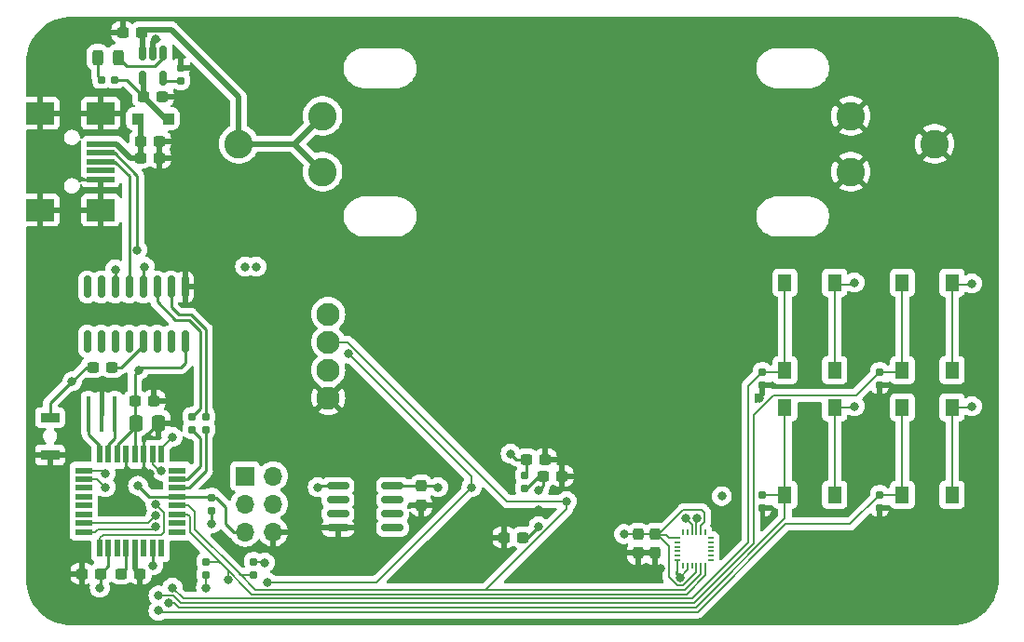
<source format=gbr>
%TF.GenerationSoftware,KiCad,Pcbnew,7.0.7*%
%TF.CreationDate,2023-09-10T20:13:10+02:00*%
%TF.ProjectId,Riddle_PCB,52696464-6c65-45f5-9043-422e6b696361,rev?*%
%TF.SameCoordinates,Original*%
%TF.FileFunction,Copper,L1,Top*%
%TF.FilePolarity,Positive*%
%FSLAX46Y46*%
G04 Gerber Fmt 4.6, Leading zero omitted, Abs format (unit mm)*
G04 Created by KiCad (PCBNEW 7.0.7) date 2023-09-10 20:13:10*
%MOMM*%
%LPD*%
G01*
G04 APERTURE LIST*
G04 Aperture macros list*
%AMRoundRect*
0 Rectangle with rounded corners*
0 $1 Rounding radius*
0 $2 $3 $4 $5 $6 $7 $8 $9 X,Y pos of 4 corners*
0 Add a 4 corners polygon primitive as box body*
4,1,4,$2,$3,$4,$5,$6,$7,$8,$9,$2,$3,0*
0 Add four circle primitives for the rounded corners*
1,1,$1+$1,$2,$3*
1,1,$1+$1,$4,$5*
1,1,$1+$1,$6,$7*
1,1,$1+$1,$8,$9*
0 Add four rect primitives between the rounded corners*
20,1,$1+$1,$2,$3,$4,$5,0*
20,1,$1+$1,$4,$5,$6,$7,0*
20,1,$1+$1,$6,$7,$8,$9,0*
20,1,$1+$1,$8,$9,$2,$3,0*%
G04 Aperture macros list end*
%TA.AperFunction,SMDPad,CuDef*%
%ADD10R,1.700000X0.900000*%
%TD*%
%TA.AperFunction,SMDPad,CuDef*%
%ADD11RoundRect,0.250000X0.300000X0.300000X-0.300000X0.300000X-0.300000X-0.300000X0.300000X-0.300000X0*%
%TD*%
%TA.AperFunction,ComponentPad*%
%ADD12C,2.590800*%
%TD*%
%TA.AperFunction,SMDPad,CuDef*%
%ADD13R,0.400000X3.200000*%
%TD*%
%TA.AperFunction,SMDPad,CuDef*%
%ADD14RoundRect,0.050000X-0.050000X0.225000X-0.050000X-0.225000X0.050000X-0.225000X0.050000X0.225000X0*%
%TD*%
%TA.AperFunction,SMDPad,CuDef*%
%ADD15RoundRect,0.050000X0.225000X0.050000X-0.225000X0.050000X-0.225000X-0.050000X0.225000X-0.050000X0*%
%TD*%
%TA.AperFunction,SMDPad,CuDef*%
%ADD16RoundRect,0.150000X-0.825000X-0.150000X0.825000X-0.150000X0.825000X0.150000X-0.825000X0.150000X0*%
%TD*%
%TA.AperFunction,SMDPad,CuDef*%
%ADD17RoundRect,0.150000X-0.150000X0.825000X-0.150000X-0.825000X0.150000X-0.825000X0.150000X0.825000X0*%
%TD*%
%TA.AperFunction,SMDPad,CuDef*%
%ADD18R,0.550000X1.600000*%
%TD*%
%TA.AperFunction,SMDPad,CuDef*%
%ADD19R,1.600000X0.550000*%
%TD*%
%TA.AperFunction,SMDPad,CuDef*%
%ADD20RoundRect,0.150000X-0.150000X0.512500X-0.150000X-0.512500X0.150000X-0.512500X0.150000X0.512500X0*%
%TD*%
%TA.AperFunction,SMDPad,CuDef*%
%ADD21R,1.300000X1.550000*%
%TD*%
%TA.AperFunction,SMDPad,CuDef*%
%ADD22RoundRect,0.160000X-0.160000X0.197500X-0.160000X-0.197500X0.160000X-0.197500X0.160000X0.197500X0*%
%TD*%
%TA.AperFunction,SMDPad,CuDef*%
%ADD23RoundRect,0.160000X0.160000X-0.197500X0.160000X0.197500X-0.160000X0.197500X-0.160000X-0.197500X0*%
%TD*%
%TA.AperFunction,SMDPad,CuDef*%
%ADD24RoundRect,0.160000X-0.197500X-0.160000X0.197500X-0.160000X0.197500X0.160000X-0.197500X0.160000X0*%
%TD*%
%TA.AperFunction,ComponentPad*%
%ADD25C,2.100000*%
%TD*%
%TA.AperFunction,SMDPad,CuDef*%
%ADD26R,2.500000X0.500000*%
%TD*%
%TA.AperFunction,SMDPad,CuDef*%
%ADD27R,2.500000X2.000000*%
%TD*%
%TA.AperFunction,ComponentPad*%
%ADD28R,1.700000X1.700000*%
%TD*%
%TA.AperFunction,ComponentPad*%
%ADD29O,1.700000X1.700000*%
%TD*%
%TA.AperFunction,SMDPad,CuDef*%
%ADD30RoundRect,0.243750X0.243750X0.456250X-0.243750X0.456250X-0.243750X-0.456250X0.243750X-0.456250X0*%
%TD*%
%TA.AperFunction,SMDPad,CuDef*%
%ADD31RoundRect,0.237500X-0.237500X0.300000X-0.237500X-0.300000X0.237500X-0.300000X0.237500X0.300000X0*%
%TD*%
%TA.AperFunction,SMDPad,CuDef*%
%ADD32RoundRect,0.237500X0.300000X0.237500X-0.300000X0.237500X-0.300000X-0.237500X0.300000X-0.237500X0*%
%TD*%
%TA.AperFunction,SMDPad,CuDef*%
%ADD33RoundRect,0.237500X-0.300000X-0.237500X0.300000X-0.237500X0.300000X0.237500X-0.300000X0.237500X0*%
%TD*%
%TA.AperFunction,SMDPad,CuDef*%
%ADD34RoundRect,0.250000X-0.337500X-0.475000X0.337500X-0.475000X0.337500X0.475000X-0.337500X0.475000X0*%
%TD*%
%TA.AperFunction,ViaPad*%
%ADD35C,0.800000*%
%TD*%
%TA.AperFunction,Conductor*%
%ADD36C,0.500000*%
%TD*%
%TA.AperFunction,Conductor*%
%ADD37C,0.200000*%
%TD*%
%TA.AperFunction,Conductor*%
%ADD38C,0.254000*%
%TD*%
G04 APERTURE END LIST*
D10*
%TO.P,RST,1,A*%
%TO.N,GND*%
X108000000Y-100700000D03*
%TO.P,RST,2,B*%
%TO.N,/Microcontroller/RESET*%
X108000000Y-97300000D03*
%TD*%
D11*
%TO.P,D2,1,K*%
%TO.N,/V_BUS*%
X118748000Y-70104000D03*
%TO.P,D2,2,A*%
%TO.N,Net-(D2-A)*%
X115948000Y-70104000D03*
%TD*%
D12*
%TO.P,POS,1,Pin_1*%
%TO.N,/Powersupply/Bat_pos*%
X132766000Y-74930000D03*
X132766000Y-69850000D03*
X125146000Y-72390000D03*
%TD*%
%TO.P,NEG,1,Pin_1*%
%TO.N,GND*%
X180766000Y-69850000D03*
X180766000Y-74930000D03*
X188386000Y-72390000D03*
%TD*%
D13*
%TO.P,Y1,1,1*%
%TO.N,Net-(U3-XTAL2{slash}PB7)*%
X111506000Y-97000000D03*
%TO.P,Y1,2,2*%
%TO.N,GND*%
X112706000Y-97000000D03*
%TO.P,Y1,3,3*%
%TO.N,Net-(U3-XTAL1{slash}PB6)*%
X113906000Y-97000000D03*
%TD*%
D14*
%TO.P,U8,24,SDA/SDI*%
%TO.N,/SDA*%
X167532000Y-110744000D03*
%TO.P,U8,23,SCL/SCLK*%
%TO.N,/SCL*%
X167132000Y-110744000D03*
%TO.P,U8,22,~{CS}*%
%TO.N,/3V3*%
X166732000Y-110744000D03*
%TO.P,U8,21,AUX_DA*%
%TO.N,unconnected-(U8-AUX_DA-Pad21)*%
X166332000Y-110744000D03*
%TO.P,U8,20,GND*%
%TO.N,GND*%
X165932000Y-110744000D03*
%TO.P,U8,19,RESV*%
%TO.N,unconnected-(U8-RESV-Pad19)*%
X165532000Y-110744000D03*
D15*
%TO.P,U8,18,GND*%
%TO.N,GND*%
X165032000Y-110244000D03*
%TO.P,U8,17,NC*%
%TO.N,unconnected-(U8-NC-Pad17)*%
X165032000Y-109844000D03*
%TO.P,U8,16,NC*%
%TO.N,unconnected-(U8-NC-Pad16)*%
X165032000Y-109444000D03*
%TO.P,U8,15,NC*%
%TO.N,unconnected-(U8-NC-Pad15)*%
X165032000Y-109044000D03*
%TO.P,U8,14,NC*%
%TO.N,unconnected-(U8-NC-Pad14)*%
X165032000Y-108644000D03*
%TO.P,U8,13,VDD*%
%TO.N,/3V3*%
X165032000Y-108244000D03*
D14*
%TO.P,U8,12,INT1*%
%TO.N,unconnected-(U8-INT1-Pad12)*%
X165532000Y-107744000D03*
%TO.P,U8,11,FSYNC*%
%TO.N,unconnected-(U8-FSYNC-Pad11)*%
X165932000Y-107744000D03*
%TO.P,U8,10,REGOUT*%
%TO.N,Net-(U8-REGOUT)*%
X166332000Y-107744000D03*
%TO.P,U8,9,SDO/AD0*%
%TO.N,Net-(U8-SDO{slash}AD0)*%
X166732000Y-107744000D03*
%TO.P,U8,8,VDDIO*%
%TO.N,/3V3*%
X167132000Y-107744000D03*
%TO.P,U8,7,AUX_CL*%
%TO.N,unconnected-(U8-AUX_CL-Pad7)*%
X167532000Y-107744000D03*
D15*
%TO.P,U8,6,NC*%
%TO.N,unconnected-(U8-NC-Pad6)*%
X168032000Y-108244000D03*
%TO.P,U8,5,NC*%
%TO.N,unconnected-(U8-NC-Pad5)*%
X168032000Y-108644000D03*
%TO.P,U8,4,NC*%
%TO.N,unconnected-(U8-NC-Pad4)*%
X168032000Y-109044000D03*
%TO.P,U8,3,NC*%
%TO.N,unconnected-(U8-NC-Pad3)*%
X168032000Y-109444000D03*
%TO.P,U8,2,NC*%
%TO.N,unconnected-(U8-NC-Pad2)*%
X168032000Y-109844000D03*
%TO.P,U8,1,NC*%
%TO.N,unconnected-(U8-NC-Pad1)*%
X168032000Y-110244000D03*
%TD*%
D16*
%TO.P,U5,1,V_{OUT}*%
%TO.N,/analog_temp*%
X134177000Y-103505000D03*
%TO.P,U5,2*%
%TO.N,N/C*%
X134177000Y-104775000D03*
%TO.P,U5,3*%
X134177000Y-106045000D03*
%TO.P,U5,4,GND*%
%TO.N,GND*%
X134177000Y-107315000D03*
%TO.P,U5,5,~{SHUTDOWN}*%
%TO.N,unconnected-(U5-~{SHUTDOWN}-Pad5)*%
X139127000Y-107315000D03*
%TO.P,U5,6*%
%TO.N,N/C*%
X139127000Y-106045000D03*
%TO.P,U5,7*%
X139127000Y-104775000D03*
%TO.P,U5,8,+Vs*%
%TO.N,/3V3*%
X139127000Y-103505000D03*
%TD*%
D17*
%TO.P,U4,1,GND*%
%TO.N,GND*%
X120269000Y-85409000D03*
%TO.P,U4,2,TXD*%
%TO.N,Net-(U4-TXD)*%
X118999000Y-85409000D03*
%TO.P,U4,3,RXD*%
%TO.N,Net-(U4-RXD)*%
X117729000Y-85409000D03*
%TO.P,U4,4,V3*%
%TO.N,/3V3*%
X116459000Y-85409000D03*
%TO.P,U4,5,UD+*%
%TO.N,Net-(J4-D+)*%
X115189000Y-85409000D03*
%TO.P,U4,6,UD-*%
%TO.N,Net-(J4-D-)*%
X113919000Y-85409000D03*
%TO.P,U4,7,NC*%
%TO.N,unconnected-(U4-NC-Pad7)*%
X112649000Y-85409000D03*
%TO.P,U4,8,NC*%
%TO.N,unconnected-(U4-NC-Pad8)*%
X111379000Y-85409000D03*
%TO.P,U4,9,~{CTS}*%
%TO.N,unconnected-(U4-~{CTS}-Pad9)*%
X111379000Y-90359000D03*
%TO.P,U4,10,~{DSR}*%
%TO.N,unconnected-(U4-~{DSR}-Pad10)*%
X112649000Y-90359000D03*
%TO.P,U4,11,~{RI}*%
%TO.N,unconnected-(U4-~{RI}-Pad11)*%
X113919000Y-90359000D03*
%TO.P,U4,12,~{DCD}*%
%TO.N,unconnected-(U4-~{DCD}-Pad12)*%
X115189000Y-90359000D03*
%TO.P,U4,13,~{DTR}*%
%TO.N,Net-(U4-~{DTR})*%
X116459000Y-90359000D03*
%TO.P,U4,14,~{RTS}*%
%TO.N,unconnected-(U4-~{RTS}-Pad14)*%
X117729000Y-90359000D03*
%TO.P,U4,15,R232*%
%TO.N,unconnected-(U4-R232-Pad15)*%
X118999000Y-90359000D03*
%TO.P,U4,16,VCC*%
%TO.N,/3V3*%
X120269000Y-90359000D03*
%TD*%
D18*
%TO.P,U3,1,PD3*%
%TO.N,/SW1*%
X118116000Y-100652000D03*
%TO.P,U3,2,PD4*%
%TO.N,/SW2*%
X117316000Y-100652000D03*
%TO.P,U3,3,GND*%
%TO.N,GND*%
X116516000Y-100652000D03*
%TO.P,U3,4,VCC*%
%TO.N,/3V3*%
X115716000Y-100652000D03*
%TO.P,U3,5,GND*%
%TO.N,GND*%
X114916000Y-100652000D03*
%TO.P,U3,6,VCC*%
%TO.N,/3V3*%
X114116000Y-100652000D03*
%TO.P,U3,7,XTAL1/PB6*%
%TO.N,Net-(U3-XTAL1{slash}PB6)*%
X113316000Y-100652000D03*
%TO.P,U3,8,XTAL2/PB7*%
%TO.N,Net-(U3-XTAL2{slash}PB7)*%
X112516000Y-100652000D03*
D19*
%TO.P,U3,9,PD5*%
%TO.N,/SW3*%
X111066000Y-102102000D03*
%TO.P,U3,10,PD6*%
%TO.N,/SW4*%
X111066000Y-102902000D03*
%TO.P,U3,11,PD7*%
%TO.N,unconnected-(U3-PD7-Pad11)*%
X111066000Y-103702000D03*
%TO.P,U3,12,PB0*%
%TO.N,unconnected-(U3-PB0-Pad12)*%
X111066000Y-104502000D03*
%TO.P,U3,13,PB1*%
%TO.N,unconnected-(U3-PB1-Pad13)*%
X111066000Y-105302000D03*
%TO.P,U3,14,PB2*%
%TO.N,unconnected-(U3-PB2-Pad14)*%
X111066000Y-106102000D03*
%TO.P,U3,15,PB3*%
%TO.N,/Microcontroller/MOSI*%
X111066000Y-106902000D03*
%TO.P,U3,16,PB4*%
%TO.N,/Microcontroller/MISO*%
X111066000Y-107702000D03*
D18*
%TO.P,U3,17,PB5*%
%TO.N,/Microcontroller/SCK*%
X112516000Y-109152000D03*
%TO.P,U3,18,AVCC*%
%TO.N,/3V3*%
X113316000Y-109152000D03*
%TO.P,U3,19,ADC6*%
%TO.N,unconnected-(U3-ADC6-Pad19)*%
X114116000Y-109152000D03*
%TO.P,U3,20,AREF*%
%TO.N,Net-(U3-AREF)*%
X114916000Y-109152000D03*
%TO.P,U3,21,GND*%
%TO.N,GND*%
X115716000Y-109152000D03*
%TO.P,U3,22,ADC7*%
%TO.N,unconnected-(U3-ADC7-Pad22)*%
X116516000Y-109152000D03*
%TO.P,U3,23,PC0*%
%TO.N,/analog_temp*%
X117316000Y-109152000D03*
%TO.P,U3,24,PC1*%
%TO.N,unconnected-(U3-PC1-Pad24)*%
X118116000Y-109152000D03*
D19*
%TO.P,U3,25,PC2*%
%TO.N,unconnected-(U3-PC2-Pad25)*%
X119566000Y-107702000D03*
%TO.P,U3,26,PC3*%
%TO.N,unconnected-(U3-PC3-Pad26)*%
X119566000Y-106902000D03*
%TO.P,U3,27,PC4*%
%TO.N,/SDA*%
X119566000Y-106102000D03*
%TO.P,U3,28,PC5*%
%TO.N,/SCL*%
X119566000Y-105302000D03*
%TO.P,U3,29,~{RESET}/PC6*%
%TO.N,/Microcontroller/RESET*%
X119566000Y-104502000D03*
%TO.P,U3,30,PD0*%
%TO.N,/Microcontroller/RX{slash}PD0*%
X119566000Y-103702000D03*
%TO.P,U3,31,PD1*%
%TO.N,/Microcontroller/TX{slash}PD1*%
X119566000Y-102902000D03*
%TO.P,U3,32,PD2*%
%TO.N,unconnected-(U3-PD2-Pad32)*%
X119566000Y-102102000D03*
%TD*%
D20*
%TO.P,U1,1,STAT*%
%TO.N,/Powersupply/STAT*%
X118298000Y-64140500D03*
%TO.P,U1,2,V_{SS}*%
%TO.N,GND*%
X117348000Y-64140500D03*
%TO.P,U1,3,V_{BAT}*%
%TO.N,/Powersupply/Bat_pos*%
X116398000Y-64140500D03*
%TO.P,U1,4,V_{DD}*%
%TO.N,/V_BUS*%
X116398000Y-66415500D03*
%TO.P,U1,5,PROG*%
%TO.N,Net-(U1-PROG)*%
X118298000Y-66415500D03*
%TD*%
D21*
%TO.P,D,1,1*%
%TO.N,/SW4*%
X185456000Y-104310000D03*
X185456000Y-96350000D03*
%TO.P,D,2,2*%
%TO.N,/3V3*%
X189956000Y-104310000D03*
X189956000Y-96350000D03*
%TD*%
%TO.P,C,1,1*%
%TO.N,/SW3*%
X174788000Y-104310000D03*
X174788000Y-96350000D03*
%TO.P,C,2,2*%
%TO.N,/3V3*%
X179288000Y-104310000D03*
X179288000Y-96350000D03*
%TD*%
%TO.P,B,1,1*%
%TO.N,/SW2*%
X185456000Y-92980000D03*
X185456000Y-85020000D03*
%TO.P,B,2,2*%
%TO.N,/3V3*%
X189956000Y-92980000D03*
X189956000Y-85020000D03*
%TD*%
%TO.P,A,1,1*%
%TO.N,/SW1*%
X174788000Y-92980000D03*
X174788000Y-85020000D03*
%TO.P,A,2,2*%
%TO.N,/3V3*%
X179288000Y-92980000D03*
X179288000Y-85020000D03*
%TD*%
D22*
%TO.P,R14,1*%
%TO.N,/3V3*%
X151130000Y-102526500D03*
%TO.P,R14,2*%
%TO.N,Net-(U7-VCC)*%
X151130000Y-103721500D03*
%TD*%
%TO.P,R13,1*%
%TO.N,/SW4*%
X183388000Y-104304500D03*
%TO.P,R13,2*%
%TO.N,GND*%
X183388000Y-105499500D03*
%TD*%
%TO.P,R12,1*%
%TO.N,/SW3*%
X172720000Y-104304500D03*
%TO.P,R12,2*%
%TO.N,GND*%
X172720000Y-105499500D03*
%TD*%
%TO.P,R11,1*%
%TO.N,/SW2*%
X183388000Y-93128500D03*
%TO.P,R11,2*%
%TO.N,GND*%
X183388000Y-94323500D03*
%TD*%
%TO.P,R10,1*%
%TO.N,/SW1*%
X172720000Y-93128500D03*
%TO.P,R10,2*%
%TO.N,GND*%
X172720000Y-94323500D03*
%TD*%
%TO.P,R7,1*%
%TO.N,/Microcontroller/RESET*%
X122682000Y-104558500D03*
%TO.P,R7,2*%
%TO.N,/3V3*%
X122682000Y-105753500D03*
%TD*%
D23*
%TO.P,R6,1*%
%TO.N,/Microcontroller/TX{slash}PD1*%
X120904000Y-98387500D03*
%TO.P,R6,2*%
%TO.N,Net-(U4-RXD)*%
X120904000Y-97192500D03*
%TD*%
%TO.P,R5,1*%
%TO.N,/Microcontroller/RX{slash}PD0*%
X122174000Y-98387500D03*
%TO.P,R5,2*%
%TO.N,Net-(U4-TXD)*%
X122174000Y-97192500D03*
%TD*%
%TO.P,R4,1*%
%TO.N,/SCL*%
X126492000Y-111595500D03*
%TO.P,R4,2*%
%TO.N,/3V3*%
X126492000Y-110400500D03*
%TD*%
D22*
%TO.P,R3,1*%
%TO.N,/SDA*%
X122174000Y-110400500D03*
%TO.P,R3,2*%
%TO.N,/3V3*%
X122174000Y-111595500D03*
%TD*%
D24*
%TO.P,R2,1*%
%TO.N,Net-(D1-A)*%
X112686500Y-66548000D03*
%TO.P,R2,2*%
%TO.N,/V_BUS*%
X113881500Y-66548000D03*
%TD*%
D23*
%TO.P,R1,1*%
%TO.N,Net-(U1-PROG)*%
X119888000Y-66637500D03*
%TO.P,R1,2*%
%TO.N,GND*%
X119888000Y-65442500D03*
%TD*%
D25*
%TO.P,DISPLAY,1,Pin_1*%
%TO.N,/SDA*%
X133280000Y-87884000D03*
%TO.P,DISPLAY,2,Pin_2*%
%TO.N,/SCL*%
X133280000Y-90424000D03*
%TO.P,DISPLAY,3,Pin_3*%
%TO.N,/3V3*%
X133280000Y-92964000D03*
%TO.P,DISPLAY,4,Pin_4*%
%TO.N,GND*%
X133280000Y-95504000D03*
%TD*%
D26*
%TO.P,J4,1,VBUS*%
%TO.N,Net-(D2-A)*%
X112600000Y-72400000D03*
%TO.P,J4,2,D-*%
%TO.N,Net-(J4-D-)*%
X112600000Y-73200000D03*
%TO.P,J4,3,D+*%
%TO.N,Net-(J4-D+)*%
X112600000Y-74000000D03*
%TO.P,J4,4,ID*%
%TO.N,unconnected-(J4-ID-Pad4)*%
X112600000Y-74800000D03*
%TO.P,J4,5,GND*%
%TO.N,GND*%
X112600000Y-75600000D03*
D27*
%TO.P,J4,6,Shield*%
X107100000Y-78400000D03*
X112600000Y-78400000D03*
X112600000Y-69600000D03*
X107100000Y-69600000D03*
%TD*%
D28*
%TO.P,PRG,1,Pin_1*%
%TO.N,/Microcontroller/MISO*%
X125730000Y-102616000D03*
D29*
%TO.P,PRG,2,Pin_2*%
%TO.N,/3V3*%
X128270000Y-102616000D03*
%TO.P,PRG,3,Pin_3*%
%TO.N,/Microcontroller/SCK*%
X125730000Y-105156000D03*
%TO.P,PRG,4,Pin_4*%
%TO.N,/Microcontroller/MOSI*%
X128270000Y-105156000D03*
%TO.P,PRG,5,Pin_5*%
%TO.N,/Microcontroller/RESET*%
X125730000Y-107696000D03*
%TO.P,PRG,6,Pin_6*%
%TO.N,GND*%
X128270000Y-107696000D03*
%TD*%
D30*
%TO.P,D1,1,K*%
%TO.N,/Powersupply/STAT*%
X114221500Y-64516000D03*
%TO.P,D1,2,A*%
%TO.N,Net-(D1-A)*%
X112346500Y-64516000D03*
%TD*%
D31*
%TO.P,C19,2*%
%TO.N,GND*%
X161436000Y-109622500D03*
%TO.P,C19,1*%
%TO.N,/3V3*%
X161436000Y-107897500D03*
%TD*%
%TO.P,C18,1*%
%TO.N,/3V3*%
X162960000Y-107897500D03*
%TO.P,C18,2*%
%TO.N,GND*%
X162960000Y-109622500D03*
%TD*%
D32*
%TO.P,C17,1*%
%TO.N,/3V3*%
X150976500Y-108204000D03*
%TO.P,C17,2*%
%TO.N,GND*%
X149251500Y-108204000D03*
%TD*%
D33*
%TO.P,C16,1*%
%TO.N,Net-(U7-VCC)*%
X152807500Y-102616000D03*
%TO.P,C16,2*%
%TO.N,GND*%
X154532500Y-102616000D03*
%TD*%
%TO.P,C15,1*%
%TO.N,/3V3*%
X151283500Y-101092000D03*
%TO.P,C15,2*%
%TO.N,GND*%
X153008500Y-101092000D03*
%TD*%
D31*
%TO.P,C12,1*%
%TO.N,/3V3*%
X141732000Y-103531500D03*
%TO.P,C12,2*%
%TO.N,GND*%
X141732000Y-105256500D03*
%TD*%
D33*
%TO.P,C11,1*%
%TO.N,Net-(D2-A)*%
X116231500Y-73660000D03*
%TO.P,C11,2*%
%TO.N,GND*%
X117956500Y-73660000D03*
%TD*%
%TO.P,C10,1*%
%TO.N,Net-(D2-A)*%
X116231500Y-72136000D03*
%TO.P,C10,2*%
%TO.N,GND*%
X117956500Y-72136000D03*
%TD*%
%TO.P,C9,1*%
%TO.N,/Microcontroller/RESET*%
X111913500Y-92710000D03*
%TO.P,C9,2*%
%TO.N,Net-(U4-~{DTR})*%
X113638500Y-92710000D03*
%TD*%
D34*
%TO.P,C8,1*%
%TO.N,/3V3*%
X115802500Y-97790000D03*
%TO.P,C8,2*%
%TO.N,GND*%
X117877500Y-97790000D03*
%TD*%
D33*
%TO.P,C7,1*%
%TO.N,Net-(U3-AREF)*%
X114453500Y-111506000D03*
%TO.P,C7,2*%
%TO.N,GND*%
X116178500Y-111506000D03*
%TD*%
D32*
%TO.P,C6,1*%
%TO.N,/3V3*%
X112622500Y-111506000D03*
%TO.P,C6,2*%
%TO.N,GND*%
X110897500Y-111506000D03*
%TD*%
D33*
%TO.P,C5,1*%
%TO.N,/3V3*%
X115723500Y-95758000D03*
%TO.P,C5,2*%
%TO.N,GND*%
X117448500Y-95758000D03*
%TD*%
D32*
%TO.P,C2,1*%
%TO.N,/Powersupply/Bat_pos*%
X116332000Y-62230000D03*
%TO.P,C2,2*%
%TO.N,GND*%
X114607000Y-62230000D03*
%TD*%
D33*
%TO.P,C1,1*%
%TO.N,/V_BUS*%
X116485500Y-68072000D03*
%TO.P,C1,2*%
%TO.N,GND*%
X118210500Y-68072000D03*
%TD*%
D35*
%TO.N,GND*%
X117637662Y-62849500D03*
X113000000Y-62000000D03*
X130500000Y-76500000D03*
X132000000Y-79500000D03*
X132000000Y-81000000D03*
X146500000Y-108000000D03*
X137000000Y-107000000D03*
X130500000Y-107500000D03*
X108000000Y-102500000D03*
X107000000Y-81000000D03*
X112500000Y-81000000D03*
X120000000Y-83500000D03*
X188500000Y-64500000D03*
X180500000Y-64500000D03*
X188500000Y-80000000D03*
X180500000Y-80000000D03*
X183500000Y-96500000D03*
X183500000Y-107500000D03*
X172500000Y-95500000D03*
%TO.N,/Microcontroller/MISO*%
X117602000Y-107250500D03*
%TO.N,/Microcontroller/SCK*%
X117602000Y-105228500D03*
%TO.N,/Microcontroller/MOSI*%
X117602000Y-106228003D03*
%TO.N,GND*%
X172974000Y-106680000D03*
%TO.N,/SW4*%
X117860055Y-114881755D03*
%TO.N,/SW3*%
X118807457Y-114182255D03*
%TO.N,/SW2*%
X117856000Y-113482755D03*
%TO.N,/SW1*%
X119126000Y-112776000D03*
%TO.N,/SW4*%
X113030000Y-103632000D03*
%TO.N,/SW3*%
X113030000Y-102362000D03*
%TO.N,/SW2*%
X118142810Y-102142810D03*
%TO.N,/SW1*%
X119126000Y-99060000D03*
%TO.N,/3V3*%
X191770000Y-96266000D03*
X181102000Y-96266000D03*
X181102000Y-85000000D03*
X191770000Y-85090000D03*
%TO.N,/SDA*%
X135091973Y-91476027D03*
X124206000Y-112014000D03*
X127762000Y-112268000D03*
X146304000Y-103632000D03*
%TO.N,/SCL*%
X154940000Y-104902000D03*
%TO.N,/3V3*%
X127508000Y-110490000D03*
X122174000Y-112776000D03*
%TO.N,GND*%
X117094000Y-102362000D03*
X119634000Y-97790000D03*
X118618000Y-94488000D03*
X119888000Y-100330000D03*
%TO.N,/3V3*%
X116586000Y-83566000D03*
X152400000Y-107188000D03*
%TO.N,GND*%
X113792000Y-94234000D03*
X112014000Y-94234000D03*
%TO.N,/3V3*%
X112522000Y-112776000D03*
X122682000Y-106934000D03*
%TO.N,/Microcontroller/RESET*%
X116000000Y-103500000D03*
X110000000Y-94000000D03*
%TO.N,/3V3*%
X116078000Y-92964000D03*
%TO.N,Net-(U7-VCC)*%
X152400000Y-103886000D03*
%TO.N,GND*%
X152400000Y-105664000D03*
%TO.N,/3V3*%
X149860000Y-100584000D03*
%TO.N,GND*%
X165246000Y-111834756D03*
%TO.N,/3V3*%
X169056000Y-104442000D03*
%TO.N,Net-(U8-SDO{slash}AD0)*%
X166768584Y-106499340D03*
%TO.N,Net-(U8-REGOUT)*%
X165754000Y-106474000D03*
%TO.N,GND*%
X134112000Y-108712000D03*
X141732000Y-106680000D03*
%TO.N,/analog_temp*%
X117348000Y-110744000D03*
X132334000Y-103632000D03*
%TO.N,GND*%
X163468000Y-111046000D03*
X161944000Y-111046000D03*
%TO.N,/3V3*%
X160166000Y-107897500D03*
X143256000Y-103632000D03*
X125730000Y-83566000D03*
X126746000Y-83566000D03*
%TO.N,Net-(J4-D-)*%
X113919000Y-83820000D03*
X115915500Y-82042000D03*
%TO.N,GND*%
X109728000Y-78740000D03*
X109728000Y-69342000D03*
%TD*%
D36*
%TO.N,/Powersupply/Bat_pos*%
X125146000Y-68146000D02*
X125146000Y-72390000D01*
X118999500Y-61999500D02*
X125146000Y-68146000D01*
X116562500Y-61999500D02*
X118999500Y-61999500D01*
X116332000Y-62230000D02*
X116562500Y-61999500D01*
D37*
%TO.N,/SW2*%
X185456000Y-85020000D02*
X185456000Y-92980000D01*
%TO.N,/SW4*%
X180692500Y-107000000D02*
X183388000Y-104304500D01*
X174801370Y-107000000D02*
X180692500Y-107000000D01*
X166831370Y-114970000D02*
X174801370Y-107000000D01*
X117948300Y-114970000D02*
X166831370Y-114970000D01*
X117860055Y-114881755D02*
X117948300Y-114970000D01*
%TO.N,/3V3*%
X179288000Y-104310000D02*
X179288000Y-96350000D01*
D36*
%TO.N,GND*%
X117348000Y-63139162D02*
X117348000Y-64140500D01*
X117637662Y-62849500D02*
X117348000Y-63139162D01*
X115716000Y-109152000D02*
X115716000Y-111043500D01*
X115716000Y-111043500D02*
X116178500Y-111506000D01*
D37*
%TO.N,/3V3*%
X180928000Y-85174000D02*
X179288000Y-85174000D01*
X181102000Y-85000000D02*
X180928000Y-85174000D01*
X179288000Y-85174000D02*
X179288000Y-93134000D01*
%TO.N,/SW2*%
X173725000Y-95275000D02*
X181241500Y-95275000D01*
X166500000Y-114170000D02*
X171958000Y-108712000D01*
X171958000Y-97042000D02*
X173725000Y-95275000D01*
X181241500Y-95275000D02*
X183388000Y-93128500D01*
X119856158Y-114170000D02*
X166500000Y-114170000D01*
X119168913Y-113482755D02*
X119856158Y-114170000D01*
X171958000Y-108712000D02*
X171958000Y-97042000D01*
X117856000Y-113482755D02*
X119168913Y-113482755D01*
X117316000Y-101527000D02*
X117316000Y-100652000D01*
X117931810Y-102142810D02*
X117316000Y-101527000D01*
X118142810Y-102142810D02*
X117931810Y-102142810D01*
%TO.N,/Microcontroller/MISO*%
X117410500Y-107442000D02*
X117602000Y-107250500D01*
X112326000Y-107442000D02*
X117410500Y-107442000D01*
%TO.N,/Microcontroller/MOSI*%
X116928003Y-106902000D02*
X111066000Y-106902000D01*
X117602000Y-106228003D02*
X116928003Y-106902000D01*
%TO.N,/Microcontroller/MISO*%
X112066000Y-107702000D02*
X112326000Y-107442000D01*
X111066000Y-107702000D02*
X112066000Y-107702000D01*
%TO.N,/Microcontroller/SCK*%
X118110000Y-107950000D02*
X112843000Y-107950000D01*
X112516000Y-108277000D02*
X112516000Y-109152000D01*
X118364000Y-105990500D02*
X118364000Y-107696000D01*
X118364000Y-107696000D02*
X118110000Y-107950000D01*
X117602000Y-105228500D02*
X118364000Y-105990500D01*
X112843000Y-107950000D02*
X112516000Y-108277000D01*
D38*
%TO.N,/Microcontroller/RESET*%
X117002000Y-104502000D02*
X119566000Y-104502000D01*
X116000000Y-103500000D02*
X117002000Y-104502000D01*
X108000000Y-96000000D02*
X108000000Y-97300000D01*
X110000000Y-94000000D02*
X108000000Y-96000000D01*
D37*
%TO.N,/SW3*%
X174788000Y-106447686D02*
X174788000Y-104310000D01*
X166665685Y-114570000D02*
X174788000Y-106447686D01*
X119690473Y-114570000D02*
X166665685Y-114570000D01*
X119302728Y-114182255D02*
X119690473Y-114570000D01*
X118807457Y-114182255D02*
X119302728Y-114182255D01*
%TO.N,/SW1*%
X171450000Y-94398500D02*
X172720000Y-93128500D01*
X171450000Y-108654314D02*
X171450000Y-94398500D01*
X166334314Y-113770000D02*
X171450000Y-108654314D01*
X120120000Y-113770000D02*
X166334314Y-113770000D01*
X119126000Y-112776000D02*
X120120000Y-113770000D01*
%TO.N,/SW4*%
X112300000Y-102902000D02*
X113030000Y-103632000D01*
X111066000Y-102902000D02*
X112300000Y-102902000D01*
%TO.N,/SW3*%
X112770000Y-102102000D02*
X113030000Y-102362000D01*
X111066000Y-102102000D02*
X112770000Y-102102000D01*
%TO.N,/SW1*%
X118116000Y-100652000D02*
X118116000Y-100070000D01*
X118116000Y-100070000D02*
X119126000Y-99060000D01*
%TO.N,/SW4*%
X183393500Y-104310000D02*
X183388000Y-104304500D01*
X185456000Y-104310000D02*
X183393500Y-104310000D01*
%TO.N,/SW3*%
X172725500Y-104310000D02*
X172720000Y-104304500D01*
X174788000Y-104310000D02*
X172725500Y-104310000D01*
%TO.N,/SW1*%
X172725500Y-93134000D02*
X172720000Y-93128500D01*
X174788000Y-93134000D02*
X172725500Y-93134000D01*
%TO.N,/SW2*%
X183393500Y-93134000D02*
X183388000Y-93128500D01*
X185456000Y-93134000D02*
X183393500Y-93134000D01*
%TO.N,/3V3*%
X189956000Y-96350000D02*
X189956000Y-104310000D01*
X189956000Y-85174000D02*
X189956000Y-93134000D01*
%TO.N,/SW1*%
X174788000Y-85174000D02*
X174788000Y-93134000D01*
%TO.N,/SW3*%
X174788000Y-96350000D02*
X174788000Y-104310000D01*
%TO.N,/SW4*%
X185456000Y-96350000D02*
X185456000Y-104310000D01*
%TO.N,/3V3*%
X191686000Y-96350000D02*
X191770000Y-96266000D01*
X189956000Y-96350000D02*
X191686000Y-96350000D01*
X181018000Y-96350000D02*
X181102000Y-96266000D01*
X179288000Y-96350000D02*
X181018000Y-96350000D01*
X191686000Y-85174000D02*
X191770000Y-85090000D01*
X189956000Y-85174000D02*
X191686000Y-85174000D01*
%TO.N,/SDA*%
X146304000Y-102688054D02*
X135091973Y-91476027D01*
X146304000Y-103632000D02*
X146304000Y-102688054D01*
%TO.N,/SCL*%
X135029189Y-90424000D02*
X133280000Y-90424000D01*
X149507189Y-104902000D02*
X135029189Y-90424000D01*
X154940000Y-104902000D02*
X149507189Y-104902000D01*
%TO.N,/SDA*%
X124206000Y-111232000D02*
X123581000Y-110607000D01*
X124206000Y-112014000D02*
X124206000Y-111232000D01*
X137668000Y-112268000D02*
X127762000Y-112268000D01*
X146304000Y-103632000D02*
X137668000Y-112268000D01*
%TO.N,/SCL*%
X147607950Y-112970000D02*
X146812000Y-112970000D01*
X154940000Y-105637950D02*
X147607950Y-112970000D01*
X154940000Y-104902000D02*
X154940000Y-105637950D01*
X126686000Y-112970000D02*
X146812000Y-112970000D01*
X146812000Y-112970000D02*
X165665686Y-112970000D01*
%TO.N,/SDA*%
X137160000Y-113370000D02*
X165831372Y-113370000D01*
X126344000Y-113370000D02*
X137160000Y-113370000D01*
%TO.N,/3V3*%
X127418500Y-110400500D02*
X127508000Y-110490000D01*
X126492000Y-110400500D02*
X127418500Y-110400500D01*
X122174000Y-111595500D02*
X122174000Y-112776000D01*
%TO.N,/SDA*%
X123581000Y-110607000D02*
X126344000Y-113370000D01*
X122174000Y-110400500D02*
X123374500Y-110400500D01*
X120693000Y-107719000D02*
X123581000Y-110607000D01*
X123374500Y-110400500D02*
X123581000Y-110607000D01*
%TO.N,/SCL*%
X125311500Y-111595500D02*
X125095000Y-111379000D01*
X126492000Y-111595500D02*
X125311500Y-111595500D01*
X125095000Y-111379000D02*
X126686000Y-112970000D01*
X121158000Y-107442000D02*
X125095000Y-111379000D01*
%TO.N,/SDA*%
X165831372Y-113370000D02*
X167559000Y-111642372D01*
X120693000Y-106300000D02*
X120693000Y-107719000D01*
X119566000Y-106102000D02*
X120495000Y-106102000D01*
X120495000Y-106102000D02*
X120693000Y-106300000D01*
X167559000Y-111642372D02*
X167559000Y-110744000D01*
%TO.N,/SCL*%
X167132000Y-111503686D02*
X167132000Y-110744000D01*
X165665686Y-112970000D02*
X167132000Y-111503686D01*
X121158000Y-105894000D02*
X121158000Y-107442000D01*
X120566000Y-105302000D02*
X121158000Y-105894000D01*
X119566000Y-105302000D02*
X120566000Y-105302000D01*
D38*
%TO.N,GND*%
X115572000Y-102362000D02*
X117094000Y-102362000D01*
X114916000Y-101706000D02*
X115572000Y-102362000D01*
X114916000Y-100652000D02*
X114916000Y-101706000D01*
X116516000Y-100652000D02*
X116516000Y-101784000D01*
X116516000Y-101784000D02*
X117094000Y-102362000D01*
%TO.N,/3V3*%
X115716000Y-100652000D02*
X115716000Y-97876500D01*
X115716000Y-97876500D02*
X115802500Y-97790000D01*
%TO.N,GND*%
X117877500Y-97790000D02*
X116607500Y-99060000D01*
X116516000Y-99151500D02*
X116516000Y-100652000D01*
X117877500Y-97790000D02*
X116516000Y-99151500D01*
%TO.N,/3V3*%
X116459000Y-83693000D02*
X116586000Y-83566000D01*
X116459000Y-85409000D02*
X116459000Y-83693000D01*
%TO.N,Net-(J4-D-)*%
X113840000Y-73200000D02*
X112600000Y-73200000D01*
X115915500Y-75275500D02*
X113840000Y-73200000D01*
X115915500Y-82042000D02*
X115915500Y-75275500D01*
X113919000Y-83820000D02*
X113919000Y-85409000D01*
D36*
%TO.N,Net-(D2-A)*%
X116231500Y-70387500D02*
X115948000Y-70104000D01*
X116231500Y-72136000D02*
X116231500Y-70387500D01*
X116231500Y-73660000D02*
X116231500Y-72136000D01*
X115316000Y-73660000D02*
X116231500Y-73660000D01*
X114056000Y-72400000D02*
X115316000Y-73660000D01*
X112600000Y-72400000D02*
X114056000Y-72400000D01*
%TO.N,/V_BUS*%
X118517500Y-70104000D02*
X116485500Y-68072000D01*
X118748000Y-70104000D02*
X118517500Y-70104000D01*
D38*
%TO.N,Net-(J4-D+)*%
X113864000Y-74000000D02*
X115189000Y-75325000D01*
X115189000Y-75325000D02*
X115189000Y-85409000D01*
X112600000Y-74000000D02*
X113864000Y-74000000D01*
%TO.N,/3V3*%
X150368000Y-101092000D02*
X151283500Y-101092000D01*
X149860000Y-100584000D02*
X150368000Y-101092000D01*
X151384000Y-108204000D02*
X150976500Y-108204000D01*
X152400000Y-107188000D02*
X151384000Y-108204000D01*
%TO.N,/Microcontroller/RESET*%
X111290000Y-92710000D02*
X111913500Y-92710000D01*
X110000000Y-94000000D02*
X111290000Y-92710000D01*
%TO.N,Net-(U3-XTAL2{slash}PB7)*%
X112516000Y-99816000D02*
X111506000Y-98806000D01*
X112516000Y-100652000D02*
X112516000Y-99816000D01*
X111506000Y-98806000D02*
X111506000Y-97000000D01*
%TO.N,Net-(U3-XTAL1{slash}PB6)*%
X113906000Y-99200000D02*
X113906000Y-97000000D01*
X113316000Y-99790000D02*
X113906000Y-99200000D01*
X113316000Y-100652000D02*
X113316000Y-99790000D01*
%TO.N,/Microcontroller/RESET*%
X123100500Y-104558500D02*
X122682000Y-104558500D01*
X123952000Y-105410000D02*
X123100500Y-104558500D01*
X124714000Y-107696000D02*
X123952000Y-106934000D01*
X123952000Y-106934000D02*
X123952000Y-105410000D01*
X125730000Y-107696000D02*
X124714000Y-107696000D01*
%TO.N,/3V3*%
X112622500Y-112675500D02*
X112622500Y-111506000D01*
X112522000Y-112776000D02*
X112622500Y-112675500D01*
X113316000Y-109152000D02*
X113316000Y-110812500D01*
X113316000Y-110812500D02*
X112622500Y-111506000D01*
%TO.N,Net-(U3-AREF)*%
X114916000Y-111043500D02*
X114453500Y-111506000D01*
X114916000Y-109152000D02*
X114916000Y-111043500D01*
%TO.N,/3V3*%
X122682000Y-105753500D02*
X122682000Y-106934000D01*
%TO.N,/Microcontroller/RESET*%
X122625500Y-104502000D02*
X122682000Y-104558500D01*
X119566000Y-104502000D02*
X122625500Y-104502000D01*
%TO.N,Net-(U4-~{DTR})*%
X114487580Y-92710000D02*
X113638500Y-92710000D01*
X116459000Y-90738580D02*
X114487580Y-92710000D01*
X116459000Y-90359000D02*
X116459000Y-90738580D01*
%TO.N,/3V3*%
X116078000Y-92964000D02*
X116332000Y-92710000D01*
X120269000Y-92329000D02*
X120269000Y-90359000D01*
X116078000Y-92964000D02*
X115723500Y-93318500D01*
X115723500Y-93318500D02*
X115723500Y-94234000D01*
X116332000Y-92710000D02*
X119888000Y-92710000D01*
X119888000Y-92710000D02*
X120269000Y-92329000D01*
X115723500Y-97711000D02*
X115802500Y-97790000D01*
X115723500Y-95758000D02*
X115723500Y-97711000D01*
X115723500Y-94234000D02*
X115723500Y-95758000D01*
%TO.N,Net-(U7-VCC)*%
X152807500Y-103478500D02*
X152807500Y-102616000D01*
X152400000Y-103886000D02*
X152807500Y-103478500D01*
X151130000Y-103721500D02*
X151294500Y-103721500D01*
X151294500Y-103721500D02*
X152400000Y-102616000D01*
X152400000Y-102616000D02*
X152807500Y-102616000D01*
%TO.N,/3V3*%
X151283500Y-102373000D02*
X151130000Y-102526500D01*
X151283500Y-101092000D02*
X151283500Y-102373000D01*
D37*
%TO.N,GND*%
X165032000Y-110244000D02*
X165032000Y-111620756D01*
X165032000Y-111620756D02*
X165246000Y-111834756D01*
X165932000Y-111148756D02*
X165246000Y-111834756D01*
X165932000Y-110744000D02*
X165932000Y-111148756D01*
%TO.N,/3V3*%
X163113500Y-107897500D02*
X162960000Y-107897500D01*
X164230000Y-109014000D02*
X163113500Y-107897500D01*
X164230000Y-111808000D02*
X164230000Y-109014000D01*
X164992000Y-112570000D02*
X164230000Y-111808000D01*
X166732000Y-111338000D02*
X165500000Y-112570000D01*
X165500000Y-112570000D02*
X164992000Y-112570000D01*
X166732000Y-110744000D02*
X166732000Y-111338000D01*
X167251950Y-105712000D02*
X165526050Y-105712000D01*
X165526050Y-105712000D02*
X163340550Y-107897500D01*
X167470000Y-106790000D02*
X167470000Y-105930050D01*
X167470000Y-105930050D02*
X167251950Y-105712000D01*
X167132000Y-107128000D02*
X167470000Y-106790000D01*
X163340550Y-107897500D02*
X162960000Y-107897500D01*
X167132000Y-107744000D02*
X167132000Y-107128000D01*
X163992000Y-107998000D02*
X164238000Y-108244000D01*
X162960000Y-107897500D02*
X163060500Y-107998000D01*
X163060500Y-107998000D02*
X163992000Y-107998000D01*
X164238000Y-108244000D02*
X165032000Y-108244000D01*
X161436000Y-107897500D02*
X162960000Y-107897500D01*
X160166000Y-107897500D02*
X161436000Y-107897500D01*
%TO.N,Net-(U8-SDO{slash}AD0)*%
X166732000Y-106535924D02*
X166732000Y-107744000D01*
X166768584Y-106499340D02*
X166732000Y-106535924D01*
%TO.N,Net-(U8-REGOUT)*%
X166332000Y-107052000D02*
X166332000Y-107744000D01*
X165754000Y-106474000D02*
X166332000Y-107052000D01*
D38*
%TO.N,/analog_temp*%
X117316000Y-110712000D02*
X117348000Y-110744000D01*
X117316000Y-109152000D02*
X117316000Y-110712000D01*
X134177000Y-103505000D02*
X132461000Y-103505000D01*
X132461000Y-103505000D02*
X132334000Y-103632000D01*
%TO.N,/3V3*%
X143155500Y-103531500D02*
X141732000Y-103531500D01*
X143256000Y-103632000D02*
X143155500Y-103531500D01*
X141705500Y-103505000D02*
X141732000Y-103531500D01*
X139127000Y-103505000D02*
X141705500Y-103505000D01*
D36*
%TO.N,GND*%
X112600000Y-78400000D02*
X112600000Y-75600000D01*
%TO.N,/Powersupply/Bat_pos*%
X130226000Y-72390000D02*
X125146000Y-72390000D01*
X132766000Y-74930000D02*
X130226000Y-72390000D01*
X130226000Y-72390000D02*
X132766000Y-69850000D01*
D38*
%TO.N,/Powersupply/STAT*%
X114983500Y-65278000D02*
X114221500Y-64516000D01*
X118298000Y-64527580D02*
X117547580Y-65278000D01*
X118298000Y-64140500D02*
X118298000Y-64527580D01*
X117547580Y-65278000D02*
X114983500Y-65278000D01*
D36*
%TO.N,/Powersupply/Bat_pos*%
X116398000Y-62296000D02*
X116332000Y-62230000D01*
X116398000Y-64140500D02*
X116398000Y-62296000D01*
D38*
%TO.N,/V_BUS*%
X113881500Y-66548000D02*
X114961500Y-66548000D01*
X114961500Y-66548000D02*
X116485500Y-68072000D01*
%TO.N,Net-(D1-A)*%
X112346500Y-66208000D02*
X112686500Y-66548000D01*
X112346500Y-64516000D02*
X112346500Y-66208000D01*
%TO.N,Net-(U1-PROG)*%
X118520000Y-66637500D02*
X118298000Y-66415500D01*
X119888000Y-66637500D02*
X118520000Y-66637500D01*
D36*
%TO.N,/V_BUS*%
X116485500Y-68072000D02*
X116485500Y-66503000D01*
X116485500Y-66503000D02*
X116398000Y-66415500D01*
X116398000Y-68159500D02*
X116485500Y-68072000D01*
D38*
%TO.N,/Microcontroller/TX{slash}PD1*%
X120495000Y-102902000D02*
X119566000Y-102902000D01*
X121666000Y-99149500D02*
X121666000Y-101731000D01*
X120904000Y-98387500D02*
X121666000Y-99149500D01*
X121666000Y-101731000D02*
X120495000Y-102902000D01*
%TO.N,Net-(U4-TXD)*%
X118999000Y-87249000D02*
X118999000Y-85409000D01*
X119688000Y-87938000D02*
X118999000Y-87249000D01*
X122174000Y-89273948D02*
X120838052Y-87938000D01*
X120838052Y-87938000D02*
X119688000Y-87938000D01*
X122174000Y-97192500D02*
X122174000Y-89273948D01*
%TO.N,Net-(U4-RXD)*%
X119380000Y-88392000D02*
X117729000Y-86741000D01*
X121666000Y-89408000D02*
X120650000Y-88392000D01*
X120904000Y-97192500D02*
X121666000Y-96430500D01*
X121666000Y-96430500D02*
X121666000Y-89408000D01*
X120650000Y-88392000D02*
X119380000Y-88392000D01*
X117729000Y-86741000D02*
X117729000Y-85409000D01*
%TO.N,/Microcontroller/RX{slash}PD0*%
X120620000Y-103702000D02*
X119566000Y-103702000D01*
X122174000Y-102148000D02*
X120620000Y-103702000D01*
X122174000Y-98387500D02*
X122174000Y-102148000D01*
D36*
%TO.N,GND*%
X109728000Y-69342000D02*
X109470000Y-69600000D01*
X109986000Y-69600000D02*
X112600000Y-69600000D01*
X109728000Y-69342000D02*
X109986000Y-69600000D01*
X109470000Y-69600000D02*
X107100000Y-69600000D01*
X110068000Y-78400000D02*
X112600000Y-78400000D01*
X109728000Y-78740000D02*
X110068000Y-78400000D01*
X109728000Y-78740000D02*
X109388000Y-78400000D01*
X109388000Y-78400000D02*
X107100000Y-78400000D01*
D38*
%TO.N,/3V3*%
X115802500Y-97790000D02*
X115802500Y-98065500D01*
X115802500Y-98065500D02*
X114116000Y-99752000D01*
X114116000Y-99752000D02*
X114116000Y-100652000D01*
%TD*%
%TA.AperFunction,Conductor*%
%TO.N,GND*%
G36*
X147410263Y-103654309D02*
G01*
X149051858Y-105295904D01*
X149057209Y-105302005D01*
X149078907Y-105330282D01*
X149152651Y-105386867D01*
X149191268Y-105416500D01*
X149201304Y-105424200D01*
X149204348Y-105426536D01*
X149204350Y-105426536D01*
X149204352Y-105426538D01*
X149242999Y-105442546D01*
X149350427Y-105487044D01*
X149428808Y-105497363D01*
X149507188Y-105507682D01*
X149507189Y-105507682D01*
X149542518Y-105503030D01*
X149550617Y-105502500D01*
X153926853Y-105502500D01*
X153993892Y-105522185D01*
X154039647Y-105574989D01*
X154049591Y-105644147D01*
X154020566Y-105707703D01*
X154014534Y-105714181D01*
X153196690Y-106532023D01*
X153135367Y-106565508D01*
X153065675Y-106560524D01*
X153016860Y-106527315D01*
X153005877Y-106515117D01*
X153005869Y-106515110D01*
X152852734Y-106403851D01*
X152852729Y-106403848D01*
X152679807Y-106326857D01*
X152679802Y-106326855D01*
X152530218Y-106295061D01*
X152494646Y-106287500D01*
X152305354Y-106287500D01*
X152274783Y-106293998D01*
X152120197Y-106326855D01*
X152120192Y-106326857D01*
X151947270Y-106403848D01*
X151947265Y-106403851D01*
X151794129Y-106515111D01*
X151667466Y-106655785D01*
X151572821Y-106819715D01*
X151572818Y-106819722D01*
X151514327Y-106999740D01*
X151514326Y-106999744D01*
X151507430Y-107065356D01*
X151501458Y-107122175D01*
X151474873Y-107186790D01*
X151417575Y-107226774D01*
X151365537Y-107232571D01*
X151325691Y-107228501D01*
X151325682Y-107228500D01*
X151325677Y-107228500D01*
X151325671Y-107228500D01*
X150627330Y-107228500D01*
X150627312Y-107228501D01*
X150526247Y-107238825D01*
X150362484Y-107293092D01*
X150362481Y-107293093D01*
X150215648Y-107383661D01*
X150201325Y-107397984D01*
X150140001Y-107431468D01*
X150070309Y-107426482D01*
X150025965Y-107397982D01*
X150012038Y-107384055D01*
X150012034Y-107384052D01*
X149865311Y-107293551D01*
X149865300Y-107293546D01*
X149701652Y-107239319D01*
X149600654Y-107229000D01*
X149501500Y-107229000D01*
X149501500Y-109178999D01*
X149600640Y-109178999D01*
X149600654Y-109178998D01*
X149701652Y-109168680D01*
X149865300Y-109114453D01*
X149865311Y-109114448D01*
X150012035Y-109023947D01*
X150025960Y-109010021D01*
X150087282Y-108976533D01*
X150156973Y-108981514D01*
X150201326Y-109010017D01*
X150215650Y-109024340D01*
X150362484Y-109114908D01*
X150362488Y-109114909D01*
X150369027Y-109117958D01*
X150368243Y-109119638D01*
X150417870Y-109153999D01*
X150444692Y-109218516D01*
X150432376Y-109287291D01*
X150409101Y-109319612D01*
X147395534Y-112333181D01*
X147334211Y-112366666D01*
X147307853Y-112369500D01*
X138715097Y-112369500D01*
X138648058Y-112349815D01*
X138602303Y-112297011D01*
X138592359Y-112227853D01*
X138621384Y-112164297D01*
X138627416Y-112157819D01*
X142331235Y-108454000D01*
X148214001Y-108454000D01*
X148214001Y-108490654D01*
X148224319Y-108591652D01*
X148278546Y-108755300D01*
X148278551Y-108755311D01*
X148369052Y-108902034D01*
X148369055Y-108902038D01*
X148490961Y-109023944D01*
X148490965Y-109023947D01*
X148637688Y-109114448D01*
X148637699Y-109114453D01*
X148801347Y-109168680D01*
X148902351Y-109178999D01*
X149001500Y-109178998D01*
X149001500Y-108454000D01*
X148214001Y-108454000D01*
X142331235Y-108454000D01*
X142831235Y-107954000D01*
X148214000Y-107954000D01*
X149001500Y-107954000D01*
X149001500Y-107228999D01*
X148902360Y-107229000D01*
X148902344Y-107229001D01*
X148801347Y-107239319D01*
X148637699Y-107293546D01*
X148637688Y-107293551D01*
X148490965Y-107384052D01*
X148490961Y-107384055D01*
X148369055Y-107505961D01*
X148369052Y-107505965D01*
X148278551Y-107652688D01*
X148278546Y-107652699D01*
X148224319Y-107816347D01*
X148214000Y-107917345D01*
X148214000Y-107954000D01*
X142831235Y-107954000D01*
X146216416Y-104568819D01*
X146277739Y-104535334D01*
X146304097Y-104532500D01*
X146398644Y-104532500D01*
X146398646Y-104532500D01*
X146583803Y-104493144D01*
X146756730Y-104416151D01*
X146909871Y-104304888D01*
X147036533Y-104164216D01*
X147131179Y-104000284D01*
X147189674Y-103820256D01*
X147199262Y-103729025D01*
X147225845Y-103664414D01*
X147283142Y-103624429D01*
X147352961Y-103621769D01*
X147410263Y-103654309D01*
G37*
%TD.AperFunction*%
%TA.AperFunction,Conductor*%
G36*
X165035703Y-111295959D02*
G01*
X165053304Y-111314747D01*
X165089077Y-111361922D01*
X165209656Y-111453360D01*
X165209657Y-111453360D01*
X165209658Y-111453361D01*
X165350436Y-111508877D01*
X165419858Y-111517213D01*
X165484070Y-111544748D01*
X165523204Y-111602630D01*
X165524832Y-111672481D01*
X165492755Y-111728009D01*
X165333682Y-111887083D01*
X165272358Y-111920568D01*
X165202667Y-111915584D01*
X165158319Y-111887083D01*
X164866819Y-111595583D01*
X164833334Y-111534260D01*
X164830500Y-111507902D01*
X164830500Y-111389672D01*
X164850185Y-111322633D01*
X164902989Y-111276878D01*
X164972147Y-111266934D01*
X165035703Y-111295959D01*
G37*
%TD.AperFunction*%
%TA.AperFunction,Conductor*%
G36*
X173646118Y-105269185D02*
G01*
X173689819Y-105319618D01*
X173689953Y-105319546D01*
X173690288Y-105320160D01*
X173691873Y-105321989D01*
X173693716Y-105326437D01*
X173694206Y-105327335D01*
X173780452Y-105442544D01*
X173780455Y-105442547D01*
X173895664Y-105528793D01*
X173895671Y-105528797D01*
X174030516Y-105579091D01*
X174076757Y-105584063D01*
X174141307Y-105610801D01*
X174181155Y-105668194D01*
X174187500Y-105707352D01*
X174187500Y-106147587D01*
X174167815Y-106214626D01*
X174151181Y-106235268D01*
X172770181Y-107616269D01*
X172708858Y-107649754D01*
X172639166Y-107644770D01*
X172583233Y-107602898D01*
X172558816Y-107537434D01*
X172558500Y-107528588D01*
X172558500Y-105749500D01*
X172970000Y-105749500D01*
X172970000Y-106353668D01*
X172999838Y-106350958D01*
X172999844Y-106350956D01*
X173152861Y-106303274D01*
X173152863Y-106303273D01*
X173290019Y-106220360D01*
X173290023Y-106220357D01*
X173403357Y-106107023D01*
X173403360Y-106107019D01*
X173486273Y-105969863D01*
X173486275Y-105969859D01*
X173533956Y-105816843D01*
X173540000Y-105750337D01*
X173540000Y-105749500D01*
X172970000Y-105749500D01*
X172558500Y-105749500D01*
X172558500Y-105373500D01*
X172578185Y-105306461D01*
X172630989Y-105260706D01*
X172682500Y-105249500D01*
X173579079Y-105249500D01*
X173646118Y-105269185D01*
G37*
%TD.AperFunction*%
%TA.AperFunction,Conductor*%
G36*
X116603681Y-101705089D02*
G01*
X116615261Y-101718452D01*
X116673355Y-101796055D01*
X116683455Y-101809547D01*
X116716309Y-101834141D01*
X116758181Y-101890074D01*
X116766000Y-101933409D01*
X116766000Y-101952000D01*
X116840403Y-101952000D01*
X116907442Y-101971685D01*
X116928084Y-101988319D01*
X117229493Y-102289728D01*
X117259743Y-102339091D01*
X117315628Y-102511087D01*
X117315631Y-102511094D01*
X117410277Y-102675026D01*
X117536938Y-102815697D01*
X117536939Y-102815698D01*
X117690075Y-102926958D01*
X117690080Y-102926961D01*
X117863002Y-103003952D01*
X117863007Y-103003954D01*
X118048164Y-103043310D01*
X118048165Y-103043310D01*
X118141501Y-103043310D01*
X118208540Y-103062995D01*
X118254295Y-103115799D01*
X118265501Y-103167310D01*
X118265501Y-103224879D01*
X118272367Y-103288751D01*
X118272367Y-103315257D01*
X118271909Y-103319516D01*
X118271909Y-103319517D01*
X118265500Y-103379127D01*
X118265500Y-103624429D01*
X118265501Y-103750500D01*
X118245817Y-103817539D01*
X118193013Y-103863294D01*
X118141501Y-103874500D01*
X117313281Y-103874500D01*
X117246242Y-103854815D01*
X117225600Y-103838181D01*
X116938628Y-103551209D01*
X116905143Y-103489886D01*
X116902990Y-103476506D01*
X116885674Y-103311744D01*
X116827179Y-103131716D01*
X116732533Y-102967784D01*
X116605871Y-102827112D01*
X116537432Y-102777388D01*
X116452734Y-102715851D01*
X116452729Y-102715848D01*
X116279807Y-102638857D01*
X116279802Y-102638855D01*
X116134001Y-102607865D01*
X116094646Y-102599500D01*
X115905354Y-102599500D01*
X115872897Y-102606398D01*
X115720197Y-102638855D01*
X115720192Y-102638857D01*
X115547270Y-102715848D01*
X115547265Y-102715851D01*
X115394129Y-102827111D01*
X115267466Y-102967785D01*
X115172821Y-103131715D01*
X115172818Y-103131722D01*
X115120145Y-103293834D01*
X115114326Y-103311744D01*
X115094540Y-103500000D01*
X115114326Y-103688256D01*
X115114327Y-103688259D01*
X115172818Y-103868277D01*
X115172821Y-103868284D01*
X115267467Y-104032216D01*
X115365066Y-104140610D01*
X115394129Y-104172888D01*
X115547265Y-104284148D01*
X115547270Y-104284151D01*
X115720192Y-104361142D01*
X115720197Y-104361144D01*
X115905354Y-104400500D01*
X115961719Y-104400500D01*
X116028758Y-104420185D01*
X116049400Y-104436819D01*
X116499624Y-104887043D01*
X116509471Y-104899333D01*
X116509689Y-104899154D01*
X116514657Y-104905160D01*
X116565257Y-104952677D01*
X116586201Y-104973620D01*
X116586207Y-104973626D01*
X116591697Y-104977883D01*
X116596147Y-104981683D01*
X116630233Y-105013693D01*
X116630235Y-105013694D01*
X116642062Y-105020196D01*
X116691327Y-105069741D01*
X116705987Y-105138055D01*
X116705649Y-105141819D01*
X116696787Y-105226148D01*
X116696540Y-105228500D01*
X116716326Y-105416756D01*
X116716327Y-105416759D01*
X116774821Y-105596785D01*
X116814927Y-105666251D01*
X116831400Y-105734151D01*
X116814928Y-105790250D01*
X116774820Y-105859719D01*
X116722025Y-106022206D01*
X116716326Y-106039747D01*
X116705900Y-106138947D01*
X116700486Y-106190462D01*
X116673901Y-106255076D01*
X116616604Y-106295061D01*
X116577165Y-106301500D01*
X112490500Y-106301500D01*
X112423461Y-106281815D01*
X112377706Y-106229011D01*
X112366500Y-106177500D01*
X112366499Y-105779129D01*
X112366499Y-105779128D01*
X112360091Y-105719517D01*
X112360089Y-105719513D01*
X112359632Y-105715255D01*
X112359632Y-105688745D01*
X112360089Y-105684486D01*
X112360091Y-105684483D01*
X112366500Y-105624873D01*
X112366499Y-104979128D01*
X112360091Y-104919517D01*
X112360089Y-104919513D01*
X112359632Y-104915255D01*
X112359632Y-104888745D01*
X112360089Y-104884486D01*
X112360091Y-104884483D01*
X112366500Y-104824873D01*
X112366499Y-104506379D01*
X112386183Y-104439342D01*
X112438987Y-104393587D01*
X112508146Y-104383643D01*
X112563383Y-104406061D01*
X112577270Y-104416151D01*
X112750192Y-104493142D01*
X112750197Y-104493144D01*
X112935354Y-104532500D01*
X112935355Y-104532500D01*
X113124644Y-104532500D01*
X113124646Y-104532500D01*
X113309803Y-104493144D01*
X113482730Y-104416151D01*
X113635871Y-104304888D01*
X113762533Y-104164216D01*
X113857179Y-104000284D01*
X113915674Y-103820256D01*
X113935460Y-103632000D01*
X113915674Y-103443744D01*
X113857179Y-103263716D01*
X113762533Y-103099784D01*
X113744693Y-103079971D01*
X113714464Y-103016981D01*
X113723089Y-102947646D01*
X113744694Y-102914028D01*
X113762533Y-102894216D01*
X113857179Y-102730284D01*
X113915674Y-102550256D01*
X113935460Y-102362000D01*
X113915674Y-102173744D01*
X113896526Y-102114815D01*
X113894532Y-102044977D01*
X113930612Y-101985144D01*
X113993312Y-101954315D01*
X114014458Y-101952499D01*
X114438871Y-101952499D01*
X114438872Y-101952499D01*
X114498483Y-101946091D01*
X114498483Y-101946090D01*
X114505096Y-101945380D01*
X114531607Y-101945381D01*
X114593157Y-101951999D01*
X114593172Y-101952000D01*
X114666000Y-101952000D01*
X114666000Y-101933409D01*
X114685685Y-101866370D01*
X114715691Y-101834141D01*
X114748546Y-101809546D01*
X114816734Y-101718457D01*
X114872667Y-101676588D01*
X114942358Y-101671604D01*
X115003681Y-101705089D01*
X115015261Y-101718452D01*
X115073355Y-101796055D01*
X115083455Y-101809547D01*
X115116309Y-101834141D01*
X115158181Y-101890074D01*
X115166000Y-101933409D01*
X115166000Y-101952000D01*
X115238828Y-101952000D01*
X115238839Y-101951999D01*
X115300395Y-101945380D01*
X115326909Y-101945380D01*
X115333514Y-101946090D01*
X115333517Y-101946091D01*
X115393127Y-101952500D01*
X116038872Y-101952499D01*
X116098483Y-101946091D01*
X116098483Y-101946090D01*
X116105096Y-101945380D01*
X116131607Y-101945381D01*
X116193157Y-101951999D01*
X116193172Y-101952000D01*
X116266000Y-101952000D01*
X116266000Y-101933409D01*
X116285685Y-101866370D01*
X116315691Y-101834141D01*
X116348546Y-101809546D01*
X116416734Y-101718457D01*
X116472667Y-101676588D01*
X116542358Y-101671604D01*
X116603681Y-101705089D01*
G37*
%TD.AperFunction*%
%TA.AperFunction,Conductor*%
G36*
X120239392Y-99014480D02*
G01*
X120333665Y-99108753D01*
X120333670Y-99108757D01*
X120470929Y-99191732D01*
X120470933Y-99191734D01*
X120496857Y-99199812D01*
X120624067Y-99239452D01*
X120690619Y-99245500D01*
X120823217Y-99245499D01*
X120890257Y-99265183D01*
X120910899Y-99281818D01*
X121002180Y-99373099D01*
X121035665Y-99434422D01*
X121038499Y-99460780D01*
X121038500Y-101419718D01*
X121018815Y-101486757D01*
X121002181Y-101507399D01*
X120960267Y-101549313D01*
X120898944Y-101582798D01*
X120829252Y-101577814D01*
X120773320Y-101535944D01*
X120723546Y-101469454D01*
X120691072Y-101445144D01*
X120608335Y-101383206D01*
X120608328Y-101383202D01*
X120473482Y-101332908D01*
X120473483Y-101332908D01*
X120413883Y-101326501D01*
X120413881Y-101326500D01*
X120413873Y-101326500D01*
X120413865Y-101326500D01*
X119015499Y-101326500D01*
X118948460Y-101306815D01*
X118902705Y-101254011D01*
X118891499Y-101202500D01*
X118891499Y-100195097D01*
X118911184Y-100128058D01*
X118927813Y-100107421D01*
X119038417Y-99996817D01*
X119099739Y-99963334D01*
X119126097Y-99960500D01*
X119220644Y-99960500D01*
X119220646Y-99960500D01*
X119405803Y-99921144D01*
X119578730Y-99844151D01*
X119731871Y-99732888D01*
X119858533Y-99592216D01*
X119953179Y-99428284D01*
X120011674Y-99248256D01*
X120028391Y-99089196D01*
X120054974Y-99024585D01*
X120112271Y-98984600D01*
X120182090Y-98981940D01*
X120239392Y-99014480D01*
G37*
%TD.AperFunction*%
%TA.AperFunction,Conductor*%
G36*
X121003676Y-92636788D02*
G01*
X121036102Y-92698678D01*
X121038500Y-92722949D01*
X121038499Y-96119217D01*
X121018814Y-96186256D01*
X121002180Y-96206898D01*
X120910897Y-96298181D01*
X120849574Y-96331666D01*
X120823217Y-96334500D01*
X120690611Y-96334500D01*
X120624073Y-96340546D01*
X120624066Y-96340548D01*
X120470933Y-96388265D01*
X120470929Y-96388267D01*
X120333670Y-96471242D01*
X120333665Y-96471246D01*
X120220246Y-96584665D01*
X120220242Y-96584670D01*
X120137267Y-96721929D01*
X120137265Y-96721933D01*
X120089548Y-96875065D01*
X120083500Y-96941621D01*
X120083500Y-97443388D01*
X120089546Y-97509926D01*
X120089548Y-97509933D01*
X120137265Y-97663066D01*
X120137267Y-97663070D01*
X120175219Y-97725851D01*
X120193055Y-97793406D01*
X120175219Y-97854149D01*
X120137267Y-97916929D01*
X120137265Y-97916933D01*
X120089548Y-98070065D01*
X120083500Y-98136621D01*
X120083500Y-98455792D01*
X120063815Y-98522831D01*
X120011011Y-98568586D01*
X119941853Y-98578530D01*
X119878297Y-98549505D01*
X119859182Y-98528678D01*
X119858536Y-98527789D01*
X119858533Y-98527784D01*
X119731871Y-98387112D01*
X119731870Y-98387111D01*
X119578734Y-98275851D01*
X119578729Y-98275848D01*
X119405807Y-98198857D01*
X119405802Y-98198855D01*
X119260000Y-98167865D01*
X119220646Y-98159500D01*
X119089000Y-98159500D01*
X119021961Y-98139815D01*
X118976206Y-98087011D01*
X118966251Y-98041251D01*
X118965000Y-98040000D01*
X118127500Y-98040000D01*
X118127500Y-99014999D01*
X118136951Y-99024450D01*
X118170436Y-99085773D01*
X118165452Y-99155465D01*
X118136951Y-99199812D01*
X118021582Y-99315181D01*
X117960259Y-99348666D01*
X117933902Y-99351500D01*
X117793130Y-99351500D01*
X117793120Y-99351501D01*
X117729248Y-99358367D01*
X117702742Y-99358367D01*
X117698483Y-99357909D01*
X117638873Y-99351500D01*
X117638864Y-99351500D01*
X116993129Y-99351500D01*
X116993125Y-99351501D01*
X116945160Y-99356657D01*
X116933517Y-99357909D01*
X116933516Y-99357909D01*
X116926904Y-99358620D01*
X116900393Y-99358619D01*
X116838842Y-99352000D01*
X116765999Y-99352000D01*
X116765999Y-99370592D01*
X116746313Y-99437631D01*
X116716313Y-99469855D01*
X116705484Y-99477962D01*
X116683454Y-99494454D01*
X116683453Y-99494455D01*
X116683452Y-99494456D01*
X116615266Y-99585540D01*
X116559332Y-99627411D01*
X116489641Y-99632395D01*
X116428318Y-99598909D01*
X116416733Y-99585540D01*
X116368233Y-99520752D01*
X116343816Y-99455287D01*
X116343500Y-99446441D01*
X116343500Y-99077738D01*
X116363185Y-99010699D01*
X116415989Y-98964944D01*
X116428496Y-98960032D01*
X116459334Y-98949814D01*
X116608656Y-98857712D01*
X116732712Y-98733656D01*
X116734752Y-98730347D01*
X116736745Y-98728555D01*
X116737193Y-98727989D01*
X116737289Y-98728065D01*
X116786694Y-98683623D01*
X116855656Y-98672395D01*
X116919740Y-98700234D01*
X116945829Y-98730339D01*
X116947681Y-98733341D01*
X116947683Y-98733344D01*
X117071654Y-98857315D01*
X117220875Y-98949356D01*
X117220880Y-98949358D01*
X117387302Y-99004505D01*
X117387309Y-99004506D01*
X117490019Y-99014999D01*
X117627499Y-99014999D01*
X117627500Y-99014998D01*
X117627500Y-97664000D01*
X117647185Y-97596961D01*
X117699989Y-97551206D01*
X117751500Y-97540000D01*
X118964999Y-97540000D01*
X118964999Y-97265028D01*
X118964998Y-97265013D01*
X118954505Y-97162302D01*
X118899358Y-96995880D01*
X118899356Y-96995875D01*
X118807315Y-96846654D01*
X118683345Y-96722684D01*
X118534124Y-96630643D01*
X118534119Y-96630641D01*
X118424867Y-96594439D01*
X118367422Y-96554666D01*
X118340599Y-96490151D01*
X118352914Y-96421375D01*
X118358333Y-96411636D01*
X118421448Y-96309311D01*
X118421453Y-96309300D01*
X118475680Y-96145652D01*
X118485999Y-96044654D01*
X118486000Y-96044641D01*
X118486000Y-96008000D01*
X117322500Y-96008000D01*
X117255461Y-95988315D01*
X117209706Y-95935511D01*
X117198500Y-95884000D01*
X117198499Y-94783000D01*
X117698500Y-94783000D01*
X117698500Y-95508000D01*
X118485998Y-95508000D01*
X118485999Y-95471360D01*
X118485998Y-95471345D01*
X118475680Y-95370347D01*
X118421453Y-95206699D01*
X118421448Y-95206688D01*
X118330947Y-95059965D01*
X118330944Y-95059961D01*
X118209038Y-94938055D01*
X118209034Y-94938052D01*
X118062311Y-94847551D01*
X118062300Y-94847546D01*
X117898652Y-94793319D01*
X117797654Y-94783000D01*
X117698500Y-94783000D01*
X117198499Y-94783000D01*
X117198499Y-94782999D01*
X117099360Y-94783000D01*
X117099344Y-94783001D01*
X116998347Y-94793319D01*
X116834699Y-94847546D01*
X116834688Y-94847551D01*
X116687965Y-94938052D01*
X116674032Y-94951985D01*
X116612708Y-94985468D01*
X116543016Y-94980482D01*
X116498672Y-94951982D01*
X116484349Y-94937659D01*
X116409902Y-94891739D01*
X116363178Y-94839791D01*
X116351000Y-94786201D01*
X116351000Y-93908699D01*
X116370685Y-93841660D01*
X116423489Y-93795905D01*
X116424564Y-93795420D01*
X116465084Y-93777378D01*
X116530730Y-93748151D01*
X116683871Y-93636888D01*
X116810533Y-93496216D01*
X116866372Y-93399499D01*
X116916939Y-93351285D01*
X116973759Y-93337500D01*
X119805033Y-93337500D01*
X119820681Y-93339227D01*
X119820708Y-93338946D01*
X119828475Y-93339680D01*
X119828476Y-93339679D01*
X119828477Y-93339680D01*
X119897860Y-93337500D01*
X119927476Y-93337500D01*
X119934378Y-93336627D01*
X119940190Y-93336169D01*
X119986943Y-93334701D01*
X120006272Y-93329084D01*
X120025328Y-93325137D01*
X120045293Y-93322616D01*
X120088770Y-93305401D01*
X120094276Y-93303516D01*
X120139191Y-93290468D01*
X120156515Y-93280221D01*
X120173983Y-93271663D01*
X120192703Y-93264253D01*
X120230542Y-93236759D01*
X120235391Y-93233574D01*
X120275656Y-93209763D01*
X120289897Y-93195520D01*
X120304678Y-93182897D01*
X120320967Y-93171063D01*
X120320969Y-93171059D01*
X120320971Y-93171059D01*
X120344974Y-93142042D01*
X120350776Y-93135028D01*
X120354689Y-93130728D01*
X120654043Y-92831374D01*
X120666325Y-92821537D01*
X120666144Y-92821318D01*
X120672152Y-92816346D01*
X120672162Y-92816340D01*
X120719677Y-92765741D01*
X120740623Y-92744796D01*
X120744892Y-92739290D01*
X120748676Y-92734859D01*
X120780693Y-92700767D01*
X120790389Y-92683128D01*
X120801069Y-92666867D01*
X120813408Y-92650962D01*
X120813409Y-92650959D01*
X120816525Y-92646943D01*
X120873171Y-92606039D01*
X120942938Y-92602254D01*
X121003676Y-92636788D01*
G37*
%TD.AperFunction*%
%TA.AperFunction,Conductor*%
G36*
X118034250Y-62769685D02*
G01*
X118080005Y-62822489D01*
X118089949Y-62891647D01*
X118060924Y-62955203D01*
X118002146Y-62992977D01*
X118001806Y-62993076D01*
X117887606Y-63026254D01*
X117887594Y-63026259D01*
X117885620Y-63027427D01*
X117883872Y-63027870D01*
X117880441Y-63029355D01*
X117880201Y-63028801D01*
X117817895Y-63044603D01*
X117765601Y-63029248D01*
X117765356Y-63029816D01*
X117760758Y-63027826D01*
X117759398Y-63027427D01*
X117758203Y-63026720D01*
X117758193Y-63026716D01*
X117642403Y-62993076D01*
X117583517Y-62955470D01*
X117554311Y-62891997D01*
X117564057Y-62822811D01*
X117609661Y-62769876D01*
X117676644Y-62750001D01*
X117676998Y-62750000D01*
X117967211Y-62750000D01*
X118034250Y-62769685D01*
G37*
%TD.AperFunction*%
%TA.AperFunction,Conductor*%
G36*
X190001424Y-60800566D02*
G01*
X190384618Y-60818282D01*
X190390311Y-60818808D01*
X190768824Y-60871609D01*
X190774443Y-60872659D01*
X191146465Y-60960158D01*
X191151957Y-60961721D01*
X191514326Y-61083175D01*
X191519636Y-61085232D01*
X191869269Y-61239610D01*
X191874369Y-61242149D01*
X192100663Y-61368194D01*
X192208242Y-61428115D01*
X192213113Y-61431131D01*
X192528396Y-61647105D01*
X192532969Y-61650558D01*
X192826984Y-61894705D01*
X192831218Y-61898565D01*
X193101434Y-62168781D01*
X193105294Y-62173015D01*
X193349441Y-62467030D01*
X193352894Y-62471603D01*
X193568868Y-62786886D01*
X193571884Y-62791757D01*
X193757844Y-63125619D01*
X193760393Y-63130739D01*
X193914762Y-63480352D01*
X193916826Y-63485679D01*
X194038276Y-63848035D01*
X194039844Y-63853546D01*
X194127338Y-64225548D01*
X194128391Y-64231180D01*
X194181189Y-64609675D01*
X194181717Y-64615380D01*
X194199434Y-64998575D01*
X194199500Y-65001439D01*
X194199500Y-111998560D01*
X194199434Y-112001424D01*
X194181717Y-112384619D01*
X194181189Y-112390324D01*
X194128391Y-112768819D01*
X194127338Y-112774451D01*
X194039844Y-113146453D01*
X194038276Y-113151964D01*
X193916826Y-113514320D01*
X193914759Y-113519655D01*
X193847928Y-113671014D01*
X193760398Y-113869251D01*
X193757844Y-113874380D01*
X193571884Y-114208242D01*
X193568868Y-114213113D01*
X193352894Y-114528396D01*
X193349441Y-114532969D01*
X193105294Y-114826984D01*
X193101434Y-114831218D01*
X192831218Y-115101434D01*
X192826984Y-115105294D01*
X192532969Y-115349441D01*
X192528396Y-115352894D01*
X192213113Y-115568868D01*
X192208242Y-115571884D01*
X191874380Y-115757844D01*
X191869252Y-115760397D01*
X191519655Y-115914759D01*
X191514320Y-115916826D01*
X191151964Y-116038276D01*
X191146453Y-116039844D01*
X190774451Y-116127338D01*
X190768819Y-116128391D01*
X190390324Y-116181189D01*
X190384619Y-116181717D01*
X190001424Y-116199434D01*
X189998560Y-116199500D01*
X110001440Y-116199500D01*
X109998576Y-116199434D01*
X109615380Y-116181717D01*
X109609675Y-116181189D01*
X109231180Y-116128391D01*
X109225548Y-116127338D01*
X108853546Y-116039844D01*
X108848035Y-116038276D01*
X108485679Y-115916826D01*
X108480352Y-115914762D01*
X108130739Y-115760393D01*
X108125619Y-115757844D01*
X107791757Y-115571884D01*
X107786886Y-115568868D01*
X107471603Y-115352894D01*
X107467030Y-115349441D01*
X107173015Y-115105294D01*
X107168781Y-115101434D01*
X106898565Y-114831218D01*
X106894705Y-114826984D01*
X106650558Y-114532969D01*
X106647105Y-114528396D01*
X106431131Y-114213113D01*
X106428115Y-114208242D01*
X106317250Y-114009201D01*
X106242149Y-113874369D01*
X106239610Y-113869269D01*
X106085232Y-113519636D01*
X106083173Y-113514320D01*
X106072593Y-113482755D01*
X105961721Y-113151957D01*
X105960158Y-113146465D01*
X105872659Y-112774443D01*
X105871608Y-112768819D01*
X105870638Y-112761866D01*
X105818808Y-112390311D01*
X105818282Y-112384618D01*
X105800566Y-112001424D01*
X105800500Y-111998560D01*
X105800500Y-111756000D01*
X109860001Y-111756000D01*
X109860001Y-111792654D01*
X109870319Y-111893652D01*
X109924546Y-112057300D01*
X109924551Y-112057311D01*
X110015052Y-112204034D01*
X110015055Y-112204038D01*
X110136961Y-112325944D01*
X110136965Y-112325947D01*
X110283688Y-112416448D01*
X110283699Y-112416453D01*
X110447347Y-112470680D01*
X110548351Y-112480999D01*
X110647500Y-112480998D01*
X110647500Y-111756000D01*
X109860001Y-111756000D01*
X105800500Y-111756000D01*
X105800500Y-111256000D01*
X109860000Y-111256000D01*
X110647500Y-111256000D01*
X110647500Y-110530999D01*
X110548360Y-110531000D01*
X110548344Y-110531001D01*
X110447347Y-110541319D01*
X110283699Y-110595546D01*
X110283688Y-110595551D01*
X110136965Y-110686052D01*
X110136961Y-110686055D01*
X110015055Y-110807961D01*
X110015052Y-110807965D01*
X109924551Y-110954688D01*
X109924546Y-110954699D01*
X109870319Y-111118347D01*
X109860000Y-111219345D01*
X109860000Y-111256000D01*
X105800500Y-111256000D01*
X105800500Y-100950000D01*
X106650000Y-100950000D01*
X106650000Y-101197844D01*
X106656401Y-101257372D01*
X106656403Y-101257379D01*
X106706645Y-101392086D01*
X106706649Y-101392093D01*
X106792809Y-101507187D01*
X106792812Y-101507190D01*
X106907906Y-101593350D01*
X106907913Y-101593354D01*
X107042620Y-101643596D01*
X107042627Y-101643598D01*
X107102155Y-101649999D01*
X107102172Y-101650000D01*
X107750000Y-101650000D01*
X107750000Y-100950000D01*
X108250000Y-100950000D01*
X108250000Y-101650000D01*
X108897828Y-101650000D01*
X108897844Y-101649999D01*
X108957372Y-101643598D01*
X108957379Y-101643596D01*
X109092086Y-101593354D01*
X109092093Y-101593350D01*
X109207187Y-101507190D01*
X109207190Y-101507187D01*
X109293350Y-101392093D01*
X109293354Y-101392086D01*
X109343596Y-101257379D01*
X109343598Y-101257372D01*
X109349999Y-101197844D01*
X109350000Y-101197827D01*
X109350000Y-100950000D01*
X108250000Y-100950000D01*
X107750000Y-100950000D01*
X106650000Y-100950000D01*
X105800500Y-100950000D01*
X105800500Y-97797870D01*
X106649500Y-97797870D01*
X106649501Y-97797876D01*
X106655908Y-97857483D01*
X106706202Y-97992328D01*
X106706206Y-97992335D01*
X106792452Y-98107544D01*
X106792455Y-98107547D01*
X106907664Y-98193793D01*
X106907671Y-98193797D01*
X107042517Y-98244091D01*
X107042516Y-98244091D01*
X107049444Y-98244835D01*
X107102127Y-98250500D01*
X107543270Y-98250499D01*
X107610307Y-98270183D01*
X107656062Y-98322987D01*
X107666006Y-98392146D01*
X107636981Y-98455702D01*
X107616154Y-98474816D01*
X107551166Y-98522032D01*
X107551162Y-98522037D01*
X107446400Y-98648673D01*
X107376420Y-98797387D01*
X107361207Y-98877139D01*
X107345624Y-98958830D01*
X107345624Y-98958832D01*
X107345624Y-98958833D01*
X107355944Y-99122860D01*
X107406732Y-99279171D01*
X107406734Y-99279175D01*
X107494798Y-99417940D01*
X107620101Y-99535608D01*
X107655496Y-99595849D01*
X107652703Y-99665663D01*
X107612609Y-99722884D01*
X107547944Y-99749345D01*
X107535217Y-99750000D01*
X107102155Y-99750000D01*
X107042627Y-99756401D01*
X107042620Y-99756403D01*
X106907913Y-99806645D01*
X106907906Y-99806649D01*
X106792812Y-99892809D01*
X106792809Y-99892812D01*
X106706649Y-100007906D01*
X106706645Y-100007913D01*
X106656403Y-100142620D01*
X106656401Y-100142627D01*
X106650000Y-100202155D01*
X106650000Y-100450000D01*
X109349999Y-100450000D01*
X109350000Y-100202172D01*
X109349999Y-100202155D01*
X109343598Y-100142627D01*
X109343596Y-100142620D01*
X109293354Y-100007913D01*
X109293350Y-100007906D01*
X109207190Y-99892812D01*
X109207187Y-99892809D01*
X109092093Y-99806649D01*
X109092086Y-99806645D01*
X108957379Y-99756403D01*
X108957372Y-99756401D01*
X108897844Y-99750000D01*
X108456043Y-99750000D01*
X108389004Y-99730315D01*
X108343249Y-99677511D01*
X108333305Y-99608353D01*
X108362330Y-99544797D01*
X108383158Y-99525682D01*
X108448835Y-99477965D01*
X108448835Y-99477963D01*
X108448837Y-99477963D01*
X108553600Y-99351326D01*
X108623579Y-99202613D01*
X108654376Y-99041170D01*
X108644056Y-98877140D01*
X108593268Y-98720829D01*
X108593265Y-98720824D01*
X108505202Y-98582059D01*
X108380430Y-98464891D01*
X108345036Y-98404650D01*
X108347828Y-98334836D01*
X108387922Y-98277615D01*
X108452587Y-98251154D01*
X108465309Y-98250499D01*
X108897872Y-98250499D01*
X108957483Y-98244091D01*
X109092331Y-98193796D01*
X109207546Y-98107546D01*
X109293796Y-97992331D01*
X109344091Y-97857483D01*
X109350500Y-97797873D01*
X109350499Y-96802128D01*
X109344091Y-96742517D01*
X109336412Y-96721929D01*
X109293797Y-96607671D01*
X109293793Y-96607664D01*
X109207547Y-96492455D01*
X109207544Y-96492452D01*
X109092335Y-96406206D01*
X109092328Y-96406202D01*
X108957482Y-96355908D01*
X108957483Y-96355908D01*
X108897883Y-96349501D01*
X108897881Y-96349500D01*
X108897873Y-96349500D01*
X108897865Y-96349500D01*
X108837280Y-96349500D01*
X108770241Y-96329815D01*
X108724486Y-96277011D01*
X108714542Y-96207853D01*
X108743567Y-96144297D01*
X108749599Y-96137819D01*
X109324161Y-95563258D01*
X109950599Y-94936819D01*
X110011923Y-94903334D01*
X110038281Y-94900500D01*
X110094644Y-94900500D01*
X110094646Y-94900500D01*
X110279803Y-94861144D01*
X110452730Y-94784151D01*
X110605871Y-94672888D01*
X110732533Y-94532216D01*
X110827179Y-94368284D01*
X110885674Y-94188256D01*
X110902989Y-94023505D01*
X110929572Y-93958894D01*
X110938619Y-93948798D01*
X111220636Y-93666781D01*
X111281957Y-93633298D01*
X111347315Y-93636757D01*
X111463247Y-93675174D01*
X111564323Y-93685500D01*
X112262676Y-93685499D01*
X112262684Y-93685498D01*
X112262687Y-93685498D01*
X112318030Y-93679844D01*
X112363753Y-93675174D01*
X112527516Y-93620908D01*
X112674350Y-93530340D01*
X112688317Y-93516372D01*
X112749635Y-93482887D01*
X112819326Y-93487868D01*
X112863680Y-93516371D01*
X112877646Y-93530337D01*
X112877648Y-93530338D01*
X112877650Y-93530340D01*
X113024484Y-93620908D01*
X113188247Y-93675174D01*
X113289323Y-93685500D01*
X113987676Y-93685499D01*
X113987684Y-93685498D01*
X113987687Y-93685498D01*
X114043030Y-93679844D01*
X114088753Y-93675174D01*
X114252516Y-93620908D01*
X114399350Y-93530340D01*
X114521340Y-93408350D01*
X114537106Y-93382787D01*
X114589051Y-93336062D01*
X114627107Y-93324859D01*
X114644873Y-93322616D01*
X114688350Y-93305401D01*
X114693856Y-93303516D01*
X114738771Y-93290468D01*
X114756095Y-93280221D01*
X114773563Y-93271663D01*
X114792283Y-93264253D01*
X114830122Y-93236759D01*
X114834971Y-93233574D01*
X114875236Y-93209763D01*
X114879758Y-93205240D01*
X114941079Y-93171753D01*
X115010771Y-93176734D01*
X115066706Y-93218603D01*
X115091127Y-93284066D01*
X115091382Y-93296810D01*
X115091324Y-93298629D01*
X115095725Y-93345177D01*
X115096000Y-93351015D01*
X115096000Y-94786201D01*
X115076315Y-94853240D01*
X115037098Y-94891739D01*
X114962650Y-94937659D01*
X114840660Y-95059649D01*
X114840657Y-95059653D01*
X114769730Y-95174644D01*
X114717782Y-95221369D01*
X114648820Y-95232590D01*
X114584738Y-95204747D01*
X114556115Y-95164324D01*
X114554047Y-95165454D01*
X114549793Y-95157664D01*
X114463547Y-95042455D01*
X114463544Y-95042452D01*
X114348335Y-94956206D01*
X114348328Y-94956202D01*
X114213486Y-94905910D01*
X114213485Y-94905909D01*
X114213483Y-94905909D01*
X114153873Y-94899500D01*
X114153863Y-94899500D01*
X113658129Y-94899500D01*
X113658123Y-94899501D01*
X113598516Y-94905908D01*
X113463671Y-94956202D01*
X113463669Y-94956204D01*
X113379894Y-95018918D01*
X113314430Y-95043335D01*
X113246157Y-95028484D01*
X113231272Y-95018918D01*
X113148088Y-94956646D01*
X113148086Y-94956645D01*
X113013379Y-94906403D01*
X113013372Y-94906401D01*
X112953844Y-94900000D01*
X112906000Y-94900000D01*
X112906000Y-97076000D01*
X112886315Y-97143039D01*
X112833511Y-97188794D01*
X112782000Y-97200000D01*
X112630000Y-97200000D01*
X112562961Y-97180315D01*
X112517206Y-97127511D01*
X112506000Y-97076000D01*
X112506000Y-94900000D01*
X112458155Y-94900000D01*
X112398627Y-94906401D01*
X112398620Y-94906403D01*
X112263913Y-94956645D01*
X112263910Y-94956647D01*
X112180727Y-95018918D01*
X112115262Y-95043335D01*
X112046989Y-95028483D01*
X112032106Y-95018918D01*
X111948331Y-94956204D01*
X111948328Y-94956202D01*
X111813486Y-94905910D01*
X111813485Y-94905909D01*
X111813483Y-94905909D01*
X111753873Y-94899500D01*
X111753863Y-94899500D01*
X111258129Y-94899500D01*
X111258123Y-94899501D01*
X111198516Y-94905908D01*
X111063671Y-94956202D01*
X111063664Y-94956206D01*
X110948455Y-95042452D01*
X110948452Y-95042455D01*
X110862206Y-95157664D01*
X110862202Y-95157671D01*
X110811908Y-95292517D01*
X110805501Y-95352116D01*
X110805500Y-95352135D01*
X110805500Y-98647870D01*
X110805501Y-98647876D01*
X110811908Y-98707483D01*
X110862204Y-98842334D01*
X110866198Y-98849647D01*
X110879185Y-98897378D01*
X110880078Y-98897237D01*
X110881297Y-98904938D01*
X110886916Y-98924275D01*
X110890862Y-98943329D01*
X110893383Y-98963287D01*
X110893386Y-98963299D01*
X110910595Y-99006765D01*
X110912487Y-99012293D01*
X110925530Y-99057187D01*
X110925530Y-99057188D01*
X110935777Y-99074515D01*
X110944335Y-99091985D01*
X110951745Y-99110701D01*
X110979229Y-99148529D01*
X110982437Y-99153413D01*
X111006234Y-99193652D01*
X111006240Y-99193660D01*
X111020469Y-99207888D01*
X111033109Y-99222687D01*
X111044934Y-99238964D01*
X111044936Y-99238965D01*
X111044937Y-99238967D01*
X111076627Y-99265183D01*
X111080957Y-99268765D01*
X111085268Y-99272687D01*
X111398121Y-99585540D01*
X111704181Y-99891600D01*
X111737666Y-99952923D01*
X111740500Y-99979281D01*
X111740500Y-101202500D01*
X111720815Y-101269539D01*
X111668011Y-101315294D01*
X111616500Y-101326500D01*
X110218129Y-101326500D01*
X110218123Y-101326501D01*
X110158516Y-101332908D01*
X110023671Y-101383202D01*
X110023664Y-101383206D01*
X109908455Y-101469452D01*
X109908452Y-101469455D01*
X109822206Y-101584664D01*
X109822202Y-101584671D01*
X109771915Y-101719500D01*
X109771909Y-101719517D01*
X109765500Y-101779127D01*
X109765500Y-101779134D01*
X109765500Y-101779135D01*
X109765500Y-102424870D01*
X109765501Y-102424879D01*
X109772367Y-102488751D01*
X109772367Y-102515257D01*
X109771909Y-102519516D01*
X109771909Y-102519517D01*
X109765500Y-102579127D01*
X109765500Y-102579132D01*
X109765500Y-102579133D01*
X109765500Y-103224870D01*
X109765501Y-103224879D01*
X109772367Y-103288751D01*
X109772367Y-103315257D01*
X109771909Y-103319516D01*
X109771909Y-103319517D01*
X109765500Y-103379127D01*
X109765500Y-103379132D01*
X109765500Y-103379133D01*
X109765500Y-104024870D01*
X109765501Y-104024879D01*
X109772367Y-104088751D01*
X109772367Y-104115257D01*
X109771909Y-104119516D01*
X109771909Y-104119517D01*
X109765500Y-104179127D01*
X109765500Y-104179132D01*
X109765500Y-104179133D01*
X109765500Y-104824870D01*
X109765501Y-104824879D01*
X109772367Y-104888751D01*
X109772367Y-104915257D01*
X109771909Y-104919516D01*
X109771909Y-104919517D01*
X109765500Y-104979127D01*
X109765500Y-104979129D01*
X109765500Y-104979133D01*
X109765500Y-105624870D01*
X109765501Y-105624879D01*
X109772367Y-105688751D01*
X109772367Y-105715257D01*
X109771909Y-105719516D01*
X109771909Y-105719517D01*
X109765500Y-105779127D01*
X109765500Y-105779129D01*
X109765500Y-105779133D01*
X109765500Y-106424870D01*
X109765501Y-106424879D01*
X109772367Y-106488751D01*
X109772367Y-106515257D01*
X109771909Y-106519516D01*
X109771909Y-106519517D01*
X109765500Y-106579127D01*
X109765500Y-106579132D01*
X109765500Y-106579133D01*
X109765500Y-107224870D01*
X109765501Y-107224879D01*
X109772367Y-107288751D01*
X109772367Y-107315257D01*
X109771909Y-107319516D01*
X109771909Y-107319517D01*
X109765500Y-107379127D01*
X109765500Y-107379132D01*
X109765500Y-107379133D01*
X109765500Y-108024870D01*
X109765501Y-108024876D01*
X109771908Y-108084483D01*
X109822202Y-108219328D01*
X109822206Y-108219335D01*
X109908452Y-108334544D01*
X109908455Y-108334547D01*
X110023664Y-108420793D01*
X110023671Y-108420797D01*
X110158517Y-108471091D01*
X110158516Y-108471091D01*
X110165444Y-108471835D01*
X110218127Y-108477500D01*
X111616500Y-108477499D01*
X111683539Y-108497184D01*
X111729294Y-108549987D01*
X111740500Y-108601499D01*
X111740500Y-109999870D01*
X111740501Y-109999876D01*
X111746908Y-110059483D01*
X111797202Y-110194328D01*
X111797206Y-110194335D01*
X111828630Y-110236311D01*
X111883454Y-110309546D01*
X111998669Y-110395796D01*
X111998670Y-110395796D01*
X112003230Y-110399210D01*
X112045101Y-110455144D01*
X112050085Y-110524836D01*
X112016600Y-110586159D01*
X111994016Y-110604015D01*
X111861653Y-110685657D01*
X111861648Y-110685661D01*
X111847325Y-110699984D01*
X111786001Y-110733468D01*
X111716309Y-110728482D01*
X111671965Y-110699982D01*
X111658038Y-110686055D01*
X111658034Y-110686052D01*
X111511311Y-110595551D01*
X111511300Y-110595546D01*
X111347652Y-110541319D01*
X111246654Y-110531000D01*
X111147499Y-110531000D01*
X111147500Y-111256000D01*
X111147499Y-112480998D01*
X111147500Y-112480999D01*
X111246640Y-112480999D01*
X111246654Y-112480998D01*
X111347650Y-112470681D01*
X111481098Y-112426460D01*
X111550927Y-112424058D01*
X111610969Y-112459789D01*
X111642162Y-112522310D01*
X111638037Y-112582474D01*
X111636328Y-112587735D01*
X111636327Y-112587738D01*
X111636327Y-112587740D01*
X111636326Y-112587744D01*
X111624674Y-112698606D01*
X111616997Y-112771656D01*
X111616540Y-112776000D01*
X111636326Y-112964256D01*
X111636327Y-112964259D01*
X111694818Y-113144277D01*
X111694821Y-113144284D01*
X111789467Y-113308216D01*
X111916129Y-113448888D01*
X112069265Y-113560148D01*
X112069270Y-113560151D01*
X112242192Y-113637142D01*
X112242197Y-113637144D01*
X112427354Y-113676500D01*
X112427355Y-113676500D01*
X112616644Y-113676500D01*
X112616646Y-113676500D01*
X112801803Y-113637144D01*
X112974730Y-113560151D01*
X113127871Y-113448888D01*
X113254533Y-113308216D01*
X113349179Y-113144284D01*
X113407674Y-112964256D01*
X113427460Y-112776000D01*
X113407674Y-112587744D01*
X113373153Y-112481499D01*
X113361084Y-112444354D01*
X113359089Y-112374513D01*
X113391333Y-112318356D01*
X113450319Y-112259369D01*
X113511643Y-112225886D01*
X113581335Y-112230871D01*
X113625681Y-112259371D01*
X113692650Y-112326340D01*
X113839484Y-112416908D01*
X114003247Y-112471174D01*
X114104323Y-112481500D01*
X114802676Y-112481499D01*
X114802684Y-112481498D01*
X114802687Y-112481498D01*
X114858030Y-112475844D01*
X114903753Y-112471174D01*
X115067516Y-112416908D01*
X115214350Y-112326340D01*
X115228671Y-112312018D01*
X115289989Y-112278533D01*
X115359681Y-112283514D01*
X115404034Y-112312017D01*
X115417961Y-112325944D01*
X115417965Y-112325947D01*
X115564688Y-112416448D01*
X115564699Y-112416453D01*
X115728347Y-112470680D01*
X115829351Y-112480999D01*
X115928500Y-112480998D01*
X115928500Y-111380000D01*
X115948185Y-111312961D01*
X116000989Y-111267206D01*
X116052500Y-111256000D01*
X116304500Y-111256000D01*
X116371539Y-111275685D01*
X116417294Y-111328489D01*
X116428500Y-111380000D01*
X116428500Y-112480999D01*
X116527640Y-112480999D01*
X116527654Y-112480998D01*
X116628652Y-112470680D01*
X116792300Y-112416453D01*
X116792311Y-112416448D01*
X116939034Y-112325947D01*
X116939038Y-112325944D01*
X117060944Y-112204038D01*
X117060947Y-112204034D01*
X117151448Y-112057311D01*
X117151453Y-112057300D01*
X117205680Y-111893652D01*
X117215999Y-111792653D01*
X117216000Y-111792642D01*
X117216000Y-111768500D01*
X117235685Y-111701461D01*
X117288489Y-111655706D01*
X117340000Y-111644500D01*
X117442644Y-111644500D01*
X117442646Y-111644500D01*
X117627803Y-111605144D01*
X117800730Y-111528151D01*
X117953871Y-111416888D01*
X118080533Y-111276216D01*
X118175179Y-111112284D01*
X118233674Y-110932256D01*
X118253460Y-110744000D01*
X118237217Y-110589457D01*
X118249787Y-110520731D01*
X118297519Y-110469707D01*
X118360538Y-110452499D01*
X118438871Y-110452499D01*
X118438872Y-110452499D01*
X118498483Y-110446091D01*
X118633331Y-110395796D01*
X118748546Y-110309546D01*
X118834796Y-110194331D01*
X118885091Y-110059483D01*
X118891500Y-109999873D01*
X118891499Y-108601498D01*
X118911184Y-108534460D01*
X118963987Y-108488705D01*
X119015499Y-108477499D01*
X120413871Y-108477499D01*
X120413872Y-108477499D01*
X120473483Y-108471091D01*
X120473486Y-108471090D01*
X120487946Y-108465697D01*
X120557637Y-108460711D01*
X120618958Y-108494193D01*
X120618962Y-108494197D01*
X121617030Y-109492265D01*
X121650515Y-109553588D01*
X121645531Y-109623280D01*
X121608678Y-109673652D01*
X121608969Y-109673943D01*
X121607093Y-109675818D01*
X121605821Y-109677558D01*
X121603664Y-109679247D01*
X121490243Y-109792669D01*
X121490242Y-109792670D01*
X121407267Y-109929929D01*
X121407265Y-109929933D01*
X121359548Y-110083065D01*
X121353500Y-110149621D01*
X121353500Y-110651388D01*
X121359546Y-110717926D01*
X121359548Y-110717933D01*
X121407265Y-110871066D01*
X121407267Y-110871069D01*
X121440806Y-110926550D01*
X121445219Y-110933849D01*
X121463055Y-111001404D01*
X121445220Y-111062147D01*
X121407267Y-111124931D01*
X121407264Y-111124937D01*
X121359548Y-111278065D01*
X121359548Y-111278066D01*
X121359548Y-111278067D01*
X121354817Y-111330133D01*
X121353500Y-111344621D01*
X121353500Y-111846388D01*
X121359546Y-111912926D01*
X121359548Y-111912933D01*
X121407265Y-112066066D01*
X121407267Y-112066070D01*
X121439338Y-112119122D01*
X121457174Y-112186677D01*
X121440608Y-112245271D01*
X121346821Y-112407715D01*
X121346818Y-112407722D01*
X121305782Y-112534019D01*
X121288326Y-112587744D01*
X121272158Y-112741574D01*
X121268540Y-112776000D01*
X121283096Y-112914500D01*
X121288326Y-112964256D01*
X121302274Y-113007183D01*
X121304269Y-113077022D01*
X121268190Y-113136855D01*
X121205489Y-113167684D01*
X121184343Y-113169500D01*
X120420097Y-113169500D01*
X120353058Y-113149815D01*
X120332416Y-113133181D01*
X120067779Y-112868544D01*
X120034294Y-112807221D01*
X120031460Y-112780863D01*
X120031460Y-112776002D01*
X120028646Y-112749229D01*
X120011674Y-112587744D01*
X119953179Y-112407716D01*
X119858533Y-112243784D01*
X119731871Y-112103112D01*
X119731870Y-112103111D01*
X119578734Y-111991851D01*
X119578729Y-111991848D01*
X119405807Y-111914857D01*
X119405802Y-111914855D01*
X119260000Y-111883865D01*
X119220646Y-111875500D01*
X119031354Y-111875500D01*
X118998897Y-111882398D01*
X118846197Y-111914855D01*
X118846192Y-111914857D01*
X118673270Y-111991848D01*
X118673265Y-111991851D01*
X118520129Y-112103111D01*
X118393466Y-112243785D01*
X118298821Y-112407715D01*
X118298818Y-112407722D01*
X118257782Y-112534019D01*
X118218344Y-112591695D01*
X118153986Y-112618893D01*
X118114071Y-112616991D01*
X117950647Y-112582255D01*
X117950646Y-112582255D01*
X117761354Y-112582255D01*
X117735558Y-112587738D01*
X117576197Y-112621610D01*
X117576192Y-112621612D01*
X117403270Y-112698603D01*
X117403265Y-112698606D01*
X117250129Y-112809866D01*
X117123466Y-112950540D01*
X117028821Y-113114470D01*
X117028818Y-113114477D01*
X116970327Y-113294495D01*
X116970326Y-113294499D01*
X116950540Y-113482755D01*
X116970326Y-113671011D01*
X116970327Y-113671014D01*
X117028818Y-113851032D01*
X117028821Y-113851039D01*
X117123467Y-114014971D01*
X117201409Y-114101534D01*
X117231639Y-114164525D01*
X117223014Y-114233860D01*
X117201410Y-114267478D01*
X117127519Y-114349542D01*
X117032876Y-114513470D01*
X117032873Y-114513477D01*
X116974382Y-114693495D01*
X116974381Y-114693499D01*
X116954595Y-114881755D01*
X116974381Y-115070011D01*
X116974382Y-115070014D01*
X117032873Y-115250032D01*
X117032876Y-115250039D01*
X117127522Y-115413971D01*
X117254184Y-115554642D01*
X117254184Y-115554643D01*
X117407320Y-115665903D01*
X117407325Y-115665906D01*
X117580247Y-115742897D01*
X117580252Y-115742899D01*
X117765409Y-115782255D01*
X117765410Y-115782255D01*
X117954699Y-115782255D01*
X117954701Y-115782255D01*
X118139858Y-115742899D01*
X118312785Y-115665906D01*
X118411506Y-115594181D01*
X118477311Y-115570702D01*
X118484390Y-115570500D01*
X166787942Y-115570500D01*
X166796040Y-115571030D01*
X166831370Y-115575682D01*
X166831371Y-115575682D01*
X166883623Y-115568802D01*
X166988132Y-115555044D01*
X167134211Y-115494536D01*
X167134210Y-115494535D01*
X167153151Y-115486690D01*
X167157487Y-115478401D01*
X167171229Y-115466129D01*
X167259652Y-115398282D01*
X167281354Y-115369998D01*
X167286680Y-115363923D01*
X175013785Y-107636819D01*
X175075109Y-107603334D01*
X175101467Y-107600500D01*
X180649072Y-107600500D01*
X180657170Y-107601030D01*
X180692500Y-107605682D01*
X180692501Y-107605682D01*
X180744753Y-107598802D01*
X180849262Y-107585044D01*
X180995341Y-107524536D01*
X181006088Y-107516289D01*
X181014335Y-107509962D01*
X181078675Y-107460592D01*
X181120782Y-107428282D01*
X181142483Y-107399999D01*
X181147811Y-107393922D01*
X182491029Y-106050704D01*
X182552348Y-106017222D01*
X182622040Y-106022206D01*
X182677973Y-106064078D01*
X182684823Y-106074239D01*
X182704638Y-106107018D01*
X182704642Y-106107023D01*
X182817976Y-106220357D01*
X182817980Y-106220360D01*
X182955136Y-106303273D01*
X182955138Y-106303274D01*
X183108155Y-106350956D01*
X183108161Y-106350958D01*
X183137999Y-106353668D01*
X183138000Y-106353667D01*
X183138000Y-105749500D01*
X183638000Y-105749500D01*
X183638000Y-106353668D01*
X183667838Y-106350958D01*
X183667844Y-106350956D01*
X183820861Y-106303274D01*
X183820863Y-106303273D01*
X183958019Y-106220360D01*
X183958023Y-106220357D01*
X184071357Y-106107023D01*
X184071360Y-106107019D01*
X184154273Y-105969863D01*
X184154275Y-105969859D01*
X184201956Y-105816843D01*
X184208000Y-105750337D01*
X184208000Y-105749500D01*
X183638000Y-105749500D01*
X183138000Y-105749500D01*
X183138000Y-105455096D01*
X183157685Y-105388057D01*
X183174319Y-105367415D01*
X183255915Y-105285819D01*
X183317238Y-105252334D01*
X183343596Y-105249500D01*
X184247079Y-105249500D01*
X184314118Y-105269185D01*
X184357819Y-105319618D01*
X184357953Y-105319546D01*
X184358288Y-105320160D01*
X184359873Y-105321989D01*
X184361716Y-105326437D01*
X184362206Y-105327335D01*
X184448452Y-105442544D01*
X184448455Y-105442547D01*
X184563664Y-105528793D01*
X184563671Y-105528797D01*
X184698517Y-105579091D01*
X184698516Y-105579091D01*
X184705444Y-105579835D01*
X184758127Y-105585500D01*
X186153872Y-105585499D01*
X186213483Y-105579091D01*
X186348331Y-105528796D01*
X186463546Y-105442546D01*
X186549796Y-105327331D01*
X186600091Y-105192483D01*
X186606500Y-105132873D01*
X186606500Y-105132870D01*
X188805500Y-105132870D01*
X188805501Y-105132876D01*
X188811908Y-105192483D01*
X188862202Y-105327328D01*
X188862206Y-105327335D01*
X188948452Y-105442544D01*
X188948455Y-105442547D01*
X189063664Y-105528793D01*
X189063671Y-105528797D01*
X189198517Y-105579091D01*
X189198516Y-105579091D01*
X189205444Y-105579835D01*
X189258127Y-105585500D01*
X190653872Y-105585499D01*
X190713483Y-105579091D01*
X190848331Y-105528796D01*
X190963546Y-105442546D01*
X191049796Y-105327331D01*
X191100091Y-105192483D01*
X191106500Y-105132873D01*
X191106499Y-103487128D01*
X191100091Y-103427517D01*
X191099829Y-103426815D01*
X191049797Y-103292671D01*
X191049793Y-103292664D01*
X190963547Y-103177455D01*
X190963544Y-103177452D01*
X190848335Y-103091206D01*
X190848328Y-103091202D01*
X190713483Y-103040908D01*
X190667243Y-103035937D01*
X190602693Y-103009199D01*
X190562845Y-102951806D01*
X190556500Y-102912648D01*
X190556500Y-97747351D01*
X190576185Y-97680312D01*
X190628989Y-97634557D01*
X190667247Y-97624061D01*
X190713483Y-97619091D01*
X190848331Y-97568796D01*
X190963546Y-97482546D01*
X191049796Y-97367331D01*
X191100091Y-97232483D01*
X191106500Y-97172873D01*
X191106500Y-97140381D01*
X191126185Y-97073342D01*
X191178989Y-97027587D01*
X191248147Y-97017643D01*
X191303385Y-97040063D01*
X191317266Y-97050148D01*
X191317269Y-97050150D01*
X191317270Y-97050151D01*
X191490192Y-97127142D01*
X191490197Y-97127144D01*
X191675354Y-97166500D01*
X191675355Y-97166500D01*
X191864644Y-97166500D01*
X191864646Y-97166500D01*
X192049803Y-97127144D01*
X192222730Y-97050151D01*
X192375871Y-96938888D01*
X192502533Y-96798216D01*
X192597179Y-96634284D01*
X192655674Y-96454256D01*
X192675460Y-96266000D01*
X192655674Y-96077744D01*
X192597179Y-95897716D01*
X192502533Y-95733784D01*
X192375871Y-95593112D01*
X192374361Y-95592015D01*
X192222734Y-95481851D01*
X192222729Y-95481848D01*
X192049807Y-95404857D01*
X192049802Y-95404855D01*
X191904000Y-95373865D01*
X191864646Y-95365500D01*
X191675354Y-95365500D01*
X191642897Y-95372398D01*
X191490197Y-95404855D01*
X191490192Y-95404857D01*
X191317270Y-95481848D01*
X191317266Y-95481851D01*
X191282633Y-95507013D01*
X191216826Y-95530492D01*
X191148772Y-95514666D01*
X191100078Y-95464559D01*
X191093567Y-95450026D01*
X191049798Y-95332673D01*
X191049793Y-95332664D01*
X190963547Y-95217455D01*
X190963544Y-95217452D01*
X190848335Y-95131206D01*
X190848328Y-95131202D01*
X190713482Y-95080908D01*
X190713483Y-95080908D01*
X190653883Y-95074501D01*
X190653881Y-95074500D01*
X190653873Y-95074500D01*
X190653864Y-95074500D01*
X189258129Y-95074500D01*
X189258123Y-95074501D01*
X189198516Y-95080908D01*
X189063671Y-95131202D01*
X189063664Y-95131206D01*
X188948455Y-95217452D01*
X188948452Y-95217455D01*
X188862206Y-95332664D01*
X188862202Y-95332671D01*
X188811908Y-95467517D01*
X188805501Y-95527116D01*
X188805501Y-95527123D01*
X188805500Y-95527135D01*
X188805500Y-97172870D01*
X188805501Y-97172876D01*
X188811908Y-97232483D01*
X188862202Y-97367328D01*
X188862206Y-97367335D01*
X188948452Y-97482544D01*
X188948455Y-97482547D01*
X189063664Y-97568793D01*
X189063671Y-97568797D01*
X189198516Y-97619091D01*
X189244757Y-97624063D01*
X189309307Y-97650801D01*
X189349155Y-97708194D01*
X189355500Y-97747352D01*
X189355500Y-102912648D01*
X189335815Y-102979687D01*
X189283011Y-103025442D01*
X189244755Y-103035938D01*
X189198516Y-103040909D01*
X189063671Y-103091202D01*
X189063664Y-103091206D01*
X188948455Y-103177452D01*
X188948452Y-103177455D01*
X188862206Y-103292664D01*
X188862202Y-103292671D01*
X188811908Y-103427517D01*
X188805733Y-103484959D01*
X188805501Y-103487123D01*
X188805500Y-103487135D01*
X188805500Y-105132870D01*
X186606500Y-105132870D01*
X186606499Y-103487128D01*
X186600091Y-103427517D01*
X186599829Y-103426815D01*
X186549797Y-103292671D01*
X186549793Y-103292664D01*
X186463547Y-103177455D01*
X186463544Y-103177452D01*
X186348335Y-103091206D01*
X186348328Y-103091202D01*
X186213483Y-103040908D01*
X186167243Y-103035937D01*
X186102693Y-103009199D01*
X186062845Y-102951806D01*
X186056500Y-102912648D01*
X186056500Y-97747351D01*
X186076185Y-97680312D01*
X186128989Y-97634557D01*
X186167247Y-97624061D01*
X186213483Y-97619091D01*
X186348331Y-97568796D01*
X186463546Y-97482546D01*
X186549796Y-97367331D01*
X186600091Y-97232483D01*
X186606500Y-97172873D01*
X186606499Y-95527128D01*
X186600504Y-95471360D01*
X186600091Y-95467516D01*
X186549797Y-95332671D01*
X186549793Y-95332664D01*
X186463547Y-95217455D01*
X186463544Y-95217452D01*
X186348335Y-95131206D01*
X186348328Y-95131202D01*
X186213482Y-95080908D01*
X186213483Y-95080908D01*
X186153883Y-95074501D01*
X186153881Y-95074500D01*
X186153873Y-95074500D01*
X186153864Y-95074500D01*
X184758129Y-95074500D01*
X184758123Y-95074501D01*
X184698516Y-95080908D01*
X184563671Y-95131202D01*
X184563664Y-95131206D01*
X184448455Y-95217452D01*
X184448452Y-95217455D01*
X184362206Y-95332664D01*
X184362202Y-95332671D01*
X184311908Y-95467517D01*
X184305501Y-95527116D01*
X184305501Y-95527123D01*
X184305500Y-95527135D01*
X184305500Y-97172870D01*
X184305501Y-97172876D01*
X184311908Y-97232483D01*
X184362202Y-97367328D01*
X184362206Y-97367335D01*
X184448452Y-97482544D01*
X184448455Y-97482547D01*
X184563664Y-97568793D01*
X184563671Y-97568797D01*
X184698516Y-97619091D01*
X184744757Y-97624063D01*
X184809307Y-97650801D01*
X184849155Y-97708194D01*
X184855500Y-97747352D01*
X184855500Y-102912648D01*
X184835815Y-102979687D01*
X184783011Y-103025442D01*
X184744755Y-103035938D01*
X184698516Y-103040909D01*
X184563671Y-103091202D01*
X184563664Y-103091206D01*
X184448455Y-103177452D01*
X184448452Y-103177455D01*
X184362206Y-103292664D01*
X184362202Y-103292671D01*
X184311908Y-103427517D01*
X184305733Y-103484959D01*
X184305501Y-103487123D01*
X184305500Y-103487135D01*
X184305500Y-103585500D01*
X184285815Y-103652539D01*
X184233011Y-103698294D01*
X184181500Y-103709500D01*
X184135950Y-103709500D01*
X184068911Y-103689815D01*
X184048269Y-103673181D01*
X183958334Y-103583246D01*
X183958329Y-103583242D01*
X183821070Y-103500267D01*
X183821066Y-103500265D01*
X183667933Y-103452548D01*
X183667935Y-103452548D01*
X183641312Y-103450128D01*
X183601381Y-103446500D01*
X183601378Y-103446500D01*
X183174611Y-103446500D01*
X183108073Y-103452546D01*
X183108066Y-103452548D01*
X182954933Y-103500265D01*
X182954929Y-103500267D01*
X182817670Y-103583242D01*
X182817665Y-103583246D01*
X182704246Y-103696665D01*
X182704242Y-103696670D01*
X182621267Y-103833929D01*
X182621265Y-103833933D01*
X182573548Y-103987065D01*
X182567500Y-104053621D01*
X182567500Y-104224402D01*
X182547815Y-104291441D01*
X182531181Y-104312083D01*
X180480084Y-106363181D01*
X180418761Y-106396666D01*
X180392403Y-106399500D01*
X175512500Y-106399500D01*
X175445461Y-106379815D01*
X175399706Y-106327011D01*
X175388500Y-106275500D01*
X175388500Y-105707351D01*
X175408185Y-105640312D01*
X175460989Y-105594557D01*
X175499247Y-105584061D01*
X175545483Y-105579091D01*
X175680331Y-105528796D01*
X175795546Y-105442546D01*
X175881796Y-105327331D01*
X175932091Y-105192483D01*
X175938500Y-105132873D01*
X175938499Y-103487128D01*
X175932091Y-103427517D01*
X175931829Y-103426815D01*
X175881797Y-103292671D01*
X175881793Y-103292664D01*
X175795547Y-103177455D01*
X175795544Y-103177452D01*
X175680335Y-103091206D01*
X175680328Y-103091202D01*
X175545483Y-103040908D01*
X175499243Y-103035937D01*
X175434693Y-103009199D01*
X175394845Y-102951806D01*
X175388500Y-102912648D01*
X175388500Y-97747351D01*
X175408185Y-97680312D01*
X175460989Y-97634557D01*
X175499247Y-97624061D01*
X175545483Y-97619091D01*
X175680331Y-97568796D01*
X175795546Y-97482546D01*
X175881796Y-97367331D01*
X175932091Y-97232483D01*
X175938500Y-97172873D01*
X175938499Y-95999499D01*
X175958184Y-95932461D01*
X176010987Y-95886706D01*
X176062499Y-95875500D01*
X178013500Y-95875500D01*
X178080539Y-95895185D01*
X178126294Y-95947989D01*
X178137500Y-95999500D01*
X178137500Y-97172870D01*
X178137501Y-97172876D01*
X178143908Y-97232483D01*
X178194202Y-97367328D01*
X178194206Y-97367335D01*
X178280452Y-97482544D01*
X178280455Y-97482547D01*
X178395664Y-97568793D01*
X178395671Y-97568797D01*
X178530516Y-97619091D01*
X178576757Y-97624063D01*
X178641307Y-97650801D01*
X178681155Y-97708194D01*
X178687500Y-97747352D01*
X178687500Y-102912648D01*
X178667815Y-102979687D01*
X178615011Y-103025442D01*
X178576755Y-103035938D01*
X178530516Y-103040909D01*
X178395671Y-103091202D01*
X178395664Y-103091206D01*
X178280455Y-103177452D01*
X178280452Y-103177455D01*
X178194206Y-103292664D01*
X178194202Y-103292671D01*
X178143908Y-103427517D01*
X178137733Y-103484959D01*
X178137501Y-103487123D01*
X178137500Y-103487135D01*
X178137500Y-105132870D01*
X178137501Y-105132876D01*
X178143908Y-105192483D01*
X178194202Y-105327328D01*
X178194206Y-105327335D01*
X178280452Y-105442544D01*
X178280455Y-105442547D01*
X178395664Y-105528793D01*
X178395671Y-105528797D01*
X178530517Y-105579091D01*
X178530516Y-105579091D01*
X178537444Y-105579835D01*
X178590127Y-105585500D01*
X179985872Y-105585499D01*
X180045483Y-105579091D01*
X180180331Y-105528796D01*
X180295546Y-105442546D01*
X180381796Y-105327331D01*
X180432091Y-105192483D01*
X180438500Y-105132873D01*
X180438499Y-103487128D01*
X180432091Y-103427517D01*
X180431829Y-103426815D01*
X180381797Y-103292671D01*
X180381793Y-103292664D01*
X180295547Y-103177455D01*
X180295544Y-103177452D01*
X180180335Y-103091206D01*
X180180328Y-103091202D01*
X180045483Y-103040908D01*
X179999243Y-103035937D01*
X179934693Y-103009199D01*
X179894845Y-102951806D01*
X179888500Y-102912648D01*
X179888500Y-97747351D01*
X179908185Y-97680312D01*
X179960989Y-97634557D01*
X179999247Y-97624061D01*
X180045483Y-97619091D01*
X180180331Y-97568796D01*
X180295546Y-97482546D01*
X180381796Y-97367331D01*
X180432091Y-97232483D01*
X180438500Y-97172873D01*
X180438500Y-97140380D01*
X180458185Y-97073342D01*
X180510989Y-97027587D01*
X180580147Y-97017643D01*
X180635385Y-97040063D01*
X180649266Y-97050148D01*
X180649269Y-97050150D01*
X180649270Y-97050151D01*
X180822192Y-97127142D01*
X180822197Y-97127144D01*
X181007354Y-97166500D01*
X181007355Y-97166500D01*
X181196644Y-97166500D01*
X181196646Y-97166500D01*
X181381803Y-97127144D01*
X181554730Y-97050151D01*
X181707871Y-96938888D01*
X181834533Y-96798216D01*
X181929179Y-96634284D01*
X181987674Y-96454256D01*
X182007460Y-96266000D01*
X181987674Y-96077744D01*
X181929179Y-95897716D01*
X181834533Y-95733784D01*
X181817286Y-95714629D01*
X181787057Y-95651638D01*
X181795683Y-95582302D01*
X181821753Y-95543980D01*
X182491029Y-94874704D01*
X182552348Y-94841222D01*
X182622039Y-94846206D01*
X182677973Y-94888077D01*
X182684823Y-94898239D01*
X182704638Y-94931018D01*
X182704642Y-94931023D01*
X182817976Y-95044357D01*
X182817980Y-95044360D01*
X182955136Y-95127273D01*
X182955138Y-95127274D01*
X183108155Y-95174956D01*
X183108161Y-95174958D01*
X183137999Y-95177668D01*
X183138000Y-95177668D01*
X183138000Y-94573500D01*
X183638000Y-94573500D01*
X183638000Y-95177668D01*
X183667838Y-95174958D01*
X183667844Y-95174956D01*
X183820861Y-95127274D01*
X183820863Y-95127273D01*
X183958019Y-95044360D01*
X183958023Y-95044357D01*
X184071357Y-94931023D01*
X184071360Y-94931019D01*
X184154273Y-94793863D01*
X184154275Y-94793859D01*
X184201956Y-94640843D01*
X184208000Y-94574337D01*
X184208000Y-94573500D01*
X183638000Y-94573500D01*
X183138000Y-94573500D01*
X183138000Y-94279096D01*
X183157685Y-94212057D01*
X183174314Y-94191419D01*
X183255916Y-94109818D01*
X183317240Y-94076334D01*
X183343597Y-94073500D01*
X184207999Y-94073500D01*
X184227606Y-94053893D01*
X184288929Y-94020407D01*
X184358621Y-94025391D01*
X184414554Y-94067262D01*
X184448454Y-94112546D01*
X184494643Y-94147123D01*
X184563664Y-94198793D01*
X184563671Y-94198797D01*
X184698517Y-94249091D01*
X184698516Y-94249091D01*
X184705444Y-94249835D01*
X184758127Y-94255500D01*
X186153872Y-94255499D01*
X186213483Y-94249091D01*
X186348331Y-94198796D01*
X186463546Y-94112546D01*
X186549796Y-93997331D01*
X186600091Y-93862483D01*
X186606500Y-93802873D01*
X186606500Y-93802870D01*
X188805500Y-93802870D01*
X188805501Y-93802876D01*
X188811908Y-93862483D01*
X188862202Y-93997328D01*
X188862206Y-93997335D01*
X188948452Y-94112544D01*
X188948455Y-94112547D01*
X189063664Y-94198793D01*
X189063671Y-94198797D01*
X189198517Y-94249091D01*
X189198516Y-94249091D01*
X189205444Y-94249835D01*
X189258127Y-94255500D01*
X190653872Y-94255499D01*
X190713483Y-94249091D01*
X190848331Y-94198796D01*
X190963546Y-94112546D01*
X191049796Y-93997331D01*
X191100091Y-93862483D01*
X191106500Y-93802873D01*
X191106499Y-92157128D01*
X191100091Y-92097517D01*
X191094952Y-92083739D01*
X191049797Y-91962671D01*
X191049793Y-91962664D01*
X190963547Y-91847455D01*
X190963544Y-91847452D01*
X190848335Y-91761206D01*
X190848328Y-91761202D01*
X190713483Y-91710908D01*
X190667243Y-91705937D01*
X190602693Y-91679199D01*
X190562845Y-91621806D01*
X190556500Y-91582648D01*
X190556500Y-86417351D01*
X190576185Y-86350312D01*
X190628989Y-86304557D01*
X190667247Y-86294061D01*
X190713483Y-86289091D01*
X190848331Y-86238796D01*
X190963546Y-86152546D01*
X191049796Y-86037331D01*
X191097675Y-85908958D01*
X191139547Y-85853024D01*
X191205011Y-85828606D01*
X191273284Y-85843457D01*
X191286737Y-85851968D01*
X191317266Y-85874148D01*
X191317270Y-85874151D01*
X191490192Y-85951142D01*
X191490197Y-85951144D01*
X191675354Y-85990500D01*
X191675355Y-85990500D01*
X191864644Y-85990500D01*
X191864646Y-85990500D01*
X192049803Y-85951144D01*
X192222730Y-85874151D01*
X192375871Y-85762888D01*
X192502533Y-85622216D01*
X192597179Y-85458284D01*
X192655674Y-85278256D01*
X192675460Y-85090000D01*
X192655674Y-84901744D01*
X192597179Y-84721716D01*
X192502533Y-84557784D01*
X192375871Y-84417112D01*
X192375870Y-84417111D01*
X192222734Y-84305851D01*
X192222729Y-84305848D01*
X192049807Y-84228857D01*
X192049802Y-84228855D01*
X191900533Y-84197128D01*
X191864646Y-84189500D01*
X191675354Y-84189500D01*
X191642897Y-84196398D01*
X191490197Y-84228855D01*
X191490192Y-84228857D01*
X191317271Y-84305848D01*
X191303384Y-84315938D01*
X191237577Y-84339417D01*
X191169523Y-84323591D01*
X191120829Y-84273485D01*
X191106499Y-84215619D01*
X191106499Y-84197129D01*
X191106498Y-84197123D01*
X191106497Y-84197116D01*
X191100091Y-84137517D01*
X191084322Y-84095239D01*
X191049797Y-84002671D01*
X191049793Y-84002664D01*
X190963547Y-83887455D01*
X190963544Y-83887452D01*
X190848335Y-83801206D01*
X190848328Y-83801202D01*
X190713482Y-83750908D01*
X190713483Y-83750908D01*
X190653883Y-83744501D01*
X190653881Y-83744500D01*
X190653873Y-83744500D01*
X190653864Y-83744500D01*
X189258129Y-83744500D01*
X189258123Y-83744501D01*
X189198516Y-83750908D01*
X189063671Y-83801202D01*
X189063664Y-83801206D01*
X188948455Y-83887452D01*
X188948452Y-83887455D01*
X188862206Y-84002664D01*
X188862202Y-84002671D01*
X188811908Y-84137517D01*
X188807079Y-84182438D01*
X188805501Y-84197123D01*
X188805500Y-84197135D01*
X188805500Y-85842870D01*
X188805501Y-85842876D01*
X188811908Y-85902483D01*
X188862202Y-86037328D01*
X188862206Y-86037335D01*
X188948452Y-86152544D01*
X188948455Y-86152547D01*
X189063664Y-86238793D01*
X189063671Y-86238797D01*
X189198516Y-86289091D01*
X189244757Y-86294063D01*
X189309307Y-86320801D01*
X189349155Y-86378194D01*
X189355500Y-86417352D01*
X189355500Y-91582648D01*
X189335815Y-91649687D01*
X189283011Y-91695442D01*
X189244755Y-91705938D01*
X189198516Y-91710909D01*
X189063671Y-91761202D01*
X189063664Y-91761206D01*
X188948455Y-91847452D01*
X188948452Y-91847455D01*
X188862206Y-91962664D01*
X188862202Y-91962671D01*
X188811908Y-92097517D01*
X188805501Y-92157116D01*
X188805501Y-92157123D01*
X188805500Y-92157135D01*
X188805500Y-93802870D01*
X186606500Y-93802870D01*
X186606499Y-92157128D01*
X186600091Y-92097517D01*
X186594952Y-92083739D01*
X186549797Y-91962671D01*
X186549793Y-91962664D01*
X186463547Y-91847455D01*
X186463544Y-91847452D01*
X186348335Y-91761206D01*
X186348328Y-91761202D01*
X186213483Y-91710908D01*
X186167243Y-91705937D01*
X186102693Y-91679199D01*
X186062845Y-91621806D01*
X186056500Y-91582648D01*
X186056500Y-86417351D01*
X186076185Y-86350312D01*
X186128989Y-86304557D01*
X186167247Y-86294061D01*
X186213483Y-86289091D01*
X186348331Y-86238796D01*
X186463546Y-86152546D01*
X186549796Y-86037331D01*
X186600091Y-85902483D01*
X186606500Y-85842873D01*
X186606499Y-84197128D01*
X186600091Y-84137517D01*
X186584322Y-84095239D01*
X186549797Y-84002671D01*
X186549793Y-84002664D01*
X186463547Y-83887455D01*
X186463544Y-83887452D01*
X186348335Y-83801206D01*
X186348328Y-83801202D01*
X186213482Y-83750908D01*
X186213483Y-83750908D01*
X186153883Y-83744501D01*
X186153881Y-83744500D01*
X186153873Y-83744500D01*
X186153864Y-83744500D01*
X184758129Y-83744500D01*
X184758123Y-83744501D01*
X184698516Y-83750908D01*
X184563671Y-83801202D01*
X184563664Y-83801206D01*
X184448455Y-83887452D01*
X184448452Y-83887455D01*
X184362206Y-84002664D01*
X184362202Y-84002671D01*
X184311908Y-84137517D01*
X184307079Y-84182438D01*
X184305501Y-84197123D01*
X184305500Y-84197135D01*
X184305500Y-85842870D01*
X184305501Y-85842876D01*
X184311908Y-85902483D01*
X184362202Y-86037328D01*
X184362206Y-86037335D01*
X184448452Y-86152544D01*
X184448455Y-86152547D01*
X184563664Y-86238793D01*
X184563671Y-86238797D01*
X184698516Y-86289091D01*
X184744757Y-86294063D01*
X184809307Y-86320801D01*
X184849155Y-86378194D01*
X184855500Y-86417352D01*
X184855500Y-91582648D01*
X184835815Y-91649687D01*
X184783011Y-91695442D01*
X184744755Y-91705938D01*
X184698516Y-91710909D01*
X184563671Y-91761202D01*
X184563664Y-91761206D01*
X184448455Y-91847452D01*
X184448452Y-91847455D01*
X184362206Y-91962664D01*
X184362202Y-91962671D01*
X184311908Y-92097517D01*
X184305501Y-92157116D01*
X184305501Y-92157123D01*
X184305500Y-92157135D01*
X184305500Y-92409500D01*
X184285815Y-92476539D01*
X184233011Y-92522294D01*
X184181500Y-92533500D01*
X184135950Y-92533500D01*
X184068911Y-92513815D01*
X184048269Y-92497181D01*
X183958334Y-92407246D01*
X183958329Y-92407242D01*
X183821070Y-92324267D01*
X183821066Y-92324265D01*
X183667933Y-92276548D01*
X183667935Y-92276548D01*
X183641312Y-92274128D01*
X183601381Y-92270500D01*
X183601378Y-92270500D01*
X183174611Y-92270500D01*
X183108073Y-92276546D01*
X183108066Y-92276548D01*
X182954933Y-92324265D01*
X182954929Y-92324267D01*
X182817670Y-92407242D01*
X182817665Y-92407246D01*
X182704246Y-92520665D01*
X182704242Y-92520670D01*
X182621267Y-92657929D01*
X182621265Y-92657933D01*
X182573548Y-92811065D01*
X182567500Y-92877621D01*
X182567500Y-93048402D01*
X182547815Y-93115441D01*
X182531181Y-93136083D01*
X181029084Y-94638181D01*
X180967761Y-94671666D01*
X180941403Y-94674500D01*
X173768428Y-94674500D01*
X173760329Y-94673969D01*
X173725000Y-94669318D01*
X173685639Y-94674500D01*
X173680185Y-94675218D01*
X173611149Y-94664452D01*
X173558894Y-94618072D01*
X173548549Y-94582049D01*
X173540000Y-94573500D01*
X172970000Y-94573500D01*
X172970000Y-95129402D01*
X172950315Y-95196441D01*
X172933681Y-95217083D01*
X172262181Y-95888583D01*
X172200858Y-95922068D01*
X172131166Y-95917084D01*
X172075233Y-95875212D01*
X172050816Y-95809748D01*
X172050500Y-95800902D01*
X172050500Y-95204078D01*
X172070185Y-95137039D01*
X172122989Y-95091284D01*
X172192147Y-95081340D01*
X172238651Y-95097962D01*
X172287138Y-95127274D01*
X172440155Y-95174956D01*
X172440161Y-95174958D01*
X172469999Y-95177668D01*
X172470000Y-95177668D01*
X172470000Y-94279096D01*
X172489685Y-94212057D01*
X172506319Y-94191415D01*
X172587915Y-94109819D01*
X172649238Y-94076334D01*
X172675596Y-94073500D01*
X173539999Y-94073500D01*
X173559606Y-94053893D01*
X173620929Y-94020407D01*
X173690621Y-94025391D01*
X173746554Y-94067262D01*
X173780454Y-94112546D01*
X173826643Y-94147123D01*
X173895664Y-94198793D01*
X173895671Y-94198797D01*
X174030517Y-94249091D01*
X174030516Y-94249091D01*
X174037444Y-94249835D01*
X174090127Y-94255500D01*
X175485872Y-94255499D01*
X175545483Y-94249091D01*
X175680331Y-94198796D01*
X175795546Y-94112546D01*
X175881796Y-93997331D01*
X175932091Y-93862483D01*
X175938500Y-93802873D01*
X175938500Y-93802870D01*
X178137500Y-93802870D01*
X178137501Y-93802876D01*
X178143908Y-93862483D01*
X178194202Y-93997328D01*
X178194206Y-93997335D01*
X178280452Y-94112544D01*
X178280455Y-94112547D01*
X178395664Y-94198793D01*
X178395671Y-94198797D01*
X178530517Y-94249091D01*
X178530516Y-94249091D01*
X178537444Y-94249835D01*
X178590127Y-94255500D01*
X179985872Y-94255499D01*
X180045483Y-94249091D01*
X180180331Y-94198796D01*
X180295546Y-94112546D01*
X180381796Y-93997331D01*
X180432091Y-93862483D01*
X180438500Y-93802873D01*
X180438499Y-92157128D01*
X180432091Y-92097517D01*
X180426952Y-92083739D01*
X180381797Y-91962671D01*
X180381793Y-91962664D01*
X180295547Y-91847455D01*
X180295544Y-91847452D01*
X180180335Y-91761206D01*
X180180328Y-91761202D01*
X180045483Y-91710908D01*
X179999243Y-91705937D01*
X179934693Y-91679199D01*
X179894845Y-91621806D01*
X179888500Y-91582648D01*
X179888500Y-86417351D01*
X179908185Y-86350312D01*
X179960989Y-86304557D01*
X179999247Y-86294061D01*
X180045483Y-86289091D01*
X180180331Y-86238796D01*
X180295546Y-86152546D01*
X180381796Y-86037331D01*
X180432091Y-85902483D01*
X180433945Y-85885243D01*
X180460684Y-85820692D01*
X180518077Y-85780845D01*
X180557234Y-85774500D01*
X180601237Y-85774500D01*
X180651673Y-85785221D01*
X180822192Y-85861142D01*
X180822197Y-85861144D01*
X181007354Y-85900500D01*
X181007355Y-85900500D01*
X181196644Y-85900500D01*
X181196646Y-85900500D01*
X181381803Y-85861144D01*
X181554730Y-85784151D01*
X181707871Y-85672888D01*
X181834533Y-85532216D01*
X181929179Y-85368284D01*
X181987674Y-85188256D01*
X182007460Y-85000000D01*
X181987674Y-84811744D01*
X181929179Y-84631716D01*
X181834533Y-84467784D01*
X181707871Y-84327112D01*
X181703317Y-84323803D01*
X181554734Y-84215851D01*
X181554729Y-84215848D01*
X181381807Y-84138857D01*
X181381802Y-84138855D01*
X181236001Y-84107865D01*
X181196646Y-84099500D01*
X181007354Y-84099500D01*
X180974897Y-84106398D01*
X180822197Y-84138855D01*
X180822192Y-84138857D01*
X180649270Y-84215848D01*
X180649268Y-84215849D01*
X180628913Y-84230638D01*
X180563105Y-84254115D01*
X180495052Y-84238287D01*
X180446359Y-84188180D01*
X180432741Y-84143563D01*
X180432091Y-84137517D01*
X180381797Y-84002671D01*
X180381793Y-84002664D01*
X180295547Y-83887455D01*
X180295544Y-83887452D01*
X180180335Y-83801206D01*
X180180328Y-83801202D01*
X180045482Y-83750908D01*
X180045483Y-83750908D01*
X179985883Y-83744501D01*
X179985881Y-83744500D01*
X179985873Y-83744500D01*
X179985864Y-83744500D01*
X178590129Y-83744500D01*
X178590123Y-83744501D01*
X178530516Y-83750908D01*
X178395671Y-83801202D01*
X178395664Y-83801206D01*
X178280455Y-83887452D01*
X178280452Y-83887455D01*
X178194206Y-84002664D01*
X178194202Y-84002671D01*
X178143908Y-84137517D01*
X178139079Y-84182438D01*
X178137501Y-84197123D01*
X178137500Y-84197135D01*
X178137500Y-85842870D01*
X178137501Y-85842876D01*
X178143908Y-85902483D01*
X178194202Y-86037328D01*
X178194206Y-86037335D01*
X178280452Y-86152544D01*
X178280455Y-86152547D01*
X178395664Y-86238793D01*
X178395671Y-86238797D01*
X178530516Y-86289091D01*
X178576757Y-86294063D01*
X178641307Y-86320801D01*
X178681155Y-86378194D01*
X178687500Y-86417352D01*
X178687500Y-91582648D01*
X178667815Y-91649687D01*
X178615011Y-91695442D01*
X178576755Y-91705938D01*
X178530516Y-91710909D01*
X178395671Y-91761202D01*
X178395664Y-91761206D01*
X178280455Y-91847452D01*
X178280452Y-91847455D01*
X178194206Y-91962664D01*
X178194202Y-91962671D01*
X178143908Y-92097517D01*
X178137501Y-92157116D01*
X178137501Y-92157123D01*
X178137500Y-92157135D01*
X178137500Y-93802870D01*
X175938500Y-93802870D01*
X175938499Y-92157128D01*
X175932091Y-92097517D01*
X175926952Y-92083739D01*
X175881797Y-91962671D01*
X175881793Y-91962664D01*
X175795547Y-91847455D01*
X175795544Y-91847452D01*
X175680335Y-91761206D01*
X175680328Y-91761202D01*
X175545483Y-91710908D01*
X175499243Y-91705937D01*
X175434693Y-91679199D01*
X175394845Y-91621806D01*
X175388500Y-91582648D01*
X175388500Y-86417351D01*
X175408185Y-86350312D01*
X175460989Y-86304557D01*
X175499247Y-86294061D01*
X175545483Y-86289091D01*
X175680331Y-86238796D01*
X175795546Y-86152546D01*
X175881796Y-86037331D01*
X175932091Y-85902483D01*
X175938500Y-85842873D01*
X175938499Y-84197128D01*
X175932091Y-84137517D01*
X175916322Y-84095239D01*
X175881797Y-84002671D01*
X175881793Y-84002664D01*
X175795547Y-83887455D01*
X175795544Y-83887452D01*
X175680335Y-83801206D01*
X175680328Y-83801202D01*
X175545482Y-83750908D01*
X175545483Y-83750908D01*
X175485883Y-83744501D01*
X175485881Y-83744500D01*
X175485873Y-83744500D01*
X175485864Y-83744500D01*
X174090129Y-83744500D01*
X174090123Y-83744501D01*
X174030516Y-83750908D01*
X173895671Y-83801202D01*
X173895664Y-83801206D01*
X173780455Y-83887452D01*
X173780452Y-83887455D01*
X173694206Y-84002664D01*
X173694202Y-84002671D01*
X173643908Y-84137517D01*
X173639079Y-84182438D01*
X173637501Y-84197123D01*
X173637500Y-84197135D01*
X173637500Y-85842870D01*
X173637501Y-85842876D01*
X173643908Y-85902483D01*
X173694202Y-86037328D01*
X173694206Y-86037335D01*
X173780452Y-86152544D01*
X173780455Y-86152547D01*
X173895664Y-86238793D01*
X173895671Y-86238797D01*
X174030516Y-86289091D01*
X174076757Y-86294063D01*
X174141307Y-86320801D01*
X174181155Y-86378194D01*
X174187500Y-86417352D01*
X174187500Y-91582648D01*
X174167815Y-91649687D01*
X174115011Y-91695442D01*
X174076755Y-91705938D01*
X174030516Y-91710909D01*
X173895671Y-91761202D01*
X173895664Y-91761206D01*
X173780455Y-91847452D01*
X173780452Y-91847455D01*
X173694206Y-91962664D01*
X173694202Y-91962671D01*
X173643908Y-92097517D01*
X173637501Y-92157116D01*
X173637501Y-92157123D01*
X173637500Y-92157135D01*
X173637500Y-92409500D01*
X173617815Y-92476539D01*
X173565011Y-92522294D01*
X173513500Y-92533500D01*
X173467950Y-92533500D01*
X173400911Y-92513815D01*
X173380269Y-92497181D01*
X173290334Y-92407246D01*
X173290329Y-92407242D01*
X173153070Y-92324267D01*
X173153066Y-92324265D01*
X172999933Y-92276548D01*
X172999935Y-92276548D01*
X172973312Y-92274128D01*
X172933381Y-92270500D01*
X172933378Y-92270500D01*
X172506611Y-92270500D01*
X172440073Y-92276546D01*
X172440066Y-92276548D01*
X172286933Y-92324265D01*
X172286929Y-92324267D01*
X172149670Y-92407242D01*
X172149665Y-92407246D01*
X172036246Y-92520665D01*
X172036242Y-92520670D01*
X171953267Y-92657929D01*
X171953265Y-92657933D01*
X171905548Y-92811065D01*
X171899500Y-92877621D01*
X171899500Y-93048402D01*
X171879815Y-93115441D01*
X171863181Y-93136083D01*
X171056096Y-93943168D01*
X171049994Y-93948519D01*
X171021720Y-93970215D01*
X171021717Y-93970218D01*
X171021718Y-93970218D01*
X170983621Y-94019867D01*
X170967326Y-94041103D01*
X170925464Y-94095658D01*
X170864956Y-94241737D01*
X170864955Y-94241739D01*
X170844318Y-94398498D01*
X170844318Y-94398499D01*
X170848969Y-94433826D01*
X170849500Y-94441928D01*
X170849500Y-108354216D01*
X170829815Y-108421255D01*
X170813181Y-108441897D01*
X169019181Y-110235897D01*
X168957858Y-110269382D01*
X168888166Y-110264398D01*
X168832233Y-110222526D01*
X168807816Y-110157062D01*
X168807728Y-110154602D01*
X168807722Y-110154603D01*
X168807500Y-110150899D01*
X168803996Y-110121722D01*
X168796877Y-110062436D01*
X168796876Y-110062433D01*
X168796438Y-110058785D01*
X168796438Y-110029215D01*
X168796876Y-110025565D01*
X168796877Y-110025564D01*
X168807500Y-109937102D01*
X168807500Y-109750898D01*
X168796877Y-109662436D01*
X168796876Y-109662434D01*
X168796438Y-109658785D01*
X168796438Y-109629215D01*
X168796876Y-109625565D01*
X168796877Y-109625564D01*
X168807500Y-109537102D01*
X168807500Y-109350898D01*
X168796877Y-109262436D01*
X168796876Y-109262434D01*
X168796438Y-109258785D01*
X168796438Y-109229215D01*
X168796876Y-109225565D01*
X168796877Y-109225564D01*
X168807500Y-109137102D01*
X168807500Y-108950898D01*
X168796877Y-108862436D01*
X168796876Y-108862434D01*
X168796438Y-108858785D01*
X168796438Y-108829215D01*
X168796876Y-108825565D01*
X168796877Y-108825564D01*
X168807500Y-108737102D01*
X168807500Y-108550898D01*
X168796877Y-108462436D01*
X168796876Y-108462434D01*
X168796438Y-108458785D01*
X168796438Y-108429215D01*
X168796876Y-108425565D01*
X168796877Y-108425564D01*
X168807500Y-108337102D01*
X168807500Y-108150898D01*
X168796877Y-108062436D01*
X168741361Y-107921658D01*
X168741360Y-107921657D01*
X168741360Y-107921656D01*
X168649922Y-107801077D01*
X168529343Y-107709639D01*
X168388561Y-107654122D01*
X168342926Y-107648642D01*
X168300102Y-107643500D01*
X168300097Y-107643500D01*
X168256500Y-107643500D01*
X168189461Y-107623815D01*
X168143706Y-107571011D01*
X168132500Y-107519500D01*
X168132500Y-107475903D01*
X168132500Y-107475898D01*
X168121877Y-107387436D01*
X168066361Y-107246658D01*
X168066360Y-107246657D01*
X168066360Y-107246656D01*
X168021678Y-107187735D01*
X167996854Y-107122424D01*
X168005919Y-107065358D01*
X168055044Y-106946762D01*
X168065006Y-106871091D01*
X168075682Y-106790000D01*
X168071030Y-106754669D01*
X168070500Y-106746571D01*
X168070500Y-105973478D01*
X168071031Y-105965376D01*
X168075682Y-105930049D01*
X168075682Y-105930048D01*
X168058326Y-105798217D01*
X168055044Y-105773288D01*
X167994536Y-105627209D01*
X167966874Y-105591159D01*
X167898282Y-105501768D01*
X167870005Y-105480070D01*
X167863904Y-105474719D01*
X167799185Y-105410000D01*
X167707270Y-105318085D01*
X167701929Y-105311994D01*
X167680232Y-105283718D01*
X167554791Y-105187464D01*
X167549803Y-105185398D01*
X167408712Y-105126956D01*
X167408710Y-105126955D01*
X167314980Y-105114616D01*
X167251951Y-105106318D01*
X167251950Y-105106318D01*
X167216620Y-105110969D01*
X167208522Y-105111500D01*
X165569478Y-105111500D01*
X165561379Y-105110969D01*
X165526050Y-105106318D01*
X165526049Y-105106318D01*
X165463020Y-105114616D01*
X165369289Y-105126955D01*
X165369287Y-105126956D01*
X165223207Y-105187464D01*
X165097769Y-105283716D01*
X165076069Y-105311994D01*
X165070718Y-105318096D01*
X163530451Y-106858362D01*
X163469128Y-106891847D01*
X163403767Y-106888387D01*
X163347757Y-106869827D01*
X163347754Y-106869826D01*
X163347753Y-106869826D01*
X163347749Y-106869825D01*
X163347746Y-106869825D01*
X163246678Y-106859500D01*
X162673330Y-106859500D01*
X162673312Y-106859501D01*
X162572247Y-106869825D01*
X162408484Y-106924092D01*
X162408477Y-106924095D01*
X162263095Y-107013767D01*
X162195702Y-107032207D01*
X162132902Y-107013767D01*
X162127759Y-107010595D01*
X162024267Y-106946760D01*
X161987518Y-106924093D01*
X161987513Y-106924091D01*
X161986069Y-106923612D01*
X161823753Y-106869826D01*
X161823751Y-106869825D01*
X161722678Y-106859500D01*
X161149330Y-106859500D01*
X161149312Y-106859501D01*
X161048247Y-106869825D01*
X160884484Y-106924092D01*
X160884481Y-106924093D01*
X160737648Y-107014661D01*
X160692987Y-107059321D01*
X160631664Y-107092805D01*
X160561972Y-107087819D01*
X160554872Y-107084917D01*
X160445807Y-107036357D01*
X160445802Y-107036355D01*
X160300000Y-107005365D01*
X160260646Y-106997000D01*
X160071354Y-106997000D01*
X160038897Y-107003898D01*
X159886197Y-107036355D01*
X159886192Y-107036357D01*
X159713270Y-107113348D01*
X159713265Y-107113351D01*
X159560129Y-107224611D01*
X159433466Y-107365285D01*
X159338821Y-107529215D01*
X159338818Y-107529222D01*
X159284629Y-107696000D01*
X159280326Y-107709244D01*
X159260540Y-107897500D01*
X159280326Y-108085756D01*
X159280327Y-108085759D01*
X159338818Y-108265777D01*
X159338821Y-108265784D01*
X159433467Y-108429716D01*
X159557440Y-108567402D01*
X159560129Y-108570388D01*
X159713265Y-108681648D01*
X159713270Y-108681651D01*
X159886192Y-108758642D01*
X159886197Y-108758644D01*
X160071354Y-108798000D01*
X160071355Y-108798000D01*
X160260644Y-108798000D01*
X160260646Y-108798000D01*
X160431641Y-108761654D01*
X160501307Y-108766970D01*
X160557041Y-108809107D01*
X160581146Y-108874687D01*
X160565969Y-108942888D01*
X160562960Y-108948040D01*
X160525550Y-109008690D01*
X160525546Y-109008699D01*
X160471319Y-109172347D01*
X160461000Y-109273345D01*
X160461000Y-109372500D01*
X163086000Y-109372500D01*
X163153039Y-109392185D01*
X163198794Y-109444989D01*
X163210000Y-109496500D01*
X163210000Y-110659999D01*
X163246640Y-110659999D01*
X163246654Y-110659998D01*
X163347652Y-110649680D01*
X163466496Y-110610300D01*
X163536325Y-110607898D01*
X163596366Y-110643630D01*
X163627559Y-110706150D01*
X163629500Y-110728006D01*
X163629500Y-111764571D01*
X163628969Y-111772673D01*
X163624318Y-111807999D01*
X163624318Y-111808000D01*
X163639464Y-111923044D01*
X163644955Y-111964760D01*
X163644956Y-111964762D01*
X163702262Y-112103112D01*
X163705464Y-112110841D01*
X163750869Y-112170015D01*
X163776063Y-112235182D01*
X163762025Y-112303627D01*
X163713211Y-112353617D01*
X163652493Y-112369500D01*
X149357047Y-112369500D01*
X149290008Y-112349815D01*
X149244253Y-112297011D01*
X149234309Y-112227853D01*
X149263334Y-112164297D01*
X149269366Y-112157819D01*
X150265295Y-111161890D01*
X151554684Y-109872500D01*
X160461001Y-109872500D01*
X160461001Y-109971654D01*
X160471319Y-110072652D01*
X160525546Y-110236300D01*
X160525551Y-110236311D01*
X160616052Y-110383034D01*
X160616055Y-110383038D01*
X160737961Y-110504944D01*
X160737965Y-110504947D01*
X160884688Y-110595448D01*
X160884699Y-110595453D01*
X161048347Y-110649680D01*
X161149352Y-110659999D01*
X161186000Y-110659999D01*
X161186000Y-109872500D01*
X161686000Y-109872500D01*
X161686000Y-110659999D01*
X161722640Y-110659999D01*
X161722654Y-110659998D01*
X161823652Y-110649680D01*
X161987300Y-110595453D01*
X161987307Y-110595450D01*
X162132902Y-110505645D01*
X162200295Y-110487204D01*
X162263098Y-110505645D01*
X162408692Y-110595450D01*
X162408699Y-110595453D01*
X162572347Y-110649680D01*
X162673352Y-110659999D01*
X162710000Y-110659999D01*
X162710000Y-109872500D01*
X161686000Y-109872500D01*
X161186000Y-109872500D01*
X160461001Y-109872500D01*
X151554684Y-109872500D01*
X155333923Y-106093260D01*
X155339998Y-106087934D01*
X155368282Y-106066232D01*
X155464536Y-105940791D01*
X155525044Y-105794712D01*
X155527837Y-105773500D01*
X155545683Y-105637950D01*
X155545683Y-105629823D01*
X155547481Y-105629823D01*
X155556687Y-105570762D01*
X155576714Y-105540633D01*
X155577899Y-105539317D01*
X155672533Y-105434216D01*
X155767179Y-105270284D01*
X155825674Y-105090256D01*
X155845460Y-104902000D01*
X155825674Y-104713744D01*
X155767179Y-104533716D01*
X155714227Y-104442000D01*
X168150540Y-104442000D01*
X168170326Y-104630256D01*
X168170327Y-104630259D01*
X168228818Y-104810277D01*
X168228821Y-104810284D01*
X168323467Y-104974216D01*
X168427950Y-105090256D01*
X168450129Y-105114888D01*
X168603265Y-105226148D01*
X168603270Y-105226151D01*
X168776192Y-105303142D01*
X168776197Y-105303144D01*
X168961354Y-105342500D01*
X168961355Y-105342500D01*
X169150644Y-105342500D01*
X169150646Y-105342500D01*
X169335803Y-105303144D01*
X169508730Y-105226151D01*
X169661871Y-105114888D01*
X169788533Y-104974216D01*
X169883179Y-104810284D01*
X169941674Y-104630256D01*
X169961460Y-104442000D01*
X169941674Y-104253744D01*
X169883355Y-104074259D01*
X169883181Y-104073722D01*
X169883180Y-104073721D01*
X169883179Y-104073716D01*
X169788533Y-103909784D01*
X169661871Y-103769112D01*
X169645989Y-103757573D01*
X169508734Y-103657851D01*
X169508729Y-103657848D01*
X169335807Y-103580857D01*
X169335802Y-103580855D01*
X169190001Y-103549865D01*
X169150646Y-103541500D01*
X168961354Y-103541500D01*
X168928897Y-103548398D01*
X168776197Y-103580855D01*
X168776192Y-103580857D01*
X168603270Y-103657848D01*
X168603265Y-103657851D01*
X168450129Y-103769111D01*
X168323466Y-103909785D01*
X168228821Y-104073715D01*
X168228818Y-104073722D01*
X168170926Y-104251897D01*
X168170326Y-104253744D01*
X168156038Y-104389689D01*
X168151085Y-104436819D01*
X168150540Y-104442000D01*
X155714227Y-104442000D01*
X155672533Y-104369784D01*
X155545871Y-104229112D01*
X155545732Y-104229011D01*
X155392734Y-104117851D01*
X155392729Y-104117848D01*
X155219807Y-104040857D01*
X155219802Y-104040855D01*
X155069705Y-104008952D01*
X155034646Y-104001500D01*
X154845354Y-104001500D01*
X154812897Y-104008398D01*
X154660197Y-104040855D01*
X154660192Y-104040857D01*
X154487270Y-104117848D01*
X154487265Y-104117851D01*
X154334135Y-104229106D01*
X154334128Y-104229112D01*
X154305891Y-104260473D01*
X154246405Y-104297121D01*
X154213742Y-104301500D01*
X153382509Y-104301500D01*
X153315470Y-104281815D01*
X153269715Y-104229011D01*
X153259771Y-104159853D01*
X153264578Y-104139182D01*
X153266749Y-104132500D01*
X153285674Y-104074256D01*
X153304244Y-103897568D01*
X153318898Y-103850803D01*
X153323809Y-103841869D01*
X153328892Y-103832622D01*
X153339573Y-103816361D01*
X153351908Y-103800462D01*
X153370483Y-103757535D01*
X153373041Y-103752316D01*
X153395572Y-103711334D01*
X153400576Y-103691838D01*
X153406878Y-103673433D01*
X153414874Y-103654959D01*
X153422189Y-103608763D01*
X153423372Y-103603055D01*
X153426468Y-103590998D01*
X153434515Y-103559658D01*
X153470252Y-103499623D01*
X153489513Y-103484966D01*
X153568350Y-103436340D01*
X153582671Y-103422018D01*
X153643989Y-103388533D01*
X153713681Y-103393514D01*
X153758034Y-103422017D01*
X153771961Y-103435944D01*
X153771965Y-103435947D01*
X153918688Y-103526448D01*
X153918699Y-103526453D01*
X154082347Y-103580680D01*
X154183351Y-103590999D01*
X154282500Y-103590998D01*
X154282500Y-102866000D01*
X154782500Y-102866000D01*
X154782500Y-103590999D01*
X154881640Y-103590999D01*
X154881654Y-103590998D01*
X154982652Y-103580680D01*
X155146300Y-103526453D01*
X155146311Y-103526448D01*
X155293034Y-103435947D01*
X155293038Y-103435944D01*
X155414944Y-103314038D01*
X155414947Y-103314034D01*
X155505449Y-103167310D01*
X155505453Y-103167300D01*
X155559680Y-103003652D01*
X155569999Y-102902654D01*
X155570000Y-102902641D01*
X155570000Y-102866000D01*
X154782500Y-102866000D01*
X154282500Y-102866000D01*
X154282500Y-101641000D01*
X154782500Y-101641000D01*
X154782500Y-102366000D01*
X155569999Y-102366000D01*
X155569999Y-102329360D01*
X155569998Y-102329345D01*
X155559680Y-102228347D01*
X155505453Y-102064699D01*
X155505448Y-102064688D01*
X155414947Y-101917965D01*
X155414944Y-101917961D01*
X155293038Y-101796055D01*
X155293034Y-101796052D01*
X155146311Y-101705551D01*
X155146300Y-101705546D01*
X154982652Y-101651319D01*
X154881654Y-101641000D01*
X154782500Y-101641000D01*
X154282500Y-101641000D01*
X154282500Y-101640999D01*
X154183360Y-101641000D01*
X154183339Y-101641002D01*
X154165726Y-101642801D01*
X154097033Y-101630030D01*
X154046149Y-101582149D01*
X154029230Y-101514359D01*
X154034352Y-101486290D01*
X154034264Y-101486272D01*
X154034887Y-101483359D01*
X154035421Y-101480436D01*
X154035681Y-101479651D01*
X154045999Y-101378654D01*
X154046000Y-101378641D01*
X154046000Y-101342000D01*
X152882500Y-101342000D01*
X152815461Y-101322315D01*
X152769706Y-101269511D01*
X152758500Y-101218000D01*
X152758500Y-100117000D01*
X153258500Y-100117000D01*
X153258500Y-100842000D01*
X154045999Y-100842000D01*
X154045999Y-100805360D01*
X154045998Y-100805345D01*
X154035680Y-100704347D01*
X153981453Y-100540699D01*
X153981448Y-100540688D01*
X153890947Y-100393965D01*
X153890944Y-100393961D01*
X153769038Y-100272055D01*
X153769034Y-100272052D01*
X153622311Y-100181551D01*
X153622300Y-100181546D01*
X153458652Y-100127319D01*
X153357654Y-100117000D01*
X153258500Y-100117000D01*
X152758500Y-100117000D01*
X152758500Y-100116999D01*
X152659360Y-100117000D01*
X152659344Y-100117001D01*
X152558347Y-100127319D01*
X152394699Y-100181546D01*
X152394688Y-100181551D01*
X152247965Y-100272052D01*
X152234032Y-100285985D01*
X152172708Y-100319468D01*
X152103016Y-100314482D01*
X152058672Y-100285982D01*
X152044351Y-100271661D01*
X152044350Y-100271660D01*
X151899207Y-100182135D01*
X151897518Y-100181093D01*
X151897513Y-100181091D01*
X151896069Y-100180612D01*
X151733753Y-100126826D01*
X151733751Y-100126825D01*
X151632678Y-100116500D01*
X150934330Y-100116500D01*
X150934312Y-100116501D01*
X150833247Y-100126825D01*
X150833244Y-100126826D01*
X150763442Y-100149957D01*
X150693614Y-100152359D01*
X150633572Y-100116627D01*
X150617053Y-100094254D01*
X150592533Y-100051784D01*
X150465871Y-99911112D01*
X150465870Y-99911111D01*
X150312734Y-99799851D01*
X150312729Y-99799848D01*
X150139807Y-99722857D01*
X150139802Y-99722855D01*
X149994000Y-99691865D01*
X149954646Y-99683500D01*
X149765354Y-99683500D01*
X149732897Y-99690398D01*
X149580197Y-99722855D01*
X149580192Y-99722857D01*
X149407270Y-99799848D01*
X149407265Y-99799851D01*
X149254129Y-99911111D01*
X149127466Y-100051785D01*
X149032821Y-100215715D01*
X149032818Y-100215722D01*
X148975006Y-100393650D01*
X148974326Y-100395744D01*
X148954540Y-100584000D01*
X148974326Y-100772256D01*
X148974327Y-100772259D01*
X149032818Y-100952277D01*
X149032821Y-100952284D01*
X149127467Y-101116216D01*
X149205158Y-101202500D01*
X149254129Y-101256888D01*
X149407265Y-101368148D01*
X149407270Y-101368151D01*
X149580192Y-101445142D01*
X149580197Y-101445144D01*
X149765354Y-101484500D01*
X149820210Y-101484500D01*
X149887249Y-101504185D01*
X149905094Y-101518108D01*
X149931257Y-101542676D01*
X149952207Y-101563626D01*
X149957697Y-101567883D01*
X149962147Y-101571683D01*
X149968348Y-101577506D01*
X149996235Y-101603695D01*
X149996237Y-101603696D01*
X150013867Y-101613387D01*
X150030135Y-101624072D01*
X150046038Y-101636408D01*
X150046040Y-101636409D01*
X150046042Y-101636410D01*
X150056650Y-101641000D01*
X150088943Y-101654974D01*
X150094190Y-101657545D01*
X150114141Y-101668513D01*
X150135166Y-101680072D01*
X150154667Y-101685079D01*
X150173065Y-101691378D01*
X150191541Y-101699373D01*
X150237740Y-101706690D01*
X150243414Y-101707865D01*
X150288728Y-101719500D01*
X150288736Y-101719500D01*
X150296472Y-101720478D01*
X150296279Y-101722003D01*
X150354791Y-101739185D01*
X150393289Y-101778401D01*
X150400659Y-101790350D01*
X150408721Y-101798412D01*
X150442206Y-101859735D01*
X150437222Y-101929427D01*
X150427157Y-101950242D01*
X150363267Y-102055929D01*
X150363265Y-102055933D01*
X150315548Y-102209065D01*
X150309500Y-102275621D01*
X150309500Y-102777388D01*
X150315546Y-102843926D01*
X150315548Y-102843933D01*
X150363265Y-102997066D01*
X150363267Y-102997070D01*
X150401219Y-103059851D01*
X150419055Y-103127406D01*
X150401219Y-103188149D01*
X150363267Y-103250929D01*
X150363265Y-103250933D01*
X150315548Y-103404065D01*
X150309500Y-103470621D01*
X150309500Y-103972388D01*
X150315546Y-104038925D01*
X150315547Y-104038930D01*
X150315548Y-104038933D01*
X150346787Y-104139182D01*
X150347232Y-104140610D01*
X150348382Y-104210471D01*
X150311581Y-104269863D01*
X150248512Y-104299931D01*
X150228846Y-104301500D01*
X149807286Y-104301500D01*
X149740247Y-104281815D01*
X149719605Y-104265181D01*
X142616627Y-97162203D01*
X135484509Y-90030085D01*
X135479169Y-90023995D01*
X135457471Y-89995718D01*
X135332030Y-89899464D01*
X135185951Y-89838956D01*
X135174876Y-89837498D01*
X135102032Y-89827908D01*
X135029190Y-89818318D01*
X135029189Y-89818318D01*
X134993859Y-89822969D01*
X134985761Y-89823500D01*
X134792368Y-89823500D01*
X134725329Y-89803815D01*
X134679574Y-89751011D01*
X134677807Y-89746953D01*
X134665777Y-89717910D01*
X134538262Y-89509826D01*
X134538261Y-89509823D01*
X134471303Y-89431426D01*
X134379759Y-89324241D01*
X134379757Y-89324239D01*
X134379756Y-89324238D01*
X134290832Y-89248290D01*
X134252638Y-89189784D01*
X134252139Y-89119916D01*
X134289493Y-89060869D01*
X134290832Y-89059710D01*
X134336504Y-89020702D01*
X134379759Y-88983759D01*
X134538259Y-88798179D01*
X134665777Y-88590089D01*
X134759172Y-88364612D01*
X134816146Y-88127302D01*
X134835294Y-87884000D01*
X134816146Y-87640698D01*
X134759172Y-87403388D01*
X134755115Y-87393593D01*
X134665777Y-87177910D01*
X134538262Y-86969826D01*
X134538261Y-86969823D01*
X134491688Y-86915293D01*
X134379759Y-86784241D01*
X134252537Y-86675583D01*
X134194176Y-86625738D01*
X134194173Y-86625737D01*
X133986089Y-86498222D01*
X133760618Y-86404830D01*
X133760621Y-86404830D01*
X133649675Y-86378194D01*
X133523302Y-86347854D01*
X133523300Y-86347853D01*
X133523297Y-86347853D01*
X133280000Y-86328706D01*
X133036702Y-86347853D01*
X132799380Y-86404830D01*
X132573910Y-86498222D01*
X132365826Y-86625737D01*
X132365823Y-86625738D01*
X132180241Y-86784241D01*
X132021738Y-86969823D01*
X132021737Y-86969826D01*
X131894222Y-87177910D01*
X131800830Y-87403380D01*
X131743853Y-87640702D01*
X131724706Y-87884000D01*
X131743853Y-88127297D01*
X131800830Y-88364619D01*
X131894222Y-88590089D01*
X132021737Y-88798173D01*
X132021738Y-88798176D01*
X132032841Y-88811176D01*
X132180241Y-88983759D01*
X132223496Y-89020702D01*
X132269168Y-89059710D01*
X132307361Y-89118217D01*
X132307859Y-89188085D01*
X132270505Y-89247131D01*
X132269168Y-89248290D01*
X132180241Y-89324241D01*
X132021738Y-89509823D01*
X132021737Y-89509826D01*
X131894222Y-89717910D01*
X131800830Y-89943380D01*
X131800828Y-89943387D01*
X131800828Y-89943388D01*
X131788264Y-89995719D01*
X131743853Y-90180702D01*
X131724706Y-90424000D01*
X131743853Y-90667297D01*
X131800830Y-90904619D01*
X131894222Y-91130089D01*
X132021737Y-91338173D01*
X132021738Y-91338176D01*
X132075449Y-91401063D01*
X132180241Y-91523759D01*
X132248250Y-91581844D01*
X132269168Y-91599710D01*
X132307361Y-91658217D01*
X132307859Y-91728085D01*
X132270505Y-91787131D01*
X132269168Y-91788290D01*
X132180241Y-91864241D01*
X132021738Y-92049823D01*
X132021737Y-92049826D01*
X131894222Y-92257910D01*
X131800830Y-92483380D01*
X131800828Y-92483387D01*
X131800828Y-92483388D01*
X131772290Y-92602254D01*
X131743853Y-92720702D01*
X131724706Y-92964000D01*
X131743853Y-93207297D01*
X131743853Y-93207300D01*
X131743854Y-93207302D01*
X131789997Y-93399500D01*
X131800830Y-93444619D01*
X131894222Y-93670089D01*
X132021737Y-93878173D01*
X132021738Y-93878176D01*
X132021741Y-93878179D01*
X132180241Y-94063759D01*
X132323261Y-94185909D01*
X132337926Y-94208373D01*
X132986833Y-94857280D01*
X133020318Y-94918603D01*
X133015334Y-94988294D01*
X132977408Y-95041148D01*
X132874262Y-95125064D01*
X132874258Y-95125069D01*
X132823947Y-95196343D01*
X132769204Y-95239760D01*
X132699679Y-95246689D01*
X132637444Y-95214930D01*
X132634962Y-95212515D01*
X132018504Y-94596056D01*
X131894668Y-94798141D01*
X131894665Y-94798146D01*
X131801303Y-95023542D01*
X131744348Y-95260780D01*
X131725207Y-95504000D01*
X131744348Y-95747219D01*
X131801303Y-95984457D01*
X131894668Y-96209861D01*
X132018504Y-96411942D01*
X132631482Y-95798964D01*
X132692805Y-95765479D01*
X132762496Y-95770463D01*
X132818430Y-95812334D01*
X132821514Y-95817249D01*
X132821549Y-95817225D01*
X132826441Y-95824156D01*
X132916629Y-95920723D01*
X132929638Y-95934652D01*
X132964698Y-95955973D01*
X133011749Y-96007623D01*
X133023407Y-96076513D01*
X132995970Y-96140770D01*
X132987950Y-96149601D01*
X132372056Y-96765494D01*
X132574138Y-96889331D01*
X132799542Y-96982696D01*
X133036780Y-97039651D01*
X133036779Y-97039651D01*
X133280000Y-97058792D01*
X133523219Y-97039651D01*
X133760457Y-96982696D01*
X133985861Y-96889331D01*
X134187942Y-96765494D01*
X133573166Y-96150718D01*
X133539681Y-96089395D01*
X133544665Y-96019703D01*
X133582588Y-95966853D01*
X133685739Y-95882934D01*
X133736052Y-95811655D01*
X133790793Y-95768239D01*
X133860318Y-95761310D01*
X133922553Y-95793068D01*
X133925037Y-95795484D01*
X134541494Y-96411942D01*
X134665331Y-96209861D01*
X134758696Y-95984457D01*
X134815651Y-95747219D01*
X134834792Y-95503999D01*
X134815651Y-95260780D01*
X134758696Y-95023542D01*
X134665331Y-94798138D01*
X134541494Y-94596056D01*
X133928517Y-95209034D01*
X133867194Y-95242519D01*
X133797502Y-95237535D01*
X133741569Y-95195663D01*
X133738486Y-95190750D01*
X133738451Y-95190775D01*
X133733558Y-95183843D01*
X133678661Y-95125064D01*
X133630362Y-95073348D01*
X133595300Y-95052026D01*
X133548248Y-95000374D01*
X133536591Y-94931484D01*
X133564029Y-94867227D01*
X133572048Y-94858397D01*
X134210035Y-94220411D01*
X134236735Y-94185912D01*
X134379759Y-94063759D01*
X134538259Y-93878179D01*
X134665777Y-93670089D01*
X134759172Y-93444612D01*
X134816146Y-93207302D01*
X134835294Y-92964000D01*
X134816146Y-92720698D01*
X134765208Y-92508530D01*
X134768698Y-92438753D01*
X134809362Y-92381935D01*
X134874288Y-92356121D01*
X134911560Y-92358296D01*
X134997327Y-92376527D01*
X135091876Y-92376527D01*
X135158915Y-92396212D01*
X135179557Y-92412846D01*
X140417512Y-97650801D01*
X145628044Y-102861332D01*
X145661529Y-102922655D01*
X145656545Y-102992347D01*
X145632513Y-103031985D01*
X145571466Y-103099784D01*
X145476821Y-103263715D01*
X145476818Y-103263722D01*
X145418327Y-103443740D01*
X145418326Y-103443744D01*
X145399336Y-103624429D01*
X145398540Y-103632002D01*
X145398540Y-103636862D01*
X145378855Y-103703901D01*
X145362221Y-103724543D01*
X137455584Y-111631181D01*
X137394261Y-111664666D01*
X137367903Y-111667500D01*
X128488258Y-111667500D01*
X128421219Y-111647815D01*
X128396109Y-111626473D01*
X128367871Y-111595112D01*
X128367864Y-111595106D01*
X128214734Y-111483851D01*
X128214729Y-111483848D01*
X128074488Y-111421408D01*
X128021251Y-111376158D01*
X128000930Y-111309308D01*
X128019976Y-111242085D01*
X128052034Y-111207814D01*
X128113871Y-111162888D01*
X128240533Y-111022216D01*
X128335179Y-110858284D01*
X128393674Y-110678256D01*
X128413460Y-110490000D01*
X128393674Y-110301744D01*
X128335179Y-110121716D01*
X128240533Y-109957784D01*
X128113871Y-109817112D01*
X128113870Y-109817111D01*
X127960734Y-109705851D01*
X127960729Y-109705848D01*
X127787807Y-109628857D01*
X127787802Y-109628855D01*
X127642000Y-109597865D01*
X127602646Y-109589500D01*
X127413354Y-109589500D01*
X127380897Y-109596398D01*
X127228197Y-109628855D01*
X127143842Y-109666413D01*
X127074592Y-109675697D01*
X127029258Y-109659250D01*
X126925070Y-109596267D01*
X126925066Y-109596265D01*
X126771933Y-109548548D01*
X126771935Y-109548548D01*
X126745312Y-109546128D01*
X126705381Y-109542500D01*
X126705378Y-109542500D01*
X126278611Y-109542500D01*
X126212073Y-109548546D01*
X126212066Y-109548548D01*
X126058933Y-109596265D01*
X126058929Y-109596267D01*
X125921670Y-109679242D01*
X125921665Y-109679246D01*
X125808246Y-109792665D01*
X125808242Y-109792670D01*
X125725267Y-109929929D01*
X125725265Y-109929933D01*
X125677548Y-110083065D01*
X125671500Y-110149621D01*
X125671500Y-110651388D01*
X125677546Y-110717925D01*
X125677547Y-110717930D01*
X125677548Y-110717933D01*
X125706403Y-110810532D01*
X125707553Y-110880390D01*
X125670752Y-110939783D01*
X125607684Y-110969851D01*
X125538371Y-110961048D01*
X125500336Y-110935101D01*
X122611416Y-108046181D01*
X122577931Y-107984858D01*
X122582915Y-107915166D01*
X122624787Y-107859233D01*
X122690251Y-107834816D01*
X122699097Y-107834500D01*
X122776644Y-107834500D01*
X122776646Y-107834500D01*
X122961803Y-107795144D01*
X123134730Y-107718151D01*
X123287871Y-107606888D01*
X123413456Y-107467411D01*
X123472940Y-107430764D01*
X123542797Y-107432094D01*
X123593285Y-107462704D01*
X124211624Y-108081043D01*
X124221471Y-108093333D01*
X124221689Y-108093154D01*
X124226657Y-108099160D01*
X124277257Y-108146677D01*
X124298201Y-108167620D01*
X124298207Y-108167626D01*
X124303697Y-108171883D01*
X124308148Y-108175684D01*
X124342235Y-108207695D01*
X124342237Y-108207696D01*
X124359867Y-108217387D01*
X124376135Y-108228072D01*
X124392038Y-108240408D01*
X124392039Y-108240408D01*
X124392040Y-108240409D01*
X124406524Y-108246676D01*
X124434945Y-108258975D01*
X124440181Y-108261539D01*
X124463385Y-108274296D01*
X124488004Y-108287832D01*
X124486585Y-108290412D01*
X124530754Y-108324856D01*
X124542423Y-108344790D01*
X124555964Y-108373829D01*
X124555965Y-108373831D01*
X124640247Y-108494197D01*
X124691505Y-108567401D01*
X124858599Y-108734495D01*
X124949293Y-108798000D01*
X125052165Y-108870032D01*
X125052167Y-108870033D01*
X125052170Y-108870035D01*
X125266337Y-108969903D01*
X125494592Y-109031063D01*
X125682918Y-109047539D01*
X125729999Y-109051659D01*
X125730000Y-109051659D01*
X125730001Y-109051659D01*
X125769234Y-109048226D01*
X125965408Y-109031063D01*
X126193663Y-108969903D01*
X126407830Y-108870035D01*
X126601401Y-108734495D01*
X126768495Y-108567401D01*
X126898730Y-108381405D01*
X126953307Y-108337781D01*
X127022805Y-108330587D01*
X127085160Y-108362110D01*
X127101879Y-108381405D01*
X127231890Y-108567078D01*
X127398917Y-108734105D01*
X127592421Y-108869600D01*
X127806507Y-108969429D01*
X127806516Y-108969433D01*
X128019998Y-109026635D01*
X128019998Y-108308300D01*
X128039682Y-108241261D01*
X128092486Y-108195506D01*
X128161642Y-108185562D01*
X128234237Y-108196000D01*
X128234240Y-108196000D01*
X128305762Y-108196000D01*
X128305763Y-108196000D01*
X128378353Y-108185563D01*
X128447512Y-108195507D01*
X128500315Y-108241262D01*
X128520000Y-108308301D01*
X128520000Y-109026633D01*
X128733483Y-108969433D01*
X128733492Y-108969429D01*
X128947578Y-108869600D01*
X129141082Y-108734105D01*
X129308105Y-108567082D01*
X129443600Y-108373578D01*
X129543429Y-108159492D01*
X129543432Y-108159486D01*
X129600636Y-107946000D01*
X128883347Y-107946000D01*
X128816308Y-107926315D01*
X128770553Y-107873511D01*
X128760609Y-107804353D01*
X128764369Y-107787067D01*
X128770000Y-107767888D01*
X128770000Y-107624111D01*
X128764369Y-107604933D01*
X128764370Y-107565001D01*
X132704704Y-107565001D01*
X132704899Y-107567486D01*
X132750718Y-107725198D01*
X132834314Y-107866552D01*
X132834321Y-107866561D01*
X132950438Y-107982678D01*
X132950447Y-107982685D01*
X133091803Y-108066282D01*
X133091806Y-108066283D01*
X133249504Y-108112099D01*
X133249510Y-108112100D01*
X133286356Y-108115000D01*
X133927000Y-108115000D01*
X133927000Y-107565000D01*
X134427000Y-107565000D01*
X134427000Y-108115000D01*
X135067644Y-108115000D01*
X135104489Y-108112100D01*
X135104495Y-108112099D01*
X135262193Y-108066283D01*
X135262196Y-108066282D01*
X135403552Y-107982685D01*
X135403561Y-107982678D01*
X135519678Y-107866561D01*
X135519685Y-107866552D01*
X135603281Y-107725198D01*
X135649100Y-107567486D01*
X135649295Y-107565001D01*
X135649295Y-107565000D01*
X134427000Y-107565000D01*
X133927000Y-107565000D01*
X132704705Y-107565000D01*
X132704704Y-107565001D01*
X128764370Y-107565001D01*
X128764370Y-107535064D01*
X128767177Y-107530696D01*
X137651500Y-107530696D01*
X137654401Y-107567567D01*
X137654402Y-107567573D01*
X137700254Y-107725393D01*
X137700255Y-107725396D01*
X137783917Y-107866862D01*
X137783923Y-107866870D01*
X137900129Y-107983076D01*
X137900133Y-107983079D01*
X137900135Y-107983081D01*
X138041602Y-108066744D01*
X138083224Y-108078836D01*
X138199426Y-108112597D01*
X138199429Y-108112597D01*
X138199431Y-108112598D01*
X138211722Y-108113565D01*
X138236304Y-108115500D01*
X138236306Y-108115500D01*
X140017696Y-108115500D01*
X140036131Y-108114049D01*
X140054569Y-108112598D01*
X140054571Y-108112597D01*
X140054573Y-108112597D01*
X140129859Y-108090724D01*
X140212398Y-108066744D01*
X140353865Y-107983081D01*
X140470081Y-107866865D01*
X140553744Y-107725398D01*
X140599598Y-107567569D01*
X140602500Y-107530694D01*
X140602500Y-107099306D01*
X140599598Y-107062431D01*
X140598694Y-107059321D01*
X140559406Y-106924091D01*
X140553744Y-106904602D01*
X140470081Y-106763135D01*
X140470078Y-106763132D01*
X140465298Y-106756969D01*
X140467750Y-106755066D01*
X140441155Y-106706421D01*
X140446104Y-106636726D01*
X140466940Y-106604304D01*
X140465298Y-106603031D01*
X140470075Y-106596870D01*
X140470081Y-106596865D01*
X140553744Y-106455398D01*
X140599598Y-106297569D01*
X140602500Y-106260694D01*
X140602500Y-105952408D01*
X140622185Y-105885370D01*
X140674989Y-105839615D01*
X140744147Y-105829671D01*
X140807703Y-105858696D01*
X140832038Y-105887312D01*
X140912052Y-106017034D01*
X140912055Y-106017038D01*
X141033961Y-106138944D01*
X141033965Y-106138947D01*
X141180688Y-106229448D01*
X141180699Y-106229453D01*
X141344347Y-106283680D01*
X141445352Y-106293999D01*
X141482000Y-106293999D01*
X141482000Y-105506500D01*
X141982000Y-105506500D01*
X141982000Y-106293999D01*
X142018640Y-106293999D01*
X142018654Y-106293998D01*
X142119652Y-106283680D01*
X142283300Y-106229453D01*
X142283311Y-106229448D01*
X142430034Y-106138947D01*
X142430038Y-106138944D01*
X142551944Y-106017038D01*
X142551947Y-106017034D01*
X142642448Y-105870311D01*
X142642453Y-105870300D01*
X142696680Y-105706652D01*
X142706999Y-105605654D01*
X142707000Y-105605641D01*
X142707000Y-105506500D01*
X141982000Y-105506500D01*
X141482000Y-105506500D01*
X140757001Y-105506500D01*
X140757001Y-105525023D01*
X140737316Y-105592062D01*
X140684512Y-105637817D01*
X140615354Y-105647761D01*
X140551798Y-105618736D01*
X140526269Y-105588144D01*
X140475619Y-105502500D01*
X140470081Y-105493135D01*
X140470078Y-105493132D01*
X140465298Y-105486969D01*
X140467742Y-105485072D01*
X140441142Y-105436357D01*
X140446126Y-105366665D01*
X140466944Y-105334307D01*
X140465298Y-105333031D01*
X140470075Y-105326870D01*
X140470081Y-105326865D01*
X140553744Y-105185398D01*
X140581279Y-105090620D01*
X140618884Y-105031737D01*
X140682357Y-105002530D01*
X140710540Y-105006500D01*
X142706999Y-105006500D01*
X142706999Y-104907360D01*
X142706998Y-104907345D01*
X142696680Y-104806347D01*
X142642453Y-104642699D01*
X142642448Y-104642688D01*
X142588425Y-104555104D01*
X142569984Y-104487712D01*
X142590906Y-104421048D01*
X142644548Y-104376279D01*
X142713879Y-104367617D01*
X142766846Y-104389688D01*
X142789384Y-104406062D01*
X142803270Y-104416151D01*
X142976192Y-104493142D01*
X142976197Y-104493144D01*
X143161354Y-104532500D01*
X143161355Y-104532500D01*
X143350644Y-104532500D01*
X143350646Y-104532500D01*
X143535803Y-104493144D01*
X143708730Y-104416151D01*
X143861871Y-104304888D01*
X143988533Y-104164216D01*
X144083179Y-104000284D01*
X144141674Y-103820256D01*
X144161460Y-103632000D01*
X144141674Y-103443744D01*
X144083179Y-103263716D01*
X143988533Y-103099784D01*
X143861871Y-102959112D01*
X143856499Y-102955209D01*
X143708734Y-102847851D01*
X143708729Y-102847848D01*
X143535807Y-102770857D01*
X143535802Y-102770855D01*
X143390000Y-102739865D01*
X143350646Y-102731500D01*
X143161354Y-102731500D01*
X143128897Y-102738398D01*
X142976197Y-102770855D01*
X142976192Y-102770857D01*
X142803270Y-102847848D01*
X142803266Y-102847851D01*
X142771079Y-102871236D01*
X142705272Y-102894715D01*
X142637219Y-102878889D01*
X142592656Y-102836013D01*
X142552340Y-102770650D01*
X142430351Y-102648661D01*
X142430350Y-102648660D01*
X142292764Y-102563796D01*
X142283518Y-102558093D01*
X142283513Y-102558091D01*
X142282069Y-102557612D01*
X142119753Y-102503826D01*
X142119751Y-102503825D01*
X142018678Y-102493500D01*
X141445330Y-102493500D01*
X141445312Y-102493501D01*
X141344247Y-102503825D01*
X141180484Y-102558092D01*
X141180481Y-102558093D01*
X141033648Y-102648661D01*
X140911659Y-102770650D01*
X140892017Y-102802494D01*
X140882085Y-102818597D01*
X140830139Y-102865321D01*
X140776548Y-102877500D01*
X140445809Y-102877500D01*
X140378770Y-102857815D01*
X140358128Y-102841181D01*
X140353870Y-102836923D01*
X140353862Y-102836917D01*
X140212396Y-102753255D01*
X140212393Y-102753254D01*
X140054573Y-102707402D01*
X140054567Y-102707401D01*
X140017696Y-102704500D01*
X140017694Y-102704500D01*
X138236306Y-102704500D01*
X138236304Y-102704500D01*
X138199432Y-102707401D01*
X138199426Y-102707402D01*
X138041606Y-102753254D01*
X138041603Y-102753255D01*
X137900137Y-102836917D01*
X137900129Y-102836923D01*
X137783923Y-102953129D01*
X137783917Y-102953137D01*
X137700255Y-103094603D01*
X137700254Y-103094606D01*
X137654402Y-103252426D01*
X137654401Y-103252432D01*
X137651500Y-103289304D01*
X137651500Y-103720696D01*
X137654401Y-103757567D01*
X137654402Y-103757573D01*
X137700254Y-103915393D01*
X137700255Y-103915396D01*
X137783917Y-104056862D01*
X137788702Y-104063031D01*
X137786256Y-104064927D01*
X137812857Y-104113642D01*
X137807873Y-104183334D01*
X137787069Y-104215703D01*
X137788702Y-104216969D01*
X137783917Y-104223137D01*
X137700255Y-104364603D01*
X137700254Y-104364606D01*
X137654402Y-104522426D01*
X137654401Y-104522432D01*
X137651500Y-104559304D01*
X137651500Y-104990696D01*
X137654401Y-105027567D01*
X137654402Y-105027573D01*
X137700254Y-105185393D01*
X137700255Y-105185396D01*
X137700256Y-105185398D01*
X137704446Y-105192483D01*
X137783917Y-105326862D01*
X137788702Y-105333031D01*
X137786248Y-105334933D01*
X137812844Y-105383578D01*
X137807895Y-105453273D01*
X137787074Y-105485706D01*
X137788702Y-105486969D01*
X137783917Y-105493137D01*
X137700255Y-105634603D01*
X137700254Y-105634606D01*
X137654402Y-105792426D01*
X137654401Y-105792432D01*
X137651500Y-105829304D01*
X137651500Y-106260696D01*
X137654401Y-106297567D01*
X137654402Y-106297573D01*
X137700254Y-106455393D01*
X137700255Y-106455396D01*
X137783917Y-106596862D01*
X137788702Y-106603031D01*
X137786256Y-106604927D01*
X137812857Y-106653642D01*
X137807873Y-106723334D01*
X137787069Y-106755703D01*
X137788702Y-106756969D01*
X137783917Y-106763137D01*
X137700255Y-106904603D01*
X137700254Y-106904606D01*
X137654402Y-107062426D01*
X137654401Y-107062432D01*
X137651500Y-107099304D01*
X137651500Y-107530696D01*
X128767177Y-107530696D01*
X128802145Y-107476286D01*
X128865701Y-107447262D01*
X128883347Y-107446000D01*
X129600636Y-107446000D01*
X129600635Y-107445999D01*
X129543432Y-107232513D01*
X129543429Y-107232507D01*
X129443600Y-107018422D01*
X129443599Y-107018420D01*
X129308113Y-106824926D01*
X129308108Y-106824920D01*
X129141078Y-106657890D01*
X128955405Y-106527879D01*
X128911780Y-106473302D01*
X128904588Y-106403804D01*
X128936110Y-106341449D01*
X128955406Y-106324730D01*
X128955842Y-106324425D01*
X129141401Y-106194495D01*
X129308495Y-106027401D01*
X129444035Y-105833830D01*
X129543903Y-105619663D01*
X129605063Y-105391408D01*
X129625659Y-105156000D01*
X129623636Y-105132883D01*
X129614422Y-105027567D01*
X129605063Y-104920592D01*
X129543903Y-104692337D01*
X129444035Y-104478171D01*
X129438425Y-104470158D01*
X129308494Y-104284597D01*
X129141402Y-104117506D01*
X129141401Y-104117505D01*
X129011321Y-104026422D01*
X128955841Y-103987574D01*
X128912216Y-103932997D01*
X128905024Y-103863498D01*
X128936546Y-103801144D01*
X128955836Y-103784428D01*
X129141401Y-103654495D01*
X129163896Y-103632000D01*
X131428540Y-103632000D01*
X131448326Y-103820256D01*
X131448327Y-103820259D01*
X131506818Y-104000277D01*
X131506821Y-104000284D01*
X131601467Y-104164216D01*
X131692377Y-104265181D01*
X131728129Y-104304888D01*
X131881265Y-104416148D01*
X131881270Y-104416151D01*
X132054192Y-104493142D01*
X132054197Y-104493144D01*
X132239354Y-104532500D01*
X132239355Y-104532500D01*
X132428644Y-104532500D01*
X132428646Y-104532500D01*
X132551719Y-104506340D01*
X132621386Y-104511656D01*
X132677120Y-104553793D01*
X132701225Y-104619373D01*
X132701500Y-104627630D01*
X132701500Y-104990696D01*
X132704401Y-105027567D01*
X132704402Y-105027573D01*
X132750254Y-105185393D01*
X132750255Y-105185396D01*
X132750256Y-105185398D01*
X132754446Y-105192483D01*
X132833917Y-105326862D01*
X132838702Y-105333031D01*
X132836256Y-105334927D01*
X132862857Y-105383642D01*
X132857873Y-105453334D01*
X132837069Y-105485703D01*
X132838702Y-105486969D01*
X132833917Y-105493137D01*
X132750255Y-105634603D01*
X132750254Y-105634606D01*
X132704402Y-105792426D01*
X132704401Y-105792432D01*
X132701500Y-105829304D01*
X132701500Y-106260696D01*
X132704401Y-106297567D01*
X132704402Y-106297573D01*
X132750254Y-106455393D01*
X132750255Y-106455396D01*
X132833917Y-106596862D01*
X132838702Y-106603031D01*
X132836369Y-106604840D01*
X132863210Y-106653995D01*
X132858226Y-106723687D01*
X132837470Y-106756021D01*
X132839097Y-106757283D01*
X132834313Y-106763449D01*
X132750718Y-106904801D01*
X132704899Y-107062513D01*
X132704704Y-107064998D01*
X132704705Y-107065000D01*
X135649295Y-107065000D01*
X135649295Y-107064998D01*
X135649100Y-107062513D01*
X135603281Y-106904801D01*
X135519685Y-106763447D01*
X135514900Y-106757278D01*
X135517366Y-106755364D01*
X135490802Y-106706776D01*
X135495749Y-106637082D01*
X135516856Y-106604232D01*
X135515301Y-106603026D01*
X135520077Y-106596868D01*
X135520081Y-106596865D01*
X135603744Y-106455398D01*
X135649598Y-106297569D01*
X135652500Y-106260694D01*
X135652500Y-105829306D01*
X135649598Y-105792431D01*
X135648964Y-105790250D01*
X135603745Y-105634606D01*
X135603744Y-105634603D01*
X135603744Y-105634602D01*
X135520081Y-105493135D01*
X135520078Y-105493132D01*
X135515298Y-105486969D01*
X135517742Y-105485072D01*
X135491142Y-105436357D01*
X135496126Y-105366665D01*
X135516944Y-105334307D01*
X135515298Y-105333031D01*
X135520075Y-105326870D01*
X135520081Y-105326865D01*
X135603744Y-105185398D01*
X135649598Y-105027569D01*
X135652500Y-104990694D01*
X135652500Y-104559306D01*
X135649598Y-104522431D01*
X135647085Y-104513783D01*
X135612165Y-104393587D01*
X135603744Y-104364602D01*
X135520081Y-104223135D01*
X135520078Y-104223132D01*
X135515298Y-104216969D01*
X135517750Y-104215066D01*
X135491155Y-104166421D01*
X135496104Y-104096726D01*
X135516940Y-104064304D01*
X135515298Y-104063031D01*
X135520075Y-104056870D01*
X135520081Y-104056865D01*
X135603744Y-103915398D01*
X135641796Y-103784424D01*
X135649597Y-103757573D01*
X135649598Y-103757567D01*
X135652500Y-103720696D01*
X135652500Y-103289304D01*
X135649598Y-103252432D01*
X135649597Y-103252426D01*
X135614526Y-103131715D01*
X135603744Y-103094602D01*
X135520081Y-102953135D01*
X135520079Y-102953133D01*
X135520076Y-102953129D01*
X135403870Y-102836923D01*
X135403862Y-102836917D01*
X135262396Y-102753255D01*
X135262393Y-102753254D01*
X135104573Y-102707402D01*
X135104567Y-102707401D01*
X135067696Y-102704500D01*
X135067694Y-102704500D01*
X133286306Y-102704500D01*
X133286304Y-102704500D01*
X133249432Y-102707401D01*
X133249426Y-102707402D01*
X133091606Y-102753254D01*
X133091603Y-102753255D01*
X132950137Y-102836917D01*
X132950129Y-102836923D01*
X132949921Y-102837132D01*
X132949717Y-102837242D01*
X132943969Y-102841702D01*
X132943249Y-102840774D01*
X132888595Y-102870612D01*
X132818903Y-102865621D01*
X132789359Y-102849759D01*
X132788735Y-102849306D01*
X132786730Y-102847849D01*
X132786729Y-102847848D01*
X132613807Y-102770857D01*
X132613802Y-102770855D01*
X132468001Y-102739865D01*
X132428646Y-102731500D01*
X132239354Y-102731500D01*
X132206897Y-102738398D01*
X132054197Y-102770855D01*
X132054192Y-102770857D01*
X131881270Y-102847848D01*
X131881265Y-102847851D01*
X131728129Y-102959111D01*
X131601466Y-103099785D01*
X131506821Y-103263715D01*
X131506818Y-103263722D01*
X131448327Y-103443740D01*
X131448326Y-103443744D01*
X131428540Y-103632000D01*
X129163896Y-103632000D01*
X129308495Y-103487401D01*
X129444035Y-103293830D01*
X129543903Y-103079663D01*
X129605063Y-102851408D01*
X129625659Y-102616000D01*
X129622433Y-102579133D01*
X129620593Y-102558092D01*
X129605063Y-102380592D01*
X129543903Y-102152337D01*
X129444035Y-101938171D01*
X129437913Y-101929427D01*
X129308494Y-101744597D01*
X129141402Y-101577506D01*
X129141395Y-101577501D01*
X128947834Y-101441967D01*
X128947830Y-101441965D01*
X128900121Y-101419718D01*
X128733663Y-101342097D01*
X128733659Y-101342096D01*
X128733655Y-101342094D01*
X128505413Y-101280938D01*
X128505403Y-101280936D01*
X128270001Y-101260341D01*
X128269999Y-101260341D01*
X128034596Y-101280936D01*
X128034586Y-101280938D01*
X127806344Y-101342094D01*
X127806335Y-101342098D01*
X127592171Y-101441964D01*
X127592169Y-101441965D01*
X127398600Y-101577503D01*
X127276673Y-101699430D01*
X127215350Y-101732914D01*
X127145658Y-101727930D01*
X127089725Y-101686058D01*
X127072810Y-101655081D01*
X127023797Y-101523671D01*
X127023793Y-101523664D01*
X126937547Y-101408455D01*
X126937544Y-101408452D01*
X126822335Y-101322206D01*
X126822328Y-101322202D01*
X126687482Y-101271908D01*
X126687483Y-101271908D01*
X126627883Y-101265501D01*
X126627881Y-101265500D01*
X126627873Y-101265500D01*
X126627864Y-101265500D01*
X124832129Y-101265500D01*
X124832123Y-101265501D01*
X124772516Y-101271908D01*
X124637671Y-101322202D01*
X124637664Y-101322206D01*
X124522455Y-101408452D01*
X124522452Y-101408455D01*
X124436206Y-101523664D01*
X124436202Y-101523671D01*
X124385908Y-101658517D01*
X124379501Y-101718116D01*
X124379500Y-101718135D01*
X124379500Y-103513870D01*
X124379501Y-103513876D01*
X124385908Y-103573483D01*
X124436202Y-103708328D01*
X124436206Y-103708335D01*
X124522452Y-103823544D01*
X124522455Y-103823547D01*
X124637664Y-103909793D01*
X124637671Y-103909797D01*
X124769081Y-103958810D01*
X124825015Y-104000681D01*
X124849432Y-104066145D01*
X124834580Y-104134418D01*
X124813430Y-104162673D01*
X124691503Y-104284600D01*
X124555965Y-104478169D01*
X124555964Y-104478171D01*
X124456098Y-104692335D01*
X124456094Y-104692344D01*
X124441030Y-104748567D01*
X124404665Y-104808228D01*
X124341818Y-104838757D01*
X124272443Y-104830462D01*
X124233574Y-104804155D01*
X123602876Y-104173457D01*
X123593031Y-104161168D01*
X123592813Y-104161349D01*
X123587840Y-104155338D01*
X123572156Y-104140610D01*
X123537241Y-104107822D01*
X123526145Y-104096726D01*
X123516297Y-104086877D01*
X123510796Y-104082611D01*
X123506348Y-104078812D01*
X123472268Y-104046808D01*
X123472263Y-104046804D01*
X123454622Y-104037106D01*
X123438357Y-104026422D01*
X123436356Y-104024870D01*
X123422462Y-104014092D01*
X123422463Y-104014092D01*
X123422456Y-104014087D01*
X123420727Y-104013065D01*
X123419242Y-104011595D01*
X123416297Y-104009310D01*
X123416574Y-104008952D01*
X123377736Y-103970487D01*
X123365752Y-103950664D01*
X123312660Y-103897572D01*
X123252335Y-103837247D01*
X123252332Y-103837245D01*
X123252330Y-103837243D01*
X123252329Y-103837242D01*
X123115070Y-103754267D01*
X123115066Y-103754265D01*
X122961933Y-103706548D01*
X122961935Y-103706548D01*
X122932805Y-103703901D01*
X122895381Y-103700500D01*
X122895378Y-103700500D01*
X122468611Y-103700500D01*
X122402073Y-103706546D01*
X122402066Y-103706548D01*
X122248933Y-103754265D01*
X122248929Y-103754267D01*
X122111670Y-103837242D01*
X122111665Y-103837246D01*
X122110731Y-103838181D01*
X122109879Y-103838646D01*
X122105766Y-103841869D01*
X122105229Y-103841184D01*
X122049408Y-103871666D01*
X122023050Y-103874500D01*
X121634281Y-103874500D01*
X121567242Y-103854815D01*
X121521487Y-103802011D01*
X121511543Y-103732853D01*
X121540568Y-103669297D01*
X121546600Y-103662819D01*
X121787402Y-103422017D01*
X122559043Y-102650374D01*
X122571325Y-102640537D01*
X122571144Y-102640318D01*
X122577152Y-102635346D01*
X122577162Y-102635340D01*
X122624677Y-102584741D01*
X122645623Y-102563796D01*
X122649892Y-102558290D01*
X122653676Y-102553859D01*
X122685693Y-102519767D01*
X122695389Y-102502128D01*
X122706073Y-102485861D01*
X122718408Y-102469962D01*
X122736983Y-102427034D01*
X122739534Y-102421827D01*
X122762072Y-102380834D01*
X122767078Y-102361334D01*
X122773376Y-102342936D01*
X122781374Y-102324458D01*
X122788688Y-102278276D01*
X122789870Y-102272565D01*
X122801500Y-102227272D01*
X122801500Y-102207141D01*
X122803027Y-102187741D01*
X122806175Y-102167867D01*
X122801775Y-102121321D01*
X122801500Y-102115483D01*
X122801500Y-99102949D01*
X122821185Y-99035910D01*
X122837813Y-99015274D01*
X122857753Y-98995335D01*
X122940733Y-98858069D01*
X122988452Y-98704933D01*
X122994500Y-98638381D01*
X122994499Y-98136620D01*
X122994499Y-98136619D01*
X122994499Y-98136611D01*
X122988453Y-98070073D01*
X122988452Y-98070070D01*
X122988452Y-98070067D01*
X122940733Y-97916931D01*
X122902779Y-97854149D01*
X122884944Y-97786595D01*
X122902780Y-97725850D01*
X122940733Y-97663069D01*
X122988452Y-97509933D01*
X122994500Y-97443381D01*
X122994499Y-96941620D01*
X122994499Y-96941619D01*
X122994499Y-96941611D01*
X122988453Y-96875073D01*
X122988452Y-96875070D01*
X122988452Y-96875067D01*
X122954308Y-96765494D01*
X122940734Y-96721933D01*
X122891689Y-96640803D01*
X122857753Y-96584665D01*
X122857752Y-96584664D01*
X122857751Y-96584662D01*
X122837818Y-96564729D01*
X122804333Y-96503406D01*
X122801499Y-96477057D01*
X122801500Y-89356912D01*
X122803228Y-89341261D01*
X122802946Y-89341235D01*
X122803680Y-89333472D01*
X122801500Y-89264088D01*
X122801500Y-89234478D01*
X122801500Y-89234472D01*
X122800626Y-89227555D01*
X122800169Y-89221740D01*
X122799165Y-89189784D01*
X122798701Y-89175006D01*
X122793082Y-89155666D01*
X122789139Y-89136633D01*
X122786616Y-89116655D01*
X122769403Y-89073182D01*
X122767514Y-89067661D01*
X122760482Y-89043461D01*
X122754468Y-89022757D01*
X122752287Y-89019069D01*
X122744225Y-89005437D01*
X122735662Y-88987959D01*
X122728253Y-88969245D01*
X122728253Y-88969244D01*
X122700771Y-88931420D01*
X122697567Y-88926544D01*
X122673763Y-88886292D01*
X122673761Y-88886290D01*
X122673759Y-88886287D01*
X122659531Y-88872060D01*
X122646896Y-88857268D01*
X122635063Y-88840981D01*
X122635060Y-88840979D01*
X122635060Y-88840978D01*
X122635059Y-88840977D01*
X122599035Y-88811176D01*
X122594713Y-88807242D01*
X121340428Y-87552957D01*
X121330583Y-87540668D01*
X121330365Y-87540849D01*
X121325392Y-87534838D01*
X121274793Y-87487322D01*
X121264320Y-87476849D01*
X121253849Y-87466377D01*
X121248348Y-87462111D01*
X121243900Y-87458312D01*
X121209820Y-87426308D01*
X121209815Y-87426304D01*
X121192174Y-87416606D01*
X121175909Y-87405922D01*
X121172642Y-87403388D01*
X121160014Y-87393592D01*
X121144856Y-87387032D01*
X121117106Y-87375023D01*
X121111859Y-87372453D01*
X121070889Y-87349929D01*
X121070880Y-87349926D01*
X121051386Y-87344920D01*
X121032985Y-87338620D01*
X121014511Y-87330626D01*
X121014504Y-87330624D01*
X120968339Y-87323313D01*
X120962615Y-87322128D01*
X120917331Y-87310500D01*
X120917324Y-87310500D01*
X120897194Y-87310500D01*
X120877795Y-87308973D01*
X120857920Y-87305825D01*
X120857919Y-87305825D01*
X120811373Y-87310225D01*
X120805535Y-87310500D01*
X119999281Y-87310500D01*
X119932242Y-87290815D01*
X119911600Y-87274181D01*
X119662819Y-87025400D01*
X119629334Y-86964077D01*
X119626500Y-86937719D01*
X119626500Y-86915293D01*
X119646185Y-86848254D01*
X119698989Y-86802499D01*
X119768147Y-86792555D01*
X119813622Y-86808562D01*
X119858800Y-86835281D01*
X120016514Y-86881100D01*
X120016511Y-86881100D01*
X120018998Y-86881295D01*
X120019000Y-86881294D01*
X120019000Y-85659000D01*
X120519000Y-85659000D01*
X120519000Y-86881295D01*
X120519001Y-86881295D01*
X120521486Y-86881100D01*
X120679198Y-86835281D01*
X120820552Y-86751685D01*
X120820561Y-86751678D01*
X120936678Y-86635561D01*
X120936685Y-86635552D01*
X121020282Y-86494196D01*
X121020283Y-86494193D01*
X121066099Y-86336495D01*
X121066100Y-86336489D01*
X121069000Y-86299644D01*
X121069000Y-85659000D01*
X120519000Y-85659000D01*
X120019000Y-85659000D01*
X120019000Y-83936703D01*
X120519000Y-83936703D01*
X120519000Y-85159000D01*
X121069000Y-85159000D01*
X121069000Y-84518356D01*
X121066100Y-84481510D01*
X121066099Y-84481504D01*
X121020283Y-84323806D01*
X121020282Y-84323803D01*
X120936685Y-84182447D01*
X120936678Y-84182438D01*
X120820561Y-84066321D01*
X120820552Y-84066314D01*
X120679196Y-83982717D01*
X120679193Y-83982716D01*
X120521494Y-83936900D01*
X120521497Y-83936900D01*
X120519000Y-83936703D01*
X120019000Y-83936703D01*
X120016503Y-83936900D01*
X119858806Y-83982716D01*
X119858803Y-83982717D01*
X119717449Y-84066313D01*
X119711283Y-84071097D01*
X119709389Y-84068655D01*
X119660580Y-84095239D01*
X119590894Y-84090179D01*
X119558227Y-84069159D01*
X119557031Y-84070702D01*
X119550862Y-84065917D01*
X119443906Y-84002664D01*
X119409398Y-83982256D01*
X119409397Y-83982255D01*
X119409396Y-83982255D01*
X119409393Y-83982254D01*
X119251573Y-83936402D01*
X119251567Y-83936401D01*
X119214696Y-83933500D01*
X119214694Y-83933500D01*
X118783306Y-83933500D01*
X118783304Y-83933500D01*
X118746432Y-83936401D01*
X118746426Y-83936402D01*
X118588606Y-83982254D01*
X118588603Y-83982255D01*
X118447137Y-84065917D01*
X118440969Y-84070702D01*
X118439072Y-84068256D01*
X118390358Y-84094857D01*
X118320666Y-84089873D01*
X118288296Y-84069069D01*
X118287031Y-84070702D01*
X118280862Y-84065917D01*
X118173906Y-84002664D01*
X118139398Y-83982256D01*
X118139397Y-83982255D01*
X118139396Y-83982255D01*
X118139393Y-83982254D01*
X117981573Y-83936402D01*
X117981567Y-83936401D01*
X117944696Y-83933500D01*
X117944694Y-83933500D01*
X117584105Y-83933500D01*
X117517066Y-83913815D01*
X117471311Y-83861011D01*
X117461367Y-83791853D01*
X117466175Y-83771180D01*
X117471674Y-83754256D01*
X117491460Y-83566000D01*
X124824540Y-83566000D01*
X124844326Y-83754256D01*
X124844327Y-83754259D01*
X124902818Y-83934277D01*
X124902821Y-83934284D01*
X124997467Y-84098216D01*
X125103384Y-84215848D01*
X125124129Y-84238888D01*
X125277265Y-84350148D01*
X125277270Y-84350151D01*
X125450192Y-84427142D01*
X125450197Y-84427144D01*
X125635354Y-84466500D01*
X125635355Y-84466500D01*
X125824644Y-84466500D01*
X125824646Y-84466500D01*
X126009803Y-84427144D01*
X126182730Y-84350151D01*
X126182734Y-84350148D01*
X126187563Y-84347998D01*
X126256813Y-84338712D01*
X126288437Y-84347998D01*
X126293265Y-84350148D01*
X126293270Y-84350151D01*
X126466197Y-84427144D01*
X126651354Y-84466500D01*
X126651355Y-84466500D01*
X126840644Y-84466500D01*
X126840646Y-84466500D01*
X127025803Y-84427144D01*
X127198730Y-84350151D01*
X127351871Y-84238888D01*
X127478533Y-84098216D01*
X127573179Y-83934284D01*
X127631674Y-83754256D01*
X127651460Y-83566000D01*
X127631674Y-83377744D01*
X127573179Y-83197716D01*
X127478533Y-83033784D01*
X127351871Y-82893112D01*
X127351870Y-82893111D01*
X127198734Y-82781851D01*
X127198729Y-82781848D01*
X127025807Y-82704857D01*
X127025802Y-82704855D01*
X126880000Y-82673865D01*
X126840646Y-82665500D01*
X126651354Y-82665500D01*
X126618897Y-82672398D01*
X126466197Y-82704855D01*
X126466192Y-82704857D01*
X126288435Y-82784001D01*
X126219185Y-82793286D01*
X126187563Y-82784001D01*
X126182727Y-82781848D01*
X126124735Y-82756027D01*
X126009806Y-82704857D01*
X126009802Y-82704855D01*
X125864000Y-82673865D01*
X125824646Y-82665500D01*
X125635354Y-82665500D01*
X125602897Y-82672398D01*
X125450197Y-82704855D01*
X125450192Y-82704857D01*
X125277270Y-82781848D01*
X125277265Y-82781851D01*
X125124129Y-82893111D01*
X124997466Y-83033785D01*
X124902821Y-83197715D01*
X124902818Y-83197722D01*
X124844327Y-83377740D01*
X124844326Y-83377744D01*
X124824540Y-83566000D01*
X117491460Y-83566000D01*
X117471674Y-83377744D01*
X117413179Y-83197716D01*
X117318533Y-83033784D01*
X117191871Y-82893112D01*
X117191870Y-82893111D01*
X117038734Y-82781851D01*
X117038729Y-82781848D01*
X116865807Y-82704857D01*
X116865802Y-82704855D01*
X116771597Y-82684832D01*
X116710115Y-82651640D01*
X116676339Y-82590477D01*
X116680991Y-82520762D01*
X116689991Y-82501542D01*
X116742679Y-82410284D01*
X116801174Y-82230256D01*
X116820960Y-82042000D01*
X116801174Y-81853744D01*
X116742679Y-81673716D01*
X116648033Y-81509784D01*
X116574848Y-81428504D01*
X116544619Y-81365515D01*
X116543000Y-81345546D01*
X116543000Y-79128772D01*
X134699500Y-79128772D01*
X134736151Y-79383696D01*
X134736154Y-79383706D01*
X134808714Y-79630822D01*
X134915696Y-79865080D01*
X134915709Y-79865103D01*
X135054939Y-80081749D01*
X135054943Y-80081755D01*
X135223601Y-80276398D01*
X135418244Y-80445056D01*
X135418250Y-80445060D01*
X135634896Y-80584290D01*
X135634919Y-80584303D01*
X135869177Y-80691285D01*
X135869181Y-80691286D01*
X135869183Y-80691287D01*
X136116299Y-80763847D01*
X136116300Y-80763847D01*
X136116303Y-80763848D01*
X136185351Y-80773775D01*
X136371226Y-80800500D01*
X136371229Y-80800500D01*
X139628771Y-80800500D01*
X139628774Y-80800500D01*
X139838013Y-80770415D01*
X139883696Y-80763848D01*
X139883697Y-80763847D01*
X139883701Y-80763847D01*
X140130817Y-80691287D01*
X140130820Y-80691285D01*
X140130822Y-80691285D01*
X140365080Y-80584303D01*
X140365084Y-80584300D01*
X140365092Y-80584297D01*
X140581756Y-80445056D01*
X140776398Y-80276398D01*
X140945056Y-80081756D01*
X141084297Y-79865092D01*
X141084300Y-79865084D01*
X141084303Y-79865080D01*
X141191285Y-79630822D01*
X141191285Y-79630820D01*
X141191287Y-79630817D01*
X141263847Y-79383701D01*
X141300500Y-79128774D01*
X141300500Y-79128772D01*
X172199500Y-79128772D01*
X172236151Y-79383696D01*
X172236154Y-79383706D01*
X172308714Y-79630822D01*
X172415696Y-79865080D01*
X172415709Y-79865103D01*
X172554939Y-80081749D01*
X172554943Y-80081755D01*
X172723601Y-80276398D01*
X172918244Y-80445056D01*
X172918250Y-80445060D01*
X173134896Y-80584290D01*
X173134919Y-80584303D01*
X173369177Y-80691285D01*
X173369181Y-80691286D01*
X173369183Y-80691287D01*
X173616299Y-80763847D01*
X173616300Y-80763847D01*
X173616303Y-80763848D01*
X173685351Y-80773775D01*
X173871226Y-80800500D01*
X173871229Y-80800500D01*
X177128771Y-80800500D01*
X177128774Y-80800500D01*
X177338013Y-80770415D01*
X177383696Y-80763848D01*
X177383697Y-80763847D01*
X177383701Y-80763847D01*
X177630817Y-80691287D01*
X177630820Y-80691285D01*
X177630822Y-80691285D01*
X177865080Y-80584303D01*
X177865084Y-80584300D01*
X177865092Y-80584297D01*
X178081756Y-80445056D01*
X178276398Y-80276398D01*
X178445056Y-80081756D01*
X178584297Y-79865092D01*
X178584300Y-79865084D01*
X178584303Y-79865080D01*
X178691285Y-79630822D01*
X178691285Y-79630820D01*
X178691287Y-79630817D01*
X178763847Y-79383701D01*
X178800500Y-79128774D01*
X178800500Y-78871226D01*
X178773775Y-78685351D01*
X178763848Y-78616303D01*
X178763845Y-78616293D01*
X178691285Y-78369177D01*
X178584303Y-78134919D01*
X178584290Y-78134896D01*
X178445060Y-77918250D01*
X178445056Y-77918244D01*
X178276398Y-77723601D01*
X178081755Y-77554943D01*
X178081749Y-77554939D01*
X177865103Y-77415709D01*
X177865080Y-77415696D01*
X177630822Y-77308714D01*
X177383706Y-77236154D01*
X177383696Y-77236151D01*
X177175502Y-77206218D01*
X177128774Y-77199500D01*
X177044954Y-77199500D01*
X174084136Y-77199500D01*
X174000000Y-77199500D01*
X173871226Y-77199500D01*
X173847861Y-77202859D01*
X173616303Y-77236151D01*
X173616293Y-77236154D01*
X173369177Y-77308714D01*
X173134919Y-77415696D01*
X173134896Y-77415709D01*
X172918250Y-77554939D01*
X172918244Y-77554943D01*
X172723601Y-77723601D01*
X172554943Y-77918244D01*
X172554939Y-77918250D01*
X172415709Y-78134896D01*
X172415696Y-78134919D01*
X172308714Y-78369177D01*
X172236154Y-78616293D01*
X172236151Y-78616303D01*
X172199500Y-78871227D01*
X172199500Y-79128772D01*
X141300500Y-79128772D01*
X141300500Y-78871226D01*
X141273775Y-78685351D01*
X141263848Y-78616303D01*
X141263845Y-78616293D01*
X141191285Y-78369177D01*
X141084303Y-78134919D01*
X141084290Y-78134896D01*
X140945060Y-77918250D01*
X140945056Y-77918244D01*
X140776398Y-77723601D01*
X140581755Y-77554943D01*
X140581749Y-77554939D01*
X140365103Y-77415709D01*
X140365080Y-77415696D01*
X140130822Y-77308714D01*
X139883706Y-77236154D01*
X139883696Y-77236151D01*
X139675502Y-77206218D01*
X139628774Y-77199500D01*
X139544954Y-77199500D01*
X136584136Y-77199500D01*
X136500000Y-77199500D01*
X136371226Y-77199500D01*
X136347861Y-77202859D01*
X136116303Y-77236151D01*
X136116293Y-77236154D01*
X135869177Y-77308714D01*
X135634919Y-77415696D01*
X135634896Y-77415709D01*
X135418250Y-77554939D01*
X135418244Y-77554943D01*
X135223601Y-77723601D01*
X135054943Y-77918244D01*
X135054939Y-77918250D01*
X134915709Y-78134896D01*
X134915696Y-78134919D01*
X134808714Y-78369177D01*
X134736154Y-78616293D01*
X134736151Y-78616303D01*
X134699500Y-78871227D01*
X134699500Y-79128772D01*
X116543000Y-79128772D01*
X116543000Y-75358464D01*
X116544728Y-75342814D01*
X116544446Y-75342788D01*
X116545180Y-75335025D01*
X116543000Y-75265654D01*
X116543000Y-75236028D01*
X116543000Y-75236024D01*
X116542127Y-75229114D01*
X116541668Y-75223285D01*
X116540200Y-75176557D01*
X116534658Y-75157483D01*
X116534582Y-75157220D01*
X116530638Y-75138174D01*
X116528116Y-75118207D01*
X116510902Y-75074731D01*
X116509013Y-75069210D01*
X116495968Y-75024308D01*
X116485725Y-75006989D01*
X116477162Y-74989511D01*
X116469753Y-74970797D01*
X116469753Y-74970796D01*
X116442271Y-74932972D01*
X116439067Y-74928096D01*
X116415263Y-74887844D01*
X116415261Y-74887842D01*
X116415259Y-74887839D01*
X116401031Y-74873612D01*
X116388396Y-74858820D01*
X116376563Y-74842533D01*
X116376561Y-74842531D01*
X116371977Y-74836222D01*
X116373580Y-74835056D01*
X116346757Y-74782035D01*
X116353930Y-74712535D01*
X116397539Y-74657945D01*
X116463738Y-74635598D01*
X116468692Y-74635499D01*
X116580670Y-74635499D01*
X116580676Y-74635499D01*
X116681753Y-74625174D01*
X116845516Y-74570908D01*
X116992350Y-74480340D01*
X117006671Y-74466018D01*
X117067989Y-74432533D01*
X117137681Y-74437514D01*
X117182034Y-74466017D01*
X117195961Y-74479944D01*
X117195965Y-74479947D01*
X117342688Y-74570448D01*
X117342699Y-74570453D01*
X117506347Y-74624680D01*
X117607351Y-74634999D01*
X117706500Y-74634998D01*
X117706500Y-73910000D01*
X118206499Y-73910000D01*
X118206499Y-74634998D01*
X118206500Y-74634999D01*
X118305640Y-74634999D01*
X118305654Y-74634998D01*
X118406652Y-74624680D01*
X118570300Y-74570453D01*
X118570311Y-74570448D01*
X118717034Y-74479947D01*
X118717038Y-74479944D01*
X118838944Y-74358038D01*
X118838947Y-74358034D01*
X118929448Y-74211311D01*
X118929453Y-74211300D01*
X118983680Y-74047652D01*
X118993999Y-73946654D01*
X118994000Y-73946641D01*
X118994000Y-73910000D01*
X118206499Y-73910000D01*
X117706500Y-73910000D01*
X117706500Y-72386000D01*
X118206500Y-72386000D01*
X118206500Y-73410000D01*
X118993998Y-73410000D01*
X118993999Y-73373360D01*
X118993998Y-73373345D01*
X118983680Y-73272347D01*
X118929453Y-73108699D01*
X118929450Y-73108692D01*
X118839645Y-72963098D01*
X118821204Y-72895705D01*
X118839645Y-72832902D01*
X118929450Y-72687307D01*
X118929453Y-72687300D01*
X118983680Y-72523652D01*
X118993999Y-72422654D01*
X118994000Y-72422641D01*
X118994000Y-72386000D01*
X118206500Y-72386000D01*
X117706500Y-72386000D01*
X117706500Y-72010000D01*
X117726185Y-71942961D01*
X117778989Y-71897206D01*
X117830500Y-71886000D01*
X118993998Y-71886000D01*
X118993999Y-71849360D01*
X118993998Y-71849345D01*
X118983680Y-71748347D01*
X118929453Y-71584699D01*
X118929448Y-71584688D01*
X118838947Y-71437965D01*
X118838944Y-71437961D01*
X118767163Y-71366180D01*
X118733678Y-71304857D01*
X118738662Y-71235165D01*
X118780534Y-71179232D01*
X118845998Y-71154815D01*
X118854834Y-71154499D01*
X119098008Y-71154499D01*
X119098016Y-71154498D01*
X119098019Y-71154498D01*
X119154302Y-71148748D01*
X119200797Y-71143999D01*
X119367334Y-71088814D01*
X119516656Y-70996712D01*
X119640712Y-70872656D01*
X119732814Y-70723334D01*
X119787999Y-70556797D01*
X119798500Y-70454009D01*
X119798499Y-69753992D01*
X119787999Y-69651203D01*
X119732814Y-69484666D01*
X119640712Y-69335344D01*
X119516656Y-69211288D01*
X119367334Y-69119186D01*
X119200797Y-69064001D01*
X119200794Y-69064000D01*
X119095823Y-69053276D01*
X119031131Y-69026879D01*
X118990980Y-68969698D01*
X118988117Y-68899887D01*
X119020745Y-68842236D01*
X119092948Y-68770033D01*
X119183448Y-68623311D01*
X119183453Y-68623300D01*
X119237680Y-68459652D01*
X119247999Y-68358654D01*
X119248000Y-68358641D01*
X119248000Y-68322000D01*
X118084500Y-68322000D01*
X118017461Y-68302315D01*
X117971706Y-68249511D01*
X117960500Y-68198000D01*
X117960500Y-67946000D01*
X117980185Y-67878961D01*
X118032989Y-67833206D01*
X118084500Y-67822000D01*
X119247998Y-67822000D01*
X119247999Y-67785360D01*
X119247998Y-67785345D01*
X119237680Y-67684347D01*
X119188416Y-67535676D01*
X119186014Y-67465847D01*
X119221746Y-67405806D01*
X119284266Y-67374613D01*
X119353726Y-67382174D01*
X119370271Y-67390555D01*
X119454929Y-67441732D01*
X119454933Y-67441734D01*
X119509100Y-67458612D01*
X119608067Y-67489452D01*
X119674619Y-67495500D01*
X120101380Y-67495499D01*
X120101388Y-67495499D01*
X120167926Y-67489453D01*
X120167927Y-67489452D01*
X120167933Y-67489452D01*
X120321069Y-67441733D01*
X120419592Y-67382174D01*
X120458329Y-67358757D01*
X120458330Y-67358755D01*
X120458335Y-67358753D01*
X120571753Y-67245335D01*
X120654733Y-67108069D01*
X120702452Y-66954933D01*
X120708500Y-66888381D01*
X120708499Y-66386620D01*
X120708498Y-66386619D01*
X120708499Y-66386611D01*
X120702453Y-66320073D01*
X120702452Y-66320070D01*
X120702452Y-66320067D01*
X120654733Y-66166931D01*
X120646478Y-66153275D01*
X120616488Y-66103665D01*
X120598652Y-66036111D01*
X120616489Y-65975365D01*
X120654273Y-65912862D01*
X120701957Y-65759838D01*
X120708000Y-65693337D01*
X120708000Y-65692500D01*
X119762000Y-65692500D01*
X119694961Y-65672815D01*
X119649206Y-65620011D01*
X119638000Y-65568500D01*
X119638000Y-64588331D01*
X119608155Y-64591043D01*
X119455140Y-64638724D01*
X119455136Y-64638726D01*
X119317980Y-64721639D01*
X119317976Y-64721642D01*
X119310181Y-64729438D01*
X119248858Y-64762923D01*
X119179166Y-64757939D01*
X119123233Y-64716067D01*
X119098816Y-64650603D01*
X119098500Y-64641757D01*
X119098500Y-63562304D01*
X119095598Y-63525432D01*
X119095597Y-63525426D01*
X119079451Y-63469852D01*
X119079650Y-63399983D01*
X119117592Y-63341313D01*
X119181230Y-63312469D01*
X119250360Y-63322610D01*
X119286208Y-63347576D01*
X120337730Y-64399098D01*
X120371215Y-64460421D01*
X120366231Y-64530113D01*
X120324359Y-64586046D01*
X120258895Y-64610463D01*
X120213159Y-64605164D01*
X120167843Y-64591043D01*
X120167844Y-64591043D01*
X120138000Y-64588331D01*
X120138000Y-65192500D01*
X120708000Y-65192500D01*
X120708000Y-65191662D01*
X120701956Y-65125158D01*
X120687835Y-65079841D01*
X120686683Y-65009981D01*
X120723484Y-64950588D01*
X120786552Y-64920520D01*
X120855865Y-64929322D01*
X120893901Y-64955269D01*
X124359181Y-68420548D01*
X124392666Y-68481871D01*
X124395500Y-68508229D01*
X124395500Y-70680208D01*
X124375815Y-70747247D01*
X124325302Y-70791928D01*
X124245536Y-70830341D01*
X124023130Y-70981975D01*
X123825822Y-71165050D01*
X123825814Y-71165058D01*
X123657999Y-71375493D01*
X123523413Y-71608602D01*
X123425077Y-71859159D01*
X123425071Y-71859178D01*
X123365178Y-72121588D01*
X123365177Y-72121593D01*
X123345064Y-72389995D01*
X123345064Y-72390004D01*
X123365177Y-72658406D01*
X123365178Y-72658411D01*
X123425071Y-72920821D01*
X123425073Y-72920830D01*
X123425075Y-72920835D01*
X123523413Y-73171397D01*
X123657839Y-73404230D01*
X123657999Y-73404506D01*
X123786008Y-73565026D01*
X123825820Y-73614948D01*
X123919787Y-73702136D01*
X124023130Y-73798024D01*
X124023132Y-73798025D01*
X124023135Y-73798028D01*
X124245532Y-73949656D01*
X124488044Y-74066444D01*
X124745254Y-74145783D01*
X124745255Y-74145783D01*
X124745258Y-74145784D01*
X125011408Y-74185899D01*
X125011413Y-74185899D01*
X125011416Y-74185900D01*
X125011417Y-74185900D01*
X125280583Y-74185900D01*
X125280584Y-74185900D01*
X125280591Y-74185899D01*
X125546741Y-74145784D01*
X125546742Y-74145783D01*
X125546746Y-74145783D01*
X125803956Y-74066444D01*
X126046468Y-73949656D01*
X126268865Y-73798028D01*
X126466180Y-73614948D01*
X126634003Y-73404503D01*
X126739156Y-73222373D01*
X126750630Y-73202500D01*
X126801197Y-73154284D01*
X126858017Y-73140500D01*
X129863770Y-73140500D01*
X129930809Y-73160185D01*
X129951451Y-73176819D01*
X131023946Y-74249314D01*
X131057431Y-74310637D01*
X131052447Y-74380329D01*
X131051696Y-74382291D01*
X131045074Y-74399165D01*
X130985178Y-74661588D01*
X130985177Y-74661593D01*
X130965064Y-74929995D01*
X130965064Y-74930004D01*
X130985177Y-75198406D01*
X130985178Y-75198411D01*
X131045071Y-75460821D01*
X131045073Y-75460830D01*
X131045075Y-75460835D01*
X131143413Y-75711397D01*
X131277839Y-75944230D01*
X131277999Y-75944506D01*
X131398456Y-76095556D01*
X131445820Y-76154948D01*
X131482810Y-76189269D01*
X131643130Y-76338024D01*
X131643132Y-76338025D01*
X131643135Y-76338028D01*
X131865532Y-76489656D01*
X132108044Y-76606444D01*
X132365254Y-76685783D01*
X132365255Y-76685783D01*
X132365258Y-76685784D01*
X132631408Y-76725899D01*
X132631413Y-76725899D01*
X132631416Y-76725900D01*
X132631417Y-76725900D01*
X132900583Y-76725900D01*
X132900584Y-76725900D01*
X132900591Y-76725899D01*
X133166741Y-76685784D01*
X133166742Y-76685783D01*
X133166746Y-76685783D01*
X133423956Y-76606444D01*
X133666468Y-76489656D01*
X133888865Y-76338028D01*
X134086180Y-76154948D01*
X134254003Y-75944503D01*
X134388587Y-75711397D01*
X134486925Y-75460835D01*
X134546821Y-75198416D01*
X134546827Y-75198336D01*
X134566936Y-74930004D01*
X178965566Y-74930004D01*
X178985673Y-75198331D01*
X178985674Y-75198336D01*
X179045550Y-75460673D01*
X179045556Y-75460692D01*
X179143865Y-75711179D01*
X179143864Y-75711179D01*
X179278411Y-75944219D01*
X179278418Y-75944230D01*
X179331568Y-76010876D01*
X179331569Y-76010877D01*
X179859922Y-75482524D01*
X179921245Y-75449039D01*
X179990936Y-75454023D01*
X180046870Y-75495894D01*
X180047901Y-75497292D01*
X180082725Y-75545223D01*
X180207469Y-75657544D01*
X180244117Y-75717030D01*
X180242786Y-75786887D01*
X180212177Y-75837374D01*
X179684158Y-76365392D01*
X179865782Y-76489221D01*
X179865790Y-76489226D01*
X180108222Y-76605974D01*
X180108241Y-76605981D01*
X180365353Y-76685289D01*
X180365363Y-76685291D01*
X180631447Y-76725399D01*
X180631453Y-76725400D01*
X180900547Y-76725400D01*
X180900552Y-76725399D01*
X181166636Y-76685291D01*
X181166646Y-76685289D01*
X181423758Y-76605981D01*
X181423777Y-76605974D01*
X181666209Y-76489226D01*
X181666210Y-76489225D01*
X181847840Y-76365392D01*
X181319821Y-75837374D01*
X181286336Y-75776051D01*
X181291320Y-75706360D01*
X181324527Y-75657546D01*
X181449275Y-75545223D01*
X181484079Y-75497319D01*
X181539407Y-75454654D01*
X181609020Y-75448675D01*
X181670815Y-75481280D01*
X181672077Y-75482524D01*
X182200429Y-76010877D01*
X182200429Y-76010876D01*
X182253590Y-75944217D01*
X182388134Y-75711179D01*
X182486443Y-75460692D01*
X182486449Y-75460673D01*
X182546325Y-75198336D01*
X182546326Y-75198331D01*
X182566434Y-74930004D01*
X182566434Y-74929995D01*
X182546326Y-74661668D01*
X182546325Y-74661663D01*
X182486449Y-74399326D01*
X182486443Y-74399307D01*
X182388134Y-74148820D01*
X182388135Y-74148820D01*
X182253588Y-73915780D01*
X182253581Y-73915769D01*
X182200430Y-73849122D01*
X182200429Y-73849121D01*
X181672077Y-74377474D01*
X181610754Y-74410959D01*
X181541062Y-74405975D01*
X181485129Y-74364103D01*
X181484079Y-74362679D01*
X181449278Y-74314780D01*
X181440330Y-74306723D01*
X181324528Y-74202454D01*
X181287881Y-74142968D01*
X181289212Y-74073111D01*
X181319821Y-74022624D01*
X181847840Y-73494606D01*
X181666217Y-73370778D01*
X181666209Y-73370773D01*
X181423777Y-73254025D01*
X181423758Y-73254018D01*
X181166646Y-73174710D01*
X181166636Y-73174708D01*
X180900552Y-73134600D01*
X180631447Y-73134600D01*
X180365363Y-73174708D01*
X180365353Y-73174710D01*
X180108241Y-73254018D01*
X180108222Y-73254025D01*
X179865788Y-73370775D01*
X179865775Y-73370782D01*
X179684158Y-73494606D01*
X180212178Y-74022625D01*
X180245663Y-74083948D01*
X180240679Y-74153639D01*
X180207470Y-74202454D01*
X180091670Y-74306723D01*
X180082723Y-74314779D01*
X180047920Y-74362681D01*
X179992590Y-74405346D01*
X179922976Y-74411324D01*
X179861182Y-74378717D01*
X179859922Y-74377475D01*
X179331568Y-73849121D01*
X179278414Y-73915775D01*
X179143865Y-74148820D01*
X179045556Y-74399307D01*
X179045550Y-74399326D01*
X178985674Y-74661663D01*
X178985673Y-74661668D01*
X178965566Y-74929995D01*
X178965566Y-74930004D01*
X134566936Y-74930004D01*
X134566936Y-74929995D01*
X134546822Y-74661593D01*
X134546821Y-74661588D01*
X134546821Y-74661584D01*
X134486925Y-74399165D01*
X134388587Y-74148603D01*
X134254003Y-73915497D01*
X134254000Y-73915493D01*
X134086185Y-73705058D01*
X134086183Y-73705056D01*
X134086180Y-73705052D01*
X133972960Y-73600000D01*
X133888869Y-73521975D01*
X133888865Y-73521972D01*
X133666468Y-73370344D01*
X133666465Y-73370343D01*
X133666463Y-73370341D01*
X133423956Y-73253556D01*
X133166747Y-73174217D01*
X133166741Y-73174215D01*
X132900591Y-73134100D01*
X132900584Y-73134100D01*
X132631416Y-73134100D01*
X132631408Y-73134100D01*
X132365258Y-73174215D01*
X132365248Y-73174218D01*
X132212210Y-73221423D01*
X132142347Y-73222373D01*
X132087980Y-73190613D01*
X131723738Y-72826371D01*
X131375045Y-72477678D01*
X131341562Y-72416357D01*
X131343447Y-72390004D01*
X186585566Y-72390004D01*
X186605673Y-72658331D01*
X186605674Y-72658336D01*
X186665550Y-72920673D01*
X186665556Y-72920692D01*
X186763865Y-73171179D01*
X186763864Y-73171179D01*
X186898411Y-73404219D01*
X186898418Y-73404230D01*
X186951568Y-73470876D01*
X186951569Y-73470877D01*
X187479922Y-72942524D01*
X187541245Y-72909039D01*
X187610936Y-72914023D01*
X187666870Y-72955894D01*
X187667901Y-72957292D01*
X187702725Y-73005223D01*
X187827469Y-73117544D01*
X187864117Y-73177030D01*
X187862786Y-73246887D01*
X187832177Y-73297374D01*
X187304158Y-73825392D01*
X187485782Y-73949221D01*
X187485790Y-73949226D01*
X187728222Y-74065974D01*
X187728241Y-74065981D01*
X187985353Y-74145289D01*
X187985363Y-74145291D01*
X188251447Y-74185399D01*
X188251453Y-74185400D01*
X188520547Y-74185400D01*
X188520552Y-74185399D01*
X188786636Y-74145291D01*
X188786646Y-74145289D01*
X189043758Y-74065981D01*
X189043777Y-74065974D01*
X189286209Y-73949226D01*
X189286210Y-73949225D01*
X189467840Y-73825392D01*
X188939821Y-73297374D01*
X188906336Y-73236051D01*
X188911320Y-73166360D01*
X188944527Y-73117546D01*
X189069275Y-73005223D01*
X189104079Y-72957319D01*
X189159407Y-72914654D01*
X189229020Y-72908675D01*
X189290815Y-72941280D01*
X189292077Y-72942524D01*
X189820429Y-73470877D01*
X189820429Y-73470876D01*
X189873590Y-73404217D01*
X190008134Y-73171179D01*
X190106443Y-72920692D01*
X190106449Y-72920673D01*
X190166325Y-72658336D01*
X190166326Y-72658331D01*
X190186434Y-72390004D01*
X190186434Y-72389995D01*
X190166326Y-72121668D01*
X190166325Y-72121663D01*
X190106449Y-71859326D01*
X190106443Y-71859307D01*
X190008134Y-71608820D01*
X190008135Y-71608820D01*
X189873588Y-71375780D01*
X189873581Y-71375769D01*
X189820430Y-71309122D01*
X189820429Y-71309121D01*
X189292077Y-71837474D01*
X189230754Y-71870959D01*
X189161062Y-71865975D01*
X189105129Y-71824103D01*
X189104079Y-71822679D01*
X189069278Y-71774780D01*
X189069275Y-71774777D01*
X188944528Y-71662454D01*
X188907881Y-71602968D01*
X188909212Y-71533111D01*
X188939821Y-71482624D01*
X189467840Y-70954606D01*
X189286217Y-70830778D01*
X189286209Y-70830773D01*
X189043777Y-70714025D01*
X189043758Y-70714018D01*
X188786646Y-70634710D01*
X188786636Y-70634708D01*
X188520552Y-70594600D01*
X188251447Y-70594600D01*
X187985363Y-70634708D01*
X187985353Y-70634710D01*
X187728241Y-70714018D01*
X187728222Y-70714025D01*
X187485788Y-70830775D01*
X187485775Y-70830782D01*
X187304158Y-70954606D01*
X187832178Y-71482625D01*
X187865663Y-71543948D01*
X187860679Y-71613639D01*
X187827470Y-71662454D01*
X187702725Y-71774777D01*
X187702723Y-71774779D01*
X187667920Y-71822681D01*
X187612590Y-71865346D01*
X187542976Y-71871324D01*
X187481182Y-71838717D01*
X187479922Y-71837475D01*
X186951568Y-71309121D01*
X186898414Y-71375775D01*
X186763865Y-71608820D01*
X186665556Y-71859307D01*
X186665550Y-71859326D01*
X186605674Y-72121663D01*
X186605673Y-72121668D01*
X186585566Y-72389995D01*
X186585566Y-72390004D01*
X131343447Y-72390004D01*
X131346546Y-72346665D01*
X131375045Y-72302320D01*
X132087982Y-71589383D01*
X132149303Y-71555900D01*
X132212210Y-71558574D01*
X132365254Y-71605783D01*
X132365255Y-71605783D01*
X132365258Y-71605784D01*
X132631408Y-71645899D01*
X132631413Y-71645899D01*
X132631416Y-71645900D01*
X132631417Y-71645900D01*
X132900583Y-71645900D01*
X132900584Y-71645900D01*
X132900591Y-71645899D01*
X133166741Y-71605784D01*
X133166742Y-71605783D01*
X133166746Y-71605783D01*
X133423956Y-71526444D01*
X133666468Y-71409656D01*
X133888865Y-71258028D01*
X134086180Y-71074948D01*
X134254003Y-70864503D01*
X134388587Y-70631397D01*
X134486925Y-70380835D01*
X134546821Y-70118416D01*
X134546828Y-70118331D01*
X134566936Y-69850000D01*
X178965566Y-69850000D01*
X178985673Y-70118331D01*
X178985674Y-70118336D01*
X179045550Y-70380673D01*
X179045556Y-70380692D01*
X179143865Y-70631179D01*
X179143864Y-70631179D01*
X179278411Y-70864219D01*
X179278418Y-70864230D01*
X179331568Y-70930876D01*
X179331569Y-70930877D01*
X179859922Y-70402524D01*
X179921245Y-70369039D01*
X179990936Y-70374023D01*
X180046870Y-70415894D01*
X180047901Y-70417292D01*
X180082725Y-70465223D01*
X180207469Y-70577544D01*
X180244117Y-70637030D01*
X180242786Y-70706887D01*
X180212177Y-70757374D01*
X179684158Y-71285392D01*
X179865782Y-71409221D01*
X179865790Y-71409226D01*
X180108222Y-71525974D01*
X180108241Y-71525981D01*
X180365353Y-71605289D01*
X180365363Y-71605291D01*
X180631447Y-71645399D01*
X180631453Y-71645400D01*
X180900547Y-71645400D01*
X180900552Y-71645399D01*
X181166636Y-71605291D01*
X181166646Y-71605289D01*
X181423758Y-71525981D01*
X181423777Y-71525974D01*
X181666209Y-71409226D01*
X181666210Y-71409225D01*
X181847840Y-71285392D01*
X181319821Y-70757374D01*
X181286336Y-70696051D01*
X181291320Y-70626360D01*
X181324527Y-70577546D01*
X181449275Y-70465223D01*
X181484079Y-70417319D01*
X181539407Y-70374654D01*
X181609020Y-70368675D01*
X181670815Y-70401280D01*
X181672077Y-70402524D01*
X182200429Y-70930877D01*
X182200429Y-70930876D01*
X182253590Y-70864217D01*
X182388134Y-70631179D01*
X182486443Y-70380692D01*
X182486449Y-70380673D01*
X182546325Y-70118336D01*
X182546326Y-70118331D01*
X182566434Y-69850000D01*
X182566434Y-69849995D01*
X182546326Y-69581668D01*
X182546325Y-69581663D01*
X182486449Y-69319326D01*
X182486443Y-69319307D01*
X182388134Y-69068820D01*
X182388135Y-69068820D01*
X182253588Y-68835780D01*
X182253581Y-68835769D01*
X182200430Y-68769122D01*
X182200429Y-68769121D01*
X181672077Y-69297474D01*
X181610754Y-69330959D01*
X181541062Y-69325975D01*
X181485129Y-69284103D01*
X181484079Y-69282679D01*
X181449278Y-69234780D01*
X181324529Y-69122455D01*
X181287881Y-69062968D01*
X181289212Y-68993111D01*
X181319821Y-68942624D01*
X181847840Y-68414606D01*
X181666217Y-68290778D01*
X181666209Y-68290773D01*
X181423777Y-68174025D01*
X181423758Y-68174018D01*
X181166646Y-68094710D01*
X181166636Y-68094708D01*
X180900552Y-68054600D01*
X180631447Y-68054600D01*
X180365363Y-68094708D01*
X180365353Y-68094710D01*
X180108241Y-68174018D01*
X180108222Y-68174025D01*
X179865788Y-68290775D01*
X179865775Y-68290782D01*
X179684158Y-68414606D01*
X180212178Y-68942625D01*
X180245663Y-69003948D01*
X180240679Y-69073639D01*
X180207470Y-69122456D01*
X180082723Y-69234779D01*
X180047920Y-69282681D01*
X179992590Y-69325346D01*
X179922976Y-69331324D01*
X179861182Y-69298717D01*
X179859922Y-69297475D01*
X179331568Y-68769121D01*
X179278414Y-68835775D01*
X179143865Y-69068820D01*
X179045556Y-69319307D01*
X179045550Y-69319326D01*
X178985674Y-69581663D01*
X178985673Y-69581668D01*
X178965566Y-69849995D01*
X178965566Y-69850000D01*
X134566936Y-69850000D01*
X134566936Y-69849995D01*
X134546822Y-69581593D01*
X134546821Y-69581588D01*
X134546821Y-69581584D01*
X134486925Y-69319165D01*
X134388587Y-69068603D01*
X134254003Y-68835497D01*
X134202051Y-68770351D01*
X134086185Y-68625058D01*
X134086183Y-68625056D01*
X134086180Y-68625052D01*
X133943451Y-68492620D01*
X133888869Y-68441975D01*
X133888865Y-68441972D01*
X133666468Y-68290344D01*
X133666465Y-68290343D01*
X133666463Y-68290341D01*
X133423956Y-68173556D01*
X133166747Y-68094217D01*
X133166741Y-68094215D01*
X132900591Y-68054100D01*
X132900584Y-68054100D01*
X132631416Y-68054100D01*
X132631408Y-68054100D01*
X132365258Y-68094215D01*
X132365252Y-68094217D01*
X132108043Y-68173556D01*
X131865536Y-68290341D01*
X131643130Y-68441975D01*
X131445822Y-68625050D01*
X131445814Y-68625058D01*
X131277999Y-68835493D01*
X131143413Y-69068602D01*
X131045077Y-69319159D01*
X131045071Y-69319178D01*
X130985178Y-69581588D01*
X130985177Y-69581593D01*
X130965064Y-69849995D01*
X130965064Y-69850000D01*
X130985177Y-70118406D01*
X130985178Y-70118411D01*
X131045074Y-70380836D01*
X131051694Y-70397703D01*
X131057861Y-70467300D01*
X131025422Y-70529183D01*
X131023946Y-70530684D01*
X129951451Y-71603181D01*
X129890128Y-71636666D01*
X129863770Y-71639500D01*
X126858017Y-71639500D01*
X126790978Y-71619815D01*
X126750630Y-71577500D01*
X126711362Y-71509487D01*
X126634003Y-71375497D01*
X126615123Y-71351822D01*
X126466185Y-71165058D01*
X126466183Y-71165056D01*
X126466180Y-71165052D01*
X126335020Y-71043354D01*
X126268869Y-70981975D01*
X126268865Y-70981972D01*
X126046468Y-70830344D01*
X126046465Y-70830343D01*
X126046463Y-70830341D01*
X125966698Y-70791928D01*
X125914838Y-70745105D01*
X125896500Y-70680208D01*
X125896500Y-68209705D01*
X125897809Y-68191735D01*
X125900404Y-68174018D01*
X125901289Y-68167977D01*
X125896735Y-68115931D01*
X125896500Y-68110528D01*
X125896500Y-68102297D01*
X125896500Y-68102291D01*
X125892693Y-68069724D01*
X125885999Y-67993203D01*
X125885999Y-67993201D01*
X125884539Y-67986129D01*
X125884597Y-67986116D01*
X125882965Y-67978757D01*
X125882906Y-67978772D01*
X125881242Y-67971753D01*
X125881241Y-67971745D01*
X125854974Y-67899576D01*
X125830814Y-67826666D01*
X125830809Y-67826659D01*
X125827760Y-67820118D01*
X125827815Y-67820091D01*
X125824533Y-67813313D01*
X125824480Y-67813340D01*
X125821235Y-67806880D01*
X125779028Y-67742708D01*
X125738710Y-67677342D01*
X125734234Y-67671682D01*
X125734281Y-67671644D01*
X125729519Y-67665799D01*
X125729474Y-67665838D01*
X125724834Y-67660308D01*
X125668964Y-67607596D01*
X123690140Y-65628772D01*
X134699500Y-65628772D01*
X134736151Y-65883696D01*
X134736154Y-65883706D01*
X134808714Y-66130822D01*
X134915696Y-66365080D01*
X134915709Y-66365103D01*
X135054939Y-66581749D01*
X135054943Y-66581755D01*
X135223601Y-66776398D01*
X135418244Y-66945056D01*
X135418250Y-66945060D01*
X135634896Y-67084290D01*
X135634919Y-67084303D01*
X135869177Y-67191285D01*
X135869181Y-67191286D01*
X135869183Y-67191287D01*
X136116299Y-67263847D01*
X136116300Y-67263847D01*
X136116303Y-67263848D01*
X136185351Y-67273775D01*
X136371226Y-67300500D01*
X136371229Y-67300500D01*
X139628771Y-67300500D01*
X139628774Y-67300500D01*
X139838013Y-67270415D01*
X139883696Y-67263848D01*
X139883697Y-67263847D01*
X139883701Y-67263847D01*
X140130817Y-67191287D01*
X140130820Y-67191285D01*
X140130822Y-67191285D01*
X140365080Y-67084303D01*
X140365084Y-67084300D01*
X140365092Y-67084297D01*
X140581756Y-66945056D01*
X140776398Y-66776398D01*
X140945056Y-66581756D01*
X141084297Y-66365092D01*
X141084300Y-66365084D01*
X141084303Y-66365080D01*
X141191285Y-66130822D01*
X141191285Y-66130820D01*
X141191287Y-66130817D01*
X141263847Y-65883701D01*
X141267543Y-65857999D01*
X141277959Y-65785548D01*
X141300500Y-65628774D01*
X141300500Y-65628772D01*
X172199500Y-65628772D01*
X172236151Y-65883696D01*
X172236154Y-65883706D01*
X172308714Y-66130822D01*
X172415696Y-66365080D01*
X172415709Y-66365103D01*
X172554939Y-66581749D01*
X172554943Y-66581755D01*
X172723601Y-66776398D01*
X172918244Y-66945056D01*
X172918250Y-66945060D01*
X173134896Y-67084290D01*
X173134919Y-67084303D01*
X173369177Y-67191285D01*
X173369181Y-67191286D01*
X173369183Y-67191287D01*
X173616299Y-67263847D01*
X173616300Y-67263847D01*
X173616303Y-67263848D01*
X173685351Y-67273775D01*
X173871226Y-67300500D01*
X173871229Y-67300500D01*
X177128771Y-67300500D01*
X177128774Y-67300500D01*
X177338013Y-67270415D01*
X177383696Y-67263848D01*
X177383697Y-67263847D01*
X177383701Y-67263847D01*
X177630817Y-67191287D01*
X177630820Y-67191285D01*
X177630822Y-67191285D01*
X177865080Y-67084303D01*
X177865084Y-67084300D01*
X177865092Y-67084297D01*
X178081756Y-66945056D01*
X178276398Y-66776398D01*
X178445056Y-66581756D01*
X178584297Y-66365092D01*
X178584300Y-66365084D01*
X178584303Y-66365080D01*
X178691285Y-66130822D01*
X178691285Y-66130820D01*
X178691287Y-66130817D01*
X178763847Y-65883701D01*
X178767543Y-65857999D01*
X178777959Y-65785548D01*
X178800500Y-65628774D01*
X178800500Y-65371226D01*
X178773775Y-65185351D01*
X178763848Y-65116303D01*
X178763845Y-65116293D01*
X178736116Y-65021855D01*
X178691287Y-64869183D01*
X178691286Y-64869181D01*
X178691285Y-64869177D01*
X178584303Y-64634919D01*
X178584290Y-64634896D01*
X178445060Y-64418250D01*
X178445056Y-64418244D01*
X178276398Y-64223601D01*
X178081755Y-64054943D01*
X178081749Y-64054939D01*
X177865103Y-63915709D01*
X177865080Y-63915696D01*
X177630822Y-63808714D01*
X177383706Y-63736154D01*
X177383696Y-63736151D01*
X177175502Y-63706218D01*
X177128774Y-63699500D01*
X177044954Y-63699500D01*
X174084136Y-63699500D01*
X174000000Y-63699500D01*
X173871226Y-63699500D01*
X173847861Y-63702859D01*
X173616303Y-63736151D01*
X173616293Y-63736154D01*
X173369177Y-63808714D01*
X173134919Y-63915696D01*
X173134896Y-63915709D01*
X172918250Y-64054939D01*
X172918244Y-64054943D01*
X172723601Y-64223601D01*
X172554943Y-64418244D01*
X172554939Y-64418250D01*
X172415709Y-64634896D01*
X172415696Y-64634919D01*
X172308714Y-64869177D01*
X172236154Y-65116293D01*
X172236151Y-65116303D01*
X172199500Y-65371227D01*
X172199500Y-65628772D01*
X141300500Y-65628772D01*
X141300500Y-65371226D01*
X141273775Y-65185351D01*
X141263848Y-65116303D01*
X141263845Y-65116293D01*
X141236116Y-65021855D01*
X141191287Y-64869183D01*
X141191286Y-64869181D01*
X141191285Y-64869177D01*
X141084303Y-64634919D01*
X141084290Y-64634896D01*
X140945060Y-64418250D01*
X140945056Y-64418244D01*
X140776398Y-64223601D01*
X140581755Y-64054943D01*
X140581749Y-64054939D01*
X140365103Y-63915709D01*
X140365080Y-63915696D01*
X140130822Y-63808714D01*
X139883706Y-63736154D01*
X139883696Y-63736151D01*
X139675502Y-63706218D01*
X139628774Y-63699500D01*
X139544954Y-63699500D01*
X136584136Y-63699500D01*
X136500000Y-63699500D01*
X136371226Y-63699500D01*
X136347861Y-63702859D01*
X136116303Y-63736151D01*
X136116293Y-63736154D01*
X135869177Y-63808714D01*
X135634919Y-63915696D01*
X135634896Y-63915709D01*
X135418250Y-64054939D01*
X135418244Y-64054943D01*
X135223601Y-64223601D01*
X135054943Y-64418244D01*
X135054939Y-64418250D01*
X134915709Y-64634896D01*
X134915696Y-64634919D01*
X134808714Y-64869177D01*
X134736154Y-65116293D01*
X134736151Y-65116303D01*
X134699500Y-65371227D01*
X134699500Y-65628772D01*
X123690140Y-65628772D01*
X119575229Y-61513861D01*
X119563449Y-61500230D01*
X119555982Y-61490201D01*
X119549112Y-61480972D01*
X119549110Y-61480970D01*
X119509087Y-61447386D01*
X119505112Y-61443744D01*
X119502190Y-61440822D01*
X119499280Y-61437911D01*
X119473540Y-61417559D01*
X119464597Y-61410055D01*
X119414714Y-61368198D01*
X119414713Y-61368197D01*
X119414709Y-61368194D01*
X119408680Y-61364229D01*
X119408712Y-61364180D01*
X119402353Y-61360128D01*
X119402322Y-61360179D01*
X119396180Y-61356391D01*
X119396178Y-61356390D01*
X119396177Y-61356389D01*
X119356974Y-61338108D01*
X119326558Y-61323924D01*
X119292394Y-61306767D01*
X119257933Y-61289460D01*
X119257931Y-61289459D01*
X119257930Y-61289459D01*
X119251145Y-61286989D01*
X119251165Y-61286933D01*
X119244049Y-61284459D01*
X119244031Y-61284515D01*
X119237171Y-61282242D01*
X119209341Y-61276496D01*
X119161934Y-61266707D01*
X119109432Y-61254264D01*
X119087219Y-61248999D01*
X119080047Y-61248161D01*
X119080053Y-61248101D01*
X119072555Y-61247335D01*
X119072550Y-61247395D01*
X119065360Y-61246765D01*
X118988583Y-61249000D01*
X116626205Y-61249000D01*
X116608235Y-61247691D01*
X116584472Y-61244210D01*
X116539390Y-61248155D01*
X116532433Y-61248764D01*
X116527032Y-61249000D01*
X116518787Y-61249000D01*
X116492722Y-61252046D01*
X116486205Y-61252808D01*
X116469568Y-61254264D01*
X116464161Y-61254500D01*
X115982830Y-61254500D01*
X115982812Y-61254501D01*
X115881747Y-61264825D01*
X115717984Y-61319092D01*
X115717981Y-61319093D01*
X115571148Y-61409661D01*
X115556825Y-61423984D01*
X115495501Y-61457468D01*
X115425809Y-61452482D01*
X115381465Y-61423982D01*
X115367538Y-61410055D01*
X115367534Y-61410052D01*
X115220811Y-61319551D01*
X115220800Y-61319546D01*
X115057152Y-61265319D01*
X114956154Y-61255000D01*
X114857000Y-61255000D01*
X114857000Y-62356000D01*
X114837315Y-62423039D01*
X114784511Y-62468794D01*
X114733000Y-62480000D01*
X113569501Y-62480000D01*
X113569501Y-62516654D01*
X113579819Y-62617652D01*
X113634046Y-62781300D01*
X113634051Y-62781311D01*
X113724552Y-62928034D01*
X113724555Y-62928038D01*
X113846461Y-63049944D01*
X113846465Y-63049947D01*
X113916515Y-63093155D01*
X113963240Y-63145103D01*
X113974461Y-63214065D01*
X113946618Y-63278147D01*
X113888549Y-63317003D01*
X113864022Y-63322051D01*
X113826223Y-63325913D01*
X113661077Y-63380637D01*
X113661066Y-63380642D01*
X113513000Y-63471971D01*
X113512996Y-63471974D01*
X113389974Y-63594996D01*
X113389971Y-63595000D01*
X113389538Y-63595703D01*
X113389114Y-63596083D01*
X113385493Y-63600664D01*
X113384710Y-63600045D01*
X113337590Y-63642428D01*
X113268628Y-63653649D01*
X113204546Y-63625806D01*
X113182657Y-63600544D01*
X113182507Y-63600664D01*
X113179859Y-63597315D01*
X113178462Y-63595703D01*
X113178028Y-63595000D01*
X113178025Y-63594996D01*
X113055003Y-63471974D01*
X113054999Y-63471971D01*
X112906933Y-63380642D01*
X112906927Y-63380639D01*
X112906925Y-63380638D01*
X112867585Y-63367602D01*
X112741776Y-63325913D01*
X112639855Y-63315500D01*
X112639848Y-63315500D01*
X112053152Y-63315500D01*
X112053144Y-63315500D01*
X111951223Y-63325913D01*
X111786077Y-63380637D01*
X111786066Y-63380642D01*
X111638000Y-63471971D01*
X111637996Y-63471974D01*
X111514974Y-63594996D01*
X111514971Y-63595000D01*
X111423642Y-63743066D01*
X111423637Y-63743077D01*
X111368913Y-63908223D01*
X111358500Y-64010144D01*
X111358500Y-65021855D01*
X111368913Y-65123776D01*
X111423637Y-65288922D01*
X111423642Y-65288933D01*
X111514971Y-65436999D01*
X111514974Y-65437003D01*
X111637999Y-65560028D01*
X111660098Y-65573659D01*
X111706821Y-65625607D01*
X111718999Y-65679196D01*
X111718999Y-66125032D01*
X111717273Y-66140681D01*
X111717554Y-66140708D01*
X111716819Y-66148475D01*
X111719000Y-66217859D01*
X111719000Y-66247477D01*
X111719871Y-66254380D01*
X111720329Y-66260199D01*
X111721798Y-66306942D01*
X111727416Y-66326275D01*
X111731362Y-66345329D01*
X111733883Y-66365287D01*
X111733886Y-66365299D01*
X111751095Y-66408765D01*
X111752987Y-66414293D01*
X111766030Y-66459187D01*
X111766030Y-66459188D01*
X111776277Y-66476515D01*
X111784835Y-66493985D01*
X111792245Y-66512701D01*
X111804817Y-66530004D01*
X111828298Y-66595811D01*
X111828500Y-66602890D01*
X111828500Y-66761388D01*
X111834546Y-66827926D01*
X111834548Y-66827933D01*
X111882265Y-66981066D01*
X111882267Y-66981070D01*
X111965242Y-67118329D01*
X111965246Y-67118334D01*
X112078665Y-67231753D01*
X112078670Y-67231757D01*
X112215929Y-67314732D01*
X112215933Y-67314734D01*
X112264491Y-67329865D01*
X112369067Y-67362452D01*
X112435619Y-67368500D01*
X112937380Y-67368499D01*
X112937388Y-67368499D01*
X113003926Y-67362453D01*
X113003927Y-67362452D01*
X113003933Y-67362452D01*
X113157069Y-67314733D01*
X113219850Y-67276779D01*
X113287405Y-67258944D01*
X113348149Y-67276779D01*
X113410931Y-67314733D01*
X113410934Y-67314734D01*
X113410933Y-67314734D01*
X113459491Y-67329865D01*
X113564067Y-67362452D01*
X113630619Y-67368500D01*
X114132380Y-67368499D01*
X114132388Y-67368499D01*
X114198926Y-67362453D01*
X114198927Y-67362452D01*
X114198933Y-67362452D01*
X114352069Y-67314733D01*
X114436248Y-67263845D01*
X114489329Y-67231757D01*
X114489330Y-67231755D01*
X114489335Y-67231753D01*
X114509269Y-67211819D01*
X114570592Y-67178334D01*
X114596950Y-67175500D01*
X114650219Y-67175500D01*
X114717258Y-67195185D01*
X114737900Y-67211819D01*
X115411181Y-67885100D01*
X115444666Y-67946423D01*
X115447500Y-67972781D01*
X115447500Y-68358669D01*
X115447501Y-68358687D01*
X115457825Y-68459752D01*
X115465155Y-68481871D01*
X115512092Y-68623516D01*
X115602464Y-68770033D01*
X115602661Y-68770351D01*
X115674614Y-68842304D01*
X115708099Y-68903627D01*
X115703115Y-68973319D01*
X115661243Y-69029252D01*
X115599535Y-69053343D01*
X115495202Y-69064001D01*
X115495200Y-69064001D01*
X115328668Y-69119185D01*
X115328663Y-69119187D01*
X115179342Y-69211289D01*
X115055289Y-69335342D01*
X114963187Y-69484663D01*
X114963185Y-69484666D01*
X114963186Y-69484666D01*
X114908001Y-69651203D01*
X114908001Y-69651204D01*
X114908000Y-69651204D01*
X114897500Y-69753983D01*
X114897500Y-70454001D01*
X114897
... [26760 chars truncated]
</source>
